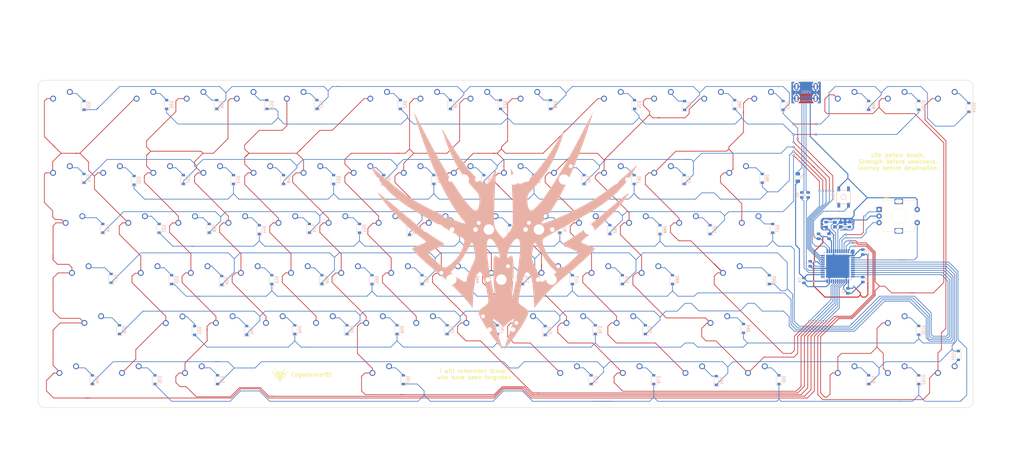
<source format=kicad_pcb>
(kicad_pcb (version 20171130) (host pcbnew "(5.1.6)-1")
  (layers (0 F.Cu signal) (31 B.Cu signal) (34 B.Paste user) (35 F.Paste user) (36 B.SilkS user hide) (37 F.SilkS user) (38 B.Mask user) (39 F.Mask user) (44 Edge.Cuts user))
  (net 0 "")
  (net 1 GND)
  (net 2 +5V)
  (net 3 "Net-(C4-Pad1)")
  (net 4 "Net-(C5-Pad1)")
  (net 5 "Net-(C7-Pad1)")
  (net 6 ENC_A)
  (net 7 ENC_B)
  (net 8 "Net-(D24-Pad2)")
  (net 9 ROW_0)
  (net 10 "Net-(D25-Pad2)")
  (net 11 ROW_2)
  (net 12 "Net-(D26-Pad2)")
  (net 13 ROW_4)
  (net 14 "Net-(D27-Pad2)")
  (net 15 ROW_6)
  (net 16 "Net-(D28-Pad2)")
  (net 17 ROW_8)
  (net 18 "Net-(D29-Pad2)")
  (net 19 ROW_10)
  (net 20 "Net-(D30-Pad2)")
  (net 21 ROW_1)
  (net 22 "Net-(D31-Pad2)")
  (net 23 ROW_3)
  (net 24 "Net-(D32-Pad2)")
  (net 25 ROW_5)
  (net 26 "Net-(D33-Pad2)")
  (net 27 ROW_7)
  (net 28 "Net-(D34-Pad2)")
  (net 29 ROW_9)
  (net 30 "Net-(D35-Pad2)")
  (net 31 ROW_11)
  (net 32 "Net-(D36-Pad2)")
  (net 33 "Net-(D37-Pad2)")
  (net 34 "Net-(D38-Pad2)")
  (net 35 "Net-(D39-Pad2)")
  (net 36 "Net-(D40-Pad2)")
  (net 37 "Net-(D41-Pad2)")
  (net 38 "Net-(D42-Pad2)")
  (net 39 "Net-(D43-Pad2)")
  (net 40 "Net-(D44-Pad2)")
  (net 41 "Net-(D45-Pad2)")
  (net 42 "Net-(D46-Pad2)")
  (net 43 "Net-(D47-Pad2)")
  (net 44 "Net-(D48-Pad2)")
  (net 45 "Net-(D49-Pad2)")
  (net 46 "Net-(D50-Pad2)")
  (net 47 "Net-(D51-Pad2)")
  (net 48 "Net-(D52-Pad2)")
  (net 49 "Net-(D53-Pad2)")
  (net 50 "Net-(D54-Pad2)")
  (net 51 "Net-(D55-Pad2)")
  (net 52 "Net-(D56-Pad2)")
  (net 53 "Net-(D57-Pad2)")
  (net 54 "Net-(D58-Pad2)")
  (net 55 "Net-(D59-Pad2)")
  (net 56 "Net-(D60-Pad2)")
  (net 57 "Net-(D61-Pad2)")
  (net 58 "Net-(D62-Pad2)")
  (net 59 "Net-(D63-Pad2)")
  (net 60 "Net-(D64-Pad2)")
  (net 61 "Net-(D65-Pad2)")
  (net 62 "Net-(D66-Pad2)")
  (net 63 "Net-(D67-Pad2)")
  (net 64 "Net-(D68-Pad2)")
  (net 65 "Net-(D69-Pad2)")
  (net 66 "Net-(D70-Pad2)")
  (net 67 "Net-(D71-Pad2)")
  (net 68 "Net-(D72-Pad2)")
  (net 69 "Net-(D73-Pad2)")
  (net 70 "Net-(D74-Pad2)")
  (net 71 "Net-(D75-Pad2)")
  (net 72 "Net-(D76-Pad2)")
  (net 73 "Net-(D77-Pad2)")
  (net 74 "Net-(D78-Pad2)")
  (net 75 "Net-(D79-Pad2)")
  (net 76 "Net-(D80-Pad2)")
  (net 77 "Net-(D81-Pad2)")
  (net 78 "Net-(D82-Pad2)")
  (net 79 "Net-(D83-Pad2)")
  (net 80 "Net-(D84-Pad2)")
  (net 81 "Net-(D85-Pad2)")
  (net 82 "Net-(D86-Pad2)")
  (net 83 "Net-(D87-Pad2)")
  (net 84 "Net-(D88-Pad2)")
  (net 85 "Net-(D89-Pad2)")
  (net 86 "Net-(D90-Pad2)")
  (net 87 "Net-(D91-Pad2)")
  (net 88 "Net-(D92-Pad2)")
  (net 89 "Net-(D93-Pad2)")
  (net 90 "Net-(D94-Pad2)")
  (net 91 "Net-(D95-Pad2)")
  (net 92 "Net-(D96-Pad2)")
  (net 93 "Net-(D97-Pad2)")
  (net 94 "Net-(D98-Pad2)")
  (net 95 "Net-(D99-Pad2)")
  (net 96 "Net-(D100-Pad2)")
  (net 97 "Net-(D101-Pad2)")
  (net 98 "Net-(D102-Pad2)")
  (net 99 "Net-(D103-Pad2)")
  (net 100 "Net-(D104-Pad2)")
  (net 101 VCC)
  (net 102 COL_5)
  (net 103 COL_0)
  (net 104 COL_1)
  (net 105 COL_2)
  (net 106 COL_3)
  (net 107 COL_4)
  (net 108 COL_6)
  (net 109 COL_7)
  (net 110 COL_8)
  (net 111 "Net-(R1-Pad2)")
  (net 112 D-)
  (net 113 "Net-(R2-Pad2)")
  (net 114 D+)
  (net 115 "Net-(R3-Pad2)")
  (net 116 "Net-(R4-Pad2)")
  (net 117 ENC_SW)
  (net 118 "Net-(U1-Pad42)")
  (net 119 "Net-(U1-Pad1)")
  (net 120 "Net-(USB1-Pad2)")
  (module MX_Only:MXOnly-1U-NoLED (layer F.Cu) (at 95.2627 112.38865)
    (fp_text reference MX3)
    (fp_text value MX-NoLED)
    (pad 2 thru_hole circle (at 2.54 -5.08) (size 2.25 2.25) (drill 1.47) (layers *.Cu B.Mask) (net 39 "Net-(D43-Pad2)"))
    (pad "" np_thru_hole circle (at 0 0) (size 3.9878 3.9878) (drill 3.9878) (layers *.Cu *.Mask))
    (pad 1 thru_hole circle (at -3.81 -2.54) (size 2.25 2.25) (drill 1.47) (layers *.Cu B.Mask) (net 104 COL_1))
    (pad "" np_thru_hole circle (at -5.08 0 48.0996) (size 1.75 1.75) (drill 1.75) (layers *.Cu *.Mask))
    (pad "" np_thru_hole circle (at 5.08 0 48.0996) (size 1.75 1.75) (drill 1.75) (layers *.Cu *.Mask))
  )
  (module MX_Only:MXOnly-2U-NoLED (layer F.Cu) (at 295.275 112.395)
    (fp_text reference MXBKSP1)
    (fp_text value MX-NoLED)
    (pad 2 thru_hole circle (at 2.54 -5.08) (size 2.25 2.25) (drill 1.47) (layers *.Cu B.Mask) (net 92 "Net-(D96-Pad2)"))
    (pad "" np_thru_hole circle (at 0 0) (size 3.9878 3.9878) (drill 3.9878) (layers *.Cu *.Mask))
    (pad 1 thru_hole circle (at -3.81 -2.54) (size 2.25 2.25) (drill 1.47) (layers *.Cu B.Mask) (net 108 COL_6))
    (pad "" np_thru_hole circle (at -5.08 0 48.0996) (size 1.75 1.75) (drill 1.75) (layers *.Cu *.Mask))
    (pad "" np_thru_hole circle (at 5.08 0 48.0996) (size 1.75 1.75) (drill 1.75) (layers *.Cu *.Mask))
    (pad "" np_thru_hole circle (at -11.90625 -6.985) (size 3.048 3.048) (drill 3.048) (layers *.Cu *.Mask))
    (pad "" np_thru_hole circle (at 11.90625 -6.985) (size 3.048 3.048) (drill 3.048) (layers *.Cu *.Mask))
    (pad "" np_thru_hole circle (at -11.90625 8.255) (size 3.9878 3.9878) (drill 3.9878) (layers *.Cu *.Mask))
    (pad "" np_thru_hole circle (at 11.90625 8.255) (size 3.9878 3.9878) (drill 3.9878) (layers *.Cu *.Mask))
  )
  (module MX_Only:MXOnly-1U-NoLED (layer F.Cu) (at 90.4875 150.495)
    (fp_text reference MX_S1)
    (fp_text value MX-NoLED)
    (pad 2 thru_hole circle (at 2.54 -5.08) (size 2.25 2.25) (drill 1.47) (layers *.Cu B.Mask) (net 35 "Net-(D39-Pad2)"))
    (pad "" np_thru_hole circle (at 0 0) (size 3.9878 3.9878) (drill 3.9878) (layers *.Cu *.Mask))
    (pad 1 thru_hole circle (at -3.81 -2.54) (size 2.25 2.25) (drill 1.47) (layers *.Cu B.Mask) (net 104 COL_1))
    (pad "" np_thru_hole circle (at -5.08 0 48.0996) (size 1.75 1.75) (drill 1.75) (layers *.Cu *.Mask))
    (pad "" np_thru_hole circle (at 5.08 0 48.0996) (size 1.75 1.75) (drill 1.75) (layers *.Cu *.Mask))
  )
  (module MX_Only:MXOnly-1U-NoLED (layer F.Cu) (at 209.5627 112.38865)
    (fp_text reference MX9)
    (fp_text value MX-NoLED)
    (pad 2 thru_hole circle (at 2.54 -5.08) (size 2.25 2.25) (drill 1.47) (layers *.Cu B.Mask) (net 71 "Net-(D75-Pad2)"))
    (pad "" np_thru_hole circle (at 0 0) (size 3.9878 3.9878) (drill 3.9878) (layers *.Cu *.Mask))
    (pad 1 thru_hole circle (at -3.81 -2.54) (size 2.25 2.25) (drill 1.47) (layers *.Cu B.Mask) (net 107 COL_4))
    (pad "" np_thru_hole circle (at -5.08 0 48.0996) (size 1.75 1.75) (drill 1.75) (layers *.Cu *.Mask))
    (pad "" np_thru_hole circle (at 5.08 0 48.0996) (size 1.75 1.75) (drill 1.75) (layers *.Cu *.Mask))
  )
  (module MX_Only:MXOnly-2.75U-NoLED (layer F.Cu) (at 288.13125 169.545)
    (fp_text reference MX_RSHFT1)
    (fp_text value MX-NoLED)
    (pad 2 thru_hole circle (at 2.54 -5.08) (size 2.25 2.25) (drill 1.47) (layers *.Cu B.Mask) (net 86 "Net-(D90-Pad2)"))
    (pad "" np_thru_hole circle (at 0 0) (size 3.9878 3.9878) (drill 3.9878) (layers *.Cu *.Mask))
    (pad 1 thru_hole circle (at -3.81 -2.54) (size 2.25 2.25) (drill 1.47) (layers *.Cu B.Mask) (net 102 COL_5))
    (pad "" np_thru_hole circle (at -5.08 0 48.0996) (size 1.75 1.75) (drill 1.75) (layers *.Cu *.Mask))
    (pad "" np_thru_hole circle (at 5.08 0 48.0996) (size 1.75 1.75) (drill 1.75) (layers *.Cu *.Mask))
    (pad "" np_thru_hole circle (at -11.90625 -6.985) (size 3.048 3.048) (drill 3.048) (layers *.Cu *.Mask))
    (pad "" np_thru_hole circle (at 11.90625 -6.985) (size 3.048 3.048) (drill 3.048) (layers *.Cu *.Mask))
    (pad "" np_thru_hole circle (at -11.90625 8.255) (size 3.9878 3.9878) (drill 3.9878) (layers *.Cu *.Mask))
    (pad "" np_thru_hole circle (at 11.90625 8.255) (size 3.9878 3.9878) (drill 3.9878) (layers *.Cu *.Mask))
  )
  (module MX_Only:MXOnly-6.25U-ReversedStabilizers-NoLED (layer F.Cu) (at 159.54375 188.595)
    (fp_text reference MX_SPACE1)
    (fp_text value MX-NoLED)
    (pad 2 thru_hole circle (at 2.54 -5.08) (size 2.25 2.25) (drill 1.47) (layers *.Cu B.Mask) (net 53 "Net-(D57-Pad2)"))
    (pad "" np_thru_hole circle (at 0 0) (size 3.9878 3.9878) (drill 3.9878) (layers *.Cu *.Mask))
    (pad 1 thru_hole circle (at -3.81 -2.54) (size 2.25 2.25) (drill 1.47) (layers *.Cu B.Mask) (net 105 COL_2))
    (pad "" np_thru_hole circle (at -5.08 0 48.0996) (size 1.75 1.75) (drill 1.75) (layers *.Cu *.Mask))
    (pad "" np_thru_hole circle (at 5.08 0 48.0996) (size 1.75 1.75) (drill 1.75) (layers *.Cu *.Mask))
    (pad "" np_thru_hole circle (at -49.9999 6.985) (size 3.048 3.048) (drill 3.048) (layers *.Cu *.Mask))
    (pad "" np_thru_hole circle (at 49.9999 6.985) (size 3.048 3.048) (drill 3.048) (layers *.Cu *.Mask))
    (pad "" np_thru_hole circle (at -49.9999 -8.255) (size 3.9878 3.9878) (drill 3.9878) (layers *.Cu *.Mask))
    (pad "" np_thru_hole circle (at 49.9999 -8.255) (size 3.9878 3.9878) (drill 3.9878) (layers *.Cu *.Mask))
  )
  (module MX_Only:MXOnly-1.25U-NoLED (layer F.Cu) (at 302.41875 188.595)
    (fp_text reference MX_RCTRL1)
    (fp_text value MX-NoLED)
    (pad 2 thru_hole circle (at 2.54 -5.08) (size 2.25 2.25) (drill 1.47) (layers *.Cu B.Mask) (net 87 "Net-(D91-Pad2)"))
    (pad "" np_thru_hole circle (at 0 0) (size 3.9878 3.9878) (drill 3.9878) (layers *.Cu *.Mask))
    (pad 1 thru_hole circle (at -3.81 -2.54) (size 2.25 2.25) (drill 1.47) (layers *.Cu B.Mask) (net 102 COL_5))
    (pad "" np_thru_hole circle (at -5.08 0 48.0996) (size 1.75 1.75) (drill 1.75) (layers *.Cu *.Mask))
    (pad "" np_thru_hole circle (at 5.08 0 48.0996) (size 1.75 1.75) (drill 1.75) (layers *.Cu *.Mask))
  )
  (module MX_Only:MXOnly-1.25U-NoLED (layer F.Cu) (at 40.48125 188.595)
    (fp_text reference MX_LCTRL1)
    (fp_text value MX-NoLED)
    (pad 2 thru_hole circle (at 2.54 -5.08) (size 2.25 2.25) (drill 1.47) (layers *.Cu B.Mask) (net 18 "Net-(D29-Pad2)"))
    (pad "" np_thru_hole circle (at 0 0) (size 3.9878 3.9878) (drill 3.9878) (layers *.Cu *.Mask))
    (pad 1 thru_hole circle (at -3.81 -2.54) (size 2.25 2.25) (drill 1.47) (layers *.Cu B.Mask) (net 103 COL_0))
    (pad "" np_thru_hole circle (at -5.08 0 48.0996) (size 1.75 1.75) (drill 1.75) (layers *.Cu *.Mask))
    (pad "" np_thru_hole circle (at 5.08 0 48.0996) (size 1.75 1.75) (drill 1.75) (layers *.Cu *.Mask))
  )
  (module MX_Only:MXOnly-1.25U-NoLED (layer F.Cu) (at 64.29375 188.595)
    (fp_text reference MX_GUI1)
    (fp_text value MX-NoLED)
    (pad 2 thru_hole circle (at 2.54 -5.08) (size 2.25 2.25) (drill 1.47) (layers *.Cu B.Mask) (net 30 "Net-(D35-Pad2)"))
    (pad "" np_thru_hole circle (at 0 0) (size 3.9878 3.9878) (drill 3.9878) (layers *.Cu *.Mask))
    (pad 1 thru_hole circle (at -3.81 -2.54) (size 2.25 2.25) (drill 1.47) (layers *.Cu B.Mask) (net 103 COL_0))
    (pad "" np_thru_hole circle (at -5.08 0 48.0996) (size 1.75 1.75) (drill 1.75) (layers *.Cu *.Mask))
    (pad "" np_thru_hole circle (at 5.08 0 48.0996) (size 1.75 1.75) (drill 1.75) (layers *.Cu *.Mask))
  )
  (module MX_Only:MXOnly-1.25U-NoLED (layer F.Cu) (at 88.265 188.595)
    (fp_text reference MX_LALT1)
    (fp_text value MX-NoLED)
    (pad 2 thru_hole circle (at 2.54 -5.08) (size 2.25 2.25) (drill 1.47) (layers *.Cu B.Mask) (net 37 "Net-(D41-Pad2)"))
    (pad "" np_thru_hole circle (at 0 0) (size 3.9878 3.9878) (drill 3.9878) (layers *.Cu *.Mask))
    (pad 1 thru_hole circle (at -3.81 -2.54) (size 2.25 2.25) (drill 1.47) (layers *.Cu B.Mask) (net 104 COL_1))
    (pad "" np_thru_hole circle (at -5.08 0 48.0996) (size 1.75 1.75) (drill 1.75) (layers *.Cu *.Mask))
    (pad "" np_thru_hole circle (at 5.08 0 48.0996) (size 1.75 1.75) (drill 1.75) (layers *.Cu *.Mask))
  )
  (module MX_Only:MXOnly-1.25U-NoLED (layer F.Cu) (at 230.98125 188.595)
    (fp_text reference MX_RALT1)
    (fp_text value MX-NoLED)
    (pad 2 thru_hole circle (at 2.54 -5.08) (size 2.25 2.25) (drill 1.47) (layers *.Cu B.Mask) (net 69 "Net-(D73-Pad2)"))
    (pad "" np_thru_hole circle (at 0 0) (size 3.9878 3.9878) (drill 3.9878) (layers *.Cu *.Mask))
    (pad 1 thru_hole circle (at -3.81 -2.54) (size 2.25 2.25) (drill 1.47) (layers *.Cu B.Mask) (net 107 COL_4))
    (pad "" np_thru_hole circle (at -5.08 0 48.0996) (size 1.75 1.75) (drill 1.75) (layers *.Cu *.Mask))
    (pad "" np_thru_hole circle (at 5.08 0 48.0996) (size 1.75 1.75) (drill 1.75) (layers *.Cu *.Mask))
  )
  (module MX_Only:MXOnly-1.25U-NoLED (layer F.Cu) (at 254.79375 188.595)
    (fp_text reference MX_RGUI1)
    (fp_text value MX-NoLED)
    (pad 2 thru_hole circle (at 2.54 -5.08) (size 2.25 2.25) (drill 1.47) (layers *.Cu B.Mask) (net 75 "Net-(D79-Pad2)"))
    (pad "" np_thru_hole circle (at 0 0) (size 3.9878 3.9878) (drill 3.9878) (layers *.Cu *.Mask))
    (pad 1 thru_hole circle (at -3.81 -2.54) (size 2.25 2.25) (drill 1.47) (layers *.Cu B.Mask) (net 107 COL_4))
    (pad "" np_thru_hole circle (at -5.08 0 48.0996) (size 1.75 1.75) (drill 1.75) (layers *.Cu *.Mask))
    (pad "" np_thru_hole circle (at 5.08 0 48.0996) (size 1.75 1.75) (drill 1.75) (layers *.Cu *.Mask))
  )
  (module MX_Only:MXOnly-1.25U-NoLED (layer F.Cu) (at 278.60625 188.595)
    (fp_text reference MX_RMENU1)
    (fp_text value MX-NoLED)
    (pad 2 thru_hole circle (at 2.54 -5.08) (size 2.25 2.25) (drill 1.47) (layers *.Cu B.Mask) (net 81 "Net-(D85-Pad2)"))
    (pad "" np_thru_hole circle (at 0 0) (size 3.9878 3.9878) (drill 3.9878) (layers *.Cu *.Mask))
    (pad 1 thru_hole circle (at -3.81 -2.54) (size 2.25 2.25) (drill 1.47) (layers *.Cu B.Mask) (net 102 COL_5))
    (pad "" np_thru_hole circle (at -5.08 0 48.0996) (size 1.75 1.75) (drill 1.75) (layers *.Cu *.Mask))
    (pad "" np_thru_hole circle (at 5.08 0 48.0996) (size 1.75 1.75) (drill 1.75) (layers *.Cu *.Mask))
  )
  (module MX_Only:MXOnly-2.25U-NoLED (layer F.Cu) (at 292.89375 150.495)
    (fp_text reference MX_ENTR1)
    (fp_text value MX-NoLED)
    (pad 2 thru_hole circle (at 2.54 -5.08) (size 2.25 2.25) (drill 1.47) (layers *.Cu B.Mask) (net 91 "Net-(D95-Pad2)"))
    (pad "" np_thru_hole circle (at 0 0) (size 3.9878 3.9878) (drill 3.9878) (layers *.Cu *.Mask))
    (pad 1 thru_hole circle (at -3.81 -2.54) (size 2.25 2.25) (drill 1.47) (layers *.Cu B.Mask) (net 108 COL_6))
    (pad "" np_thru_hole circle (at -5.08 0 48.0996) (size 1.75 1.75) (drill 1.75) (layers *.Cu *.Mask))
    (pad "" np_thru_hole circle (at 5.08 0 48.0996) (size 1.75 1.75) (drill 1.75) (layers *.Cu *.Mask))
    (pad "" np_thru_hole circle (at -11.90625 -6.985) (size 3.048 3.048) (drill 3.048) (layers *.Cu *.Mask))
    (pad "" np_thru_hole circle (at 11.90625 -6.985) (size 3.048 3.048) (drill 3.048) (layers *.Cu *.Mask))
    (pad "" np_thru_hole circle (at -11.90625 8.255) (size 3.9878 3.9878) (drill 3.9878) (layers *.Cu *.Mask))
    (pad "" np_thru_hole circle (at 11.90625 8.255) (size 3.9878 3.9878) (drill 3.9878) (layers *.Cu *.Mask))
  )
  (module MX_Only:MXOnly-2.25U-NoLED (layer F.Cu) (at 50.00625 169.545)
    (fp_text reference MX_LSHFT1)
    (fp_text value MX-NoLED)
    (pad 2 thru_hole circle (at 2.54 -5.08) (size 2.25 2.25) (drill 1.47) (layers *.Cu B.Mask) (net 16 "Net-(D28-Pad2)"))
    (pad "" np_thru_hole circle (at 0 0) (size 3.9878 3.9878) (drill 3.9878) (layers *.Cu *.Mask))
    (pad 1 thru_hole circle (at -3.81 -2.54) (size 2.25 2.25) (drill 1.47) (layers *.Cu B.Mask) (net 103 COL_0))
    (pad "" np_thru_hole circle (at -5.08 0 48.0996) (size 1.75 1.75) (drill 1.75) (layers *.Cu *.Mask))
    (pad "" np_thru_hole circle (at 5.08 0 48.0996) (size 1.75 1.75) (drill 1.75) (layers *.Cu *.Mask))
    (pad "" np_thru_hole circle (at -11.90625 -6.985) (size 3.048 3.048) (drill 3.048) (layers *.Cu *.Mask))
    (pad "" np_thru_hole circle (at 11.90625 -6.985) (size 3.048 3.048) (drill 3.048) (layers *.Cu *.Mask))
    (pad "" np_thru_hole circle (at -11.90625 8.255) (size 3.9878 3.9878) (drill 3.9878) (layers *.Cu *.Mask))
    (pad "" np_thru_hole circle (at 11.90625 8.255) (size 3.9878 3.9878) (drill 3.9878) (layers *.Cu *.Mask))
  )
  (module MX_Only:MXOnly-1.75U-NoLED (layer F.Cu) (at 45.24375 150.495)
    (fp_text reference MX_SUPR1)
    (fp_text value MX-NoLED)
    (pad 2 thru_hole circle (at 2.54 -5.08) (size 2.25 2.25) (drill 1.47) (layers *.Cu B.Mask) (net 14 "Net-(D27-Pad2)"))
    (pad "" np_thru_hole circle (at 0 0) (size 3.9878 3.9878) (drill 3.9878) (layers *.Cu *.Mask))
    (pad 1 thru_hole circle (at -3.81 -2.54) (size 2.25 2.25) (drill 1.47) (layers *.Cu B.Mask) (net 103 COL_0))
    (pad "" np_thru_hole circle (at -5.08 0 48.0996) (size 1.75 1.75) (drill 1.75) (layers *.Cu *.Mask))
    (pad "" np_thru_hole circle (at 5.08 0 48.0996) (size 1.75 1.75) (drill 1.75) (layers *.Cu *.Mask))
  )
  (module MX_Only:MXOnly-1.5U-NoLED (layer F.Cu) (at 42.8625 131.445)
    (fp_text reference MX_TAB1)
    (fp_text value MX-NoLED)
    (pad 2 thru_hole circle (at 2.54 -5.08) (size 2.25 2.25) (drill 1.47) (layers *.Cu B.Mask) (net 12 "Net-(D26-Pad2)"))
    (pad "" np_thru_hole circle (at 0 0) (size 3.9878 3.9878) (drill 3.9878) (layers *.Cu *.Mask))
    (pad 1 thru_hole circle (at -3.81 -2.54) (size 2.25 2.25) (drill 1.47) (layers *.Cu B.Mask) (net 103 COL_0))
    (pad "" np_thru_hole circle (at -5.08 0 48.0996) (size 1.75 1.75) (drill 1.75) (layers *.Cu *.Mask))
    (pad "" np_thru_hole circle (at 5.08 0 48.0996) (size 1.75 1.75) (drill 1.75) (layers *.Cu *.Mask))
  )
  (module MX_Only:MXOnly-1.5U-NoLED (layer F.Cu) (at 300.0375 131.445)
    (fp_text reference MX_\1)
    (fp_text value MX-NoLED)
    (pad 2 thru_hole circle (at 2.54 -5.08) (size 2.25 2.25) (drill 1.47) (layers *.Cu B.Mask) (net 93 "Net-(D97-Pad2)"))
    (pad "" np_thru_hole circle (at 0 0) (size 3.9878 3.9878) (drill 3.9878) (layers *.Cu *.Mask))
    (pad 1 thru_hole circle (at -3.81 -2.54) (size 2.25 2.25) (drill 1.47) (layers *.Cu B.Mask) (net 108 COL_6))
    (pad "" np_thru_hole circle (at -5.08 0 48.0996) (size 1.75 1.75) (drill 1.75) (layers *.Cu *.Mask))
    (pad "" np_thru_hole circle (at 5.08 0 48.0996) (size 1.75 1.75) (drill 1.75) (layers *.Cu *.Mask))
  )
  (module MX_Only:MXOnly-1U-NoLED (layer F.Cu) (at 257.175 131.445)
    (fp_text reference MX_[1)
    (fp_text value MX-NoLED)
    (pad 2 thru_hole circle (at 2.54 -5.08) (size 2.25 2.25) (drill 1.47) (layers *.Cu B.Mask) (net 84 "Net-(D88-Pad2)"))
    (pad "" np_thru_hole circle (at 0 0) (size 3.9878 3.9878) (drill 3.9878) (layers *.Cu *.Mask))
    (pad 1 thru_hole circle (at -3.81 -2.54) (size 2.25 2.25) (drill 1.47) (layers *.Cu B.Mask) (net 102 COL_5))
    (pad "" np_thru_hole circle (at -5.08 0 48.0996) (size 1.75 1.75) (drill 1.75) (layers *.Cu *.Mask))
    (pad "" np_thru_hole circle (at 5.08 0 48.0996) (size 1.75 1.75) (drill 1.75) (layers *.Cu *.Mask))
  )
  (module MX_Only:MXOnly-1U-NoLED (layer F.Cu) (at 176.2125 169.545)
    (fp_text reference MX_N1)
    (fp_text value MX-NoLED)
    (pad 2 thru_hole circle (at 2.54 -5.08) (size 2.25 2.25) (drill 1.47) (layers *.Cu B.Mask) (net 58 "Net-(D62-Pad2)"))
    (pad "" np_thru_hole circle (at 0 0) (size 3.9878 3.9878) (drill 3.9878) (layers *.Cu *.Mask))
    (pad 1 thru_hole circle (at -3.81 -2.54) (size 2.25 2.25) (drill 1.47) (layers *.Cu B.Mask) (net 106 COL_3))
    (pad "" np_thru_hole circle (at -5.08 0 48.0996) (size 1.75 1.75) (drill 1.75) (layers *.Cu *.Mask))
    (pad "" np_thru_hole circle (at 5.08 0 48.0996) (size 1.75 1.75) (drill 1.75) (layers *.Cu *.Mask))
  )
  (module MX_Only:MXOnly-1U-NoLED (layer F.Cu) (at 128.5875 150.495)
    (fp_text reference MX_F13)
    (fp_text value MX-NoLED)
    (pad 2 thru_hole circle (at 2.54 -5.08) (size 2.25 2.25) (drill 1.47) (layers *.Cu B.Mask) (net 46 "Net-(D50-Pad2)"))
    (pad "" np_thru_hole circle (at 0 0) (size 3.9878 3.9878) (drill 3.9878) (layers *.Cu *.Mask))
    (pad 1 thru_hole circle (at -3.81 -2.54) (size 2.25 2.25) (drill 1.47) (layers *.Cu B.Mask) (net 105 COL_2))
    (pad "" np_thru_hole circle (at -5.08 0 48.0996) (size 1.75 1.75) (drill 1.75) (layers *.Cu *.Mask))
    (pad "" np_thru_hole circle (at 5.08 0 48.0996) (size 1.75 1.75) (drill 1.75) (layers *.Cu *.Mask))
  )
  (module MX_Only:MXOnly-1U-NoLED (layer F.Cu) (at 266.7 84.1375)
    (fp_text reference MX_F10)
    (fp_text value MX-NoLED)
    (pad 2 thru_hole circle (at 2.54 -5.08) (size 2.25 2.25) (drill 1.47) (layers *.Cu B.Mask) (net 76 "Net-(D80-Pad2)"))
    (pad "" np_thru_hole circle (at 0 0) (size 3.9878 3.9878) (drill 3.9878) (layers *.Cu *.Mask))
    (pad 1 thru_hole circle (at -3.81 -2.54) (size 2.25 2.25) (drill 1.47) (layers *.Cu B.Mask) (net 102 COL_5))
    (pad "" np_thru_hole circle (at -5.08 0 48.0996) (size 1.75 1.75) (drill 1.75) (layers *.Cu *.Mask))
    (pad "" np_thru_hole circle (at 5.08 0 48.0996) (size 1.75 1.75) (drill 1.75) (layers *.Cu *.Mask))
  )
  (module MX_Only:MXOnly-1U-NoLED (layer F.Cu) (at 158.75 84.1375)
    (fp_text reference MX_F5)
    (fp_text value MX-NoLED)
    (pad 2 thru_hole circle (at 2.54 -5.08) (size 2.25 2.25) (drill 1.47) (layers *.Cu B.Mask) (net 48 "Net-(D52-Pad2)"))
    (pad "" np_thru_hole circle (at 0 0) (size 3.9878 3.9878) (drill 3.9878) (layers *.Cu *.Mask))
    (pad 1 thru_hole circle (at -3.81 -2.54) (size 2.25 2.25) (drill 1.47) (layers *.Cu B.Mask) (net 105 COL_2))
    (pad "" np_thru_hole circle (at -5.08 0 48.0996) (size 1.75 1.75) (drill 1.75) (layers *.Cu *.Mask))
    (pad "" np_thru_hole circle (at 5.08 0 48.0996) (size 1.75 1.75) (drill 1.75) (layers *.Cu *.Mask))
  )
  (module MX_Only:MXOnly-1U-NoLED (layer F.Cu) (at 119.0625 169.545)
    (fp_text reference MX_C1)
    (fp_text value MX-NoLED)
    (pad 2 thru_hole circle (at 2.54 -5.08) (size 2.25 2.25) (drill 1.47) (layers *.Cu B.Mask) (net 42 "Net-(D46-Pad2)"))
    (pad "" np_thru_hole circle (at 0 0) (size 3.9878 3.9878) (drill 3.9878) (layers *.Cu *.Mask))
    (pad 1 thru_hole circle (at -3.81 -2.54) (size 2.25 2.25) (drill 1.47) (layers *.Cu B.Mask) (net 104 COL_1))
    (pad "" np_thru_hole circle (at -5.08 0 48.0996) (size 1.75 1.75) (drill 1.75) (layers *.Cu *.Mask))
    (pad "" np_thru_hole circle (at 5.08 0 48.0996) (size 1.75 1.75) (drill 1.75) (layers *.Cu *.Mask))
  )
  (module MX_Only:MXOnly-1U-NoLED (layer F.Cu) (at 196.85 84.1375)
    (fp_text reference MX_F7)
    (fp_text value MX-NoLED)
    (pad 2 thru_hole circle (at 2.54 -5.08) (size 2.25 2.25) (drill 1.47) (layers *.Cu B.Mask) (net 59 "Net-(D63-Pad2)"))
    (pad "" np_thru_hole circle (at 0 0) (size 3.9878 3.9878) (drill 3.9878) (layers *.Cu *.Mask))
    (pad 1 thru_hole circle (at -3.81 -2.54) (size 2.25 2.25) (drill 1.47) (layers *.Cu B.Mask) (net 106 COL_3))
    (pad "" np_thru_hole circle (at -5.08 0 48.0996) (size 1.75 1.75) (drill 1.75) (layers *.Cu *.Mask))
    (pad "" np_thru_hole circle (at 5.08 0 48.0996) (size 1.75 1.75) (drill 1.75) (layers *.Cu *.Mask))
  )
  (module MX_Only:MXOnly-1U-NoLED (layer F.Cu) (at 38.1 112.395)
    (fp_text reference MX`1)
    (fp_text value MX-NoLED)
    (pad 2 thru_hole circle (at 2.54 -5.08) (size 2.25 2.25) (drill 1.47) (layers *.Cu B.Mask) (net 10 "Net-(D25-Pad2)"))
    (pad "" np_thru_hole circle (at 0 0) (size 3.9878 3.9878) (drill 3.9878) (layers *.Cu *.Mask))
    (pad 1 thru_hole circle (at -3.81 -2.54) (size 2.25 2.25) (drill 1.47) (layers *.Cu B.Mask) (net 103 COL_0))
    (pad "" np_thru_hole circle (at -5.08 0 48.0996) (size 1.75 1.75) (drill 1.75) (layers *.Cu *.Mask))
    (pad "" np_thru_hole circle (at 5.08 0 48.0996) (size 1.75 1.75) (drill 1.75) (layers *.Cu *.Mask))
  )
  (module MX_Only:MXOnly-1U-NoLED (layer F.Cu) (at 80.9625 169.6085)
    (fp_text reference MX_Z1)
    (fp_text value MX-NoLED)
    (pad 2 thru_hole circle (at 2.54 -5.08) (size 2.25 2.25) (drill 1.47) (layers *.Cu B.Mask) (net 28 "Net-(D34-Pad2)"))
    (pad "" np_thru_hole circle (at 0 0) (size 3.9878 3.9878) (drill 3.9878) (layers *.Cu *.Mask))
    (pad 1 thru_hole circle (at -3.81 -2.54) (size 2.25 2.25) (drill 1.47) (layers *.Cu B.Mask) (net 103 COL_0))
    (pad "" np_thru_hole circle (at -5.08 0 48.0996) (size 1.75 1.75) (drill 1.75) (layers *.Cu *.Mask))
    (pad "" np_thru_hole circle (at 5.08 0 48.0996) (size 1.75 1.75) (drill 1.75) (layers *.Cu *.Mask))
  )
  (module MX_Only:MXOnly-1U-NoLED (layer F.Cu) (at 161.925 131.445)
    (fp_text reference MX_Y1)
    (fp_text value MX-NoLED)
    (pad 2 thru_hole circle (at 2.54 -5.08) (size 2.25 2.25) (drill 1.47) (layers *.Cu B.Mask) (net 56 "Net-(D60-Pad2)"))
    (pad "" np_thru_hole circle (at 0 0) (size 3.9878 3.9878) (drill 3.9878) (layers *.Cu *.Mask))
    (pad 1 thru_hole circle (at -3.81 -2.54) (size 2.25 2.25) (drill 1.47) (layers *.Cu B.Mask) (net 106 COL_3))
    (pad "" np_thru_hole circle (at -5.08 0 48.0996) (size 1.75 1.75) (drill 1.75) (layers *.Cu *.Mask))
    (pad "" np_thru_hole circle (at 5.08 0 48.0996) (size 1.75 1.75) (drill 1.75) (layers *.Cu *.Mask))
  )
  (module MX_Only:MXOnly-1U-NoLED (layer F.Cu) (at 100.0125 169.545)
    (fp_text reference MX_X1)
    (fp_text value MX-NoLED)
    (pad 2 thru_hole circle (at 2.54 -5.08) (size 2.25 2.25) (drill 1.47) (layers *.Cu B.Mask) (net 36 "Net-(D40-Pad2)"))
    (pad "" np_thru_hole circle (at 0 0) (size 3.9878 3.9878) (drill 3.9878) (layers *.Cu *.Mask))
    (pad 1 thru_hole circle (at -3.81 -2.54) (size 2.25 2.25) (drill 1.47) (layers *.Cu B.Mask) (net 104 COL_1))
    (pad "" np_thru_hole circle (at -5.08 0 48.0996) (size 1.75 1.75) (drill 1.75) (layers *.Cu *.Mask))
    (pad "" np_thru_hole circle (at 5.08 0 48.0996) (size 1.75 1.75) (drill 1.75) (layers *.Cu *.Mask))
  )
  (module MX_Only:MXOnly-1U-NoLED (layer F.Cu) (at 85.725 131.445)
    (fp_text reference MX_W1)
    (fp_text value MX-NoLED)
    (pad 2 thru_hole circle (at 2.54 -5.08) (size 2.25 2.25) (drill 1.47) (layers *.Cu B.Mask) (net 34 "Net-(D38-Pad2)"))
    (pad "" np_thru_hole circle (at 0 0) (size 3.9878 3.9878) (drill 3.9878) (layers *.Cu *.Mask))
    (pad 1 thru_hole circle (at -3.81 -2.54) (size 2.25 2.25) (drill 1.47) (layers *.Cu B.Mask) (net 104 COL_1))
    (pad "" np_thru_hole circle (at -5.08 0 48.0996) (size 1.75 1.75) (drill 1.75) (layers *.Cu *.Mask))
    (pad "" np_thru_hole circle (at 5.08 0 48.0996) (size 1.75 1.75) (drill 1.75) (layers *.Cu *.Mask))
  )
  (module MX_Only:MXOnly-1U-NoLED (layer F.Cu) (at 138.1125 169.545)
    (fp_text reference MX_V1)
    (fp_text value MX-NoLED)
    (pad 2 thru_hole circle (at 2.54 -5.08) (size 2.25 2.25) (drill 1.47) (layers *.Cu B.Mask) (net 47 "Net-(D51-Pad2)"))
    (pad "" np_thru_hole circle (at 0 0) (size 3.9878 3.9878) (drill 3.9878) (layers *.Cu *.Mask))
    (pad 1 thru_hole circle (at -3.81 -2.54) (size 2.25 2.25) (drill 1.47) (layers *.Cu B.Mask) (net 105 COL_2))
    (pad "" np_thru_hole circle (at -5.08 0 48.0996) (size 1.75 1.75) (drill 1.75) (layers *.Cu *.Mask))
    (pad "" np_thru_hole circle (at 5.08 0 48.0996) (size 1.75 1.75) (drill 1.75) (layers *.Cu *.Mask))
  )
  (module MX_Only:MXOnly-1U-NoLED (layer F.Cu) (at 355.6 169.545)
    (fp_text reference MX_UP1)
    (fp_text value MX-NoLED)
    (pad 2 thru_hole circle (at 2.54 -5.08) (size 2.25 2.25) (drill 1.47) (layers *.Cu B.Mask) (net 97 "Net-(D101-Pad2)"))
    (pad "" np_thru_hole circle (at 0 0) (size 3.9878 3.9878) (drill 3.9878) (layers *.Cu *.Mask))
    (pad 1 thru_hole circle (at -3.81 -2.54) (size 2.25 2.25) (drill 1.47) (layers *.Cu B.Mask) (net 109 COL_7))
    (pad "" np_thru_hole circle (at -5.08 0 48.0996) (size 1.75 1.75) (drill 1.75) (layers *.Cu *.Mask))
    (pad "" np_thru_hole circle (at 5.08 0 48.0996) (size 1.75 1.75) (drill 1.75) (layers *.Cu *.Mask))
  )
  (module MX_Only:MXOnly-1U-NoLED (layer F.Cu) (at 180.975 131.445)
    (fp_text reference MX_U1)
    (fp_text value MX-NoLED)
    (pad 2 thru_hole circle (at 2.54 -5.08) (size 2.25 2.25) (drill 1.47) (layers *.Cu B.Mask) (net 61 "Net-(D65-Pad2)"))
    (pad "" np_thru_hole circle (at 0 0) (size 3.9878 3.9878) (drill 3.9878) (layers *.Cu *.Mask))
    (pad 1 thru_hole circle (at -3.81 -2.54) (size 2.25 2.25) (drill 1.47) (layers *.Cu B.Mask) (net 106 COL_3))
    (pad "" np_thru_hole circle (at -5.08 0 48.0996) (size 1.75 1.75) (drill 1.75) (layers *.Cu *.Mask))
    (pad "" np_thru_hole circle (at 5.08 0 48.0996) (size 1.75 1.75) (drill 1.75) (layers *.Cu *.Mask))
  )
  (module MX_Only:MXOnly-1U-NoLED (layer F.Cu) (at 142.875 131.445)
    (fp_text reference MX_T1)
    (fp_text value MX-NoLED)
    (pad 2 thru_hole circle (at 2.54 -5.08) (size 2.25 2.25) (drill 1.47) (layers *.Cu B.Mask) (net 50 "Net-(D54-Pad2)"))
    (pad "" np_thru_hole circle (at 0 0) (size 3.9878 3.9878) (drill 3.9878) (layers *.Cu *.Mask))
    (pad 1 thru_hole circle (at -3.81 -2.54) (size 2.25 2.25) (drill 1.47) (layers *.Cu B.Mask) (net 105 COL_2))
    (pad "" np_thru_hole circle (at -5.08 0 48.0996) (size 1.75 1.75) (drill 1.75) (layers *.Cu *.Mask))
    (pad "" np_thru_hole circle (at 5.08 0 48.0996) (size 1.75 1.75) (drill 1.75) (layers *.Cu *.Mask))
  )
  (module MX_Only:MXOnly-1U-NoLED (layer F.Cu) (at 374.65 188.595)
    (fp_text reference MX_RIGHT1)
    (fp_text value MX-NoLED)
    (pad 2 thru_hole circle (at 2.54 -5.08) (size 2.25 2.25) (drill 1.47) (layers *.Cu B.Mask) (net 100 "Net-(D104-Pad2)"))
    (pad "" np_thru_hole circle (at 0 0) (size 3.9878 3.9878) (drill 3.9878) (layers *.Cu *.Mask))
    (pad 1 thru_hole circle (at -3.81 -2.54) (size 2.25 2.25) (drill 1.47) (layers *.Cu B.Mask) (net 110 COL_8))
    (pad "" np_thru_hole circle (at -5.08 0 48.0996) (size 1.75 1.75) (drill 1.75) (layers *.Cu *.Mask))
    (pad "" np_thru_hole circle (at 5.08 0 48.0996) (size 1.75 1.75) (drill 1.75) (layers *.Cu *.Mask))
  )
  (module MX_Only:MXOnly-1U-NoLED (layer F.Cu) (at 123.825 131.445)
    (fp_text reference MX_R1)
    (fp_text value MX-NoLED)
    (pad 2 thru_hole circle (at 2.54 -5.08) (size 2.25 2.25) (drill 1.47) (layers *.Cu B.Mask) (net 45 "Net-(D49-Pad2)"))
    (pad "" np_thru_hole circle (at 0 0) (size 3.9878 3.9878) (drill 3.9878) (layers *.Cu *.Mask))
    (pad 1 thru_hole circle (at -3.81 -2.54) (size 2.25 2.25) (drill 1.47) (layers *.Cu B.Mask) (net 105 COL_2))
    (pad "" np_thru_hole circle (at -5.08 0 48.0996) (size 1.75 1.75) (drill 1.75) (layers *.Cu *.Mask))
    (pad "" np_thru_hole circle (at 5.08 0 48.0996) (size 1.75 1.75) (drill 1.75) (layers *.Cu *.Mask))
  )
  (module MX_Only:MXOnly-1U-NoLED (layer F.Cu) (at 66.675 131.445)
    (fp_text reference MX_Q1)
    (fp_text value MX-NoLED)
    (pad 2 thru_hole circle (at 2.54 -5.08) (size 2.25 2.25) (drill 1.47) (layers *.Cu B.Mask) (net 24 "Net-(D32-Pad2)"))
    (pad "" np_thru_hole circle (at 0 0) (size 3.9878 3.9878) (drill 3.9878) (layers *.Cu *.Mask))
    (pad 1 thru_hole circle (at -3.81 -2.54) (size 2.25 2.25) (drill 1.47) (layers *.Cu B.Mask) (net 103 COL_0))
    (pad "" np_thru_hole circle (at -5.08 0 48.0996) (size 1.75 1.75) (drill 1.75) (layers *.Cu *.Mask))
    (pad "" np_thru_hole circle (at 5.08 0 48.0996) (size 1.75 1.75) (drill 1.75) (layers *.Cu *.Mask))
  )
  (module MX_Only:MXOnly-1U-NoLED (layer F.Cu) (at 336.55 84.1375)
    (fp_text reference MX_PREV1)
    (fp_text value MX-NoLED)
    (pad 2 thru_hole circle (at 2.54 -5.08) (size 2.25 2.25) (drill 1.47) (layers *.Cu B.Mask) (net 94 "Net-(D98-Pad2)"))
    (pad "" np_thru_hole circle (at 0 0) (size 3.9878 3.9878) (drill 3.9878) (layers *.Cu *.Mask))
    (pad 1 thru_hole circle (at -3.81 -2.54) (size 2.25 2.25) (drill 1.47) (layers *.Cu B.Mask) (net 109 COL_7))
    (pad "" np_thru_hole circle (at -5.08 0 48.0996) (size 1.75 1.75) (drill 1.75) (layers *.Cu *.Mask))
    (pad "" np_thru_hole circle (at 5.08 0 48.0996) (size 1.75 1.75) (drill 1.75) (layers *.Cu *.Mask))
  )
  (module MX_Only:MXOnly-1U-NoLED (layer F.Cu) (at 355.6 84.1375)
    (fp_text reference MX_PLAY1)
    (fp_text value MX-NoLED)
    (pad 2 thru_hole circle (at 2.54 -5.08) (size 2.25 2.25) (drill 1.47) (layers *.Cu B.Mask) (net 96 "Net-(D100-Pad2)"))
    (pad "" np_thru_hole circle (at 0 0) (size 3.9878 3.9878) (drill 3.9878) (layers *.Cu *.Mask))
    (pad 1 thru_hole circle (at -3.81 -2.54) (size 2.25 2.25) (drill 1.47) (layers *.Cu B.Mask) (net 109 COL_7))
    (pad "" np_thru_hole circle (at -5.08 0 48.0996) (size 1.75 1.75) (drill 1.75) (layers *.Cu *.Mask))
    (pad "" np_thru_hole circle (at 5.08 0 48.0996) (size 1.75 1.75) (drill 1.75) (layers *.Cu *.Mask))
  )
  (module MX_Only:MXOnly-1U-NoLED (layer F.Cu) (at 238.125 131.445)
    (fp_text reference MX_P1)
    (fp_text value MX-NoLED)
    (pad 2 thru_hole circle (at 2.54 -5.08) (size 2.25 2.25) (drill 1.47) (layers *.Cu B.Mask) (net 78 "Net-(D82-Pad2)"))
    (pad "" np_thru_hole circle (at 0 0) (size 3.9878 3.9878) (drill 3.9878) (layers *.Cu *.Mask))
    (pad 1 thru_hole circle (at -3.81 -2.54) (size 2.25 2.25) (drill 1.47) (layers *.Cu B.Mask) (net 102 COL_5))
    (pad "" np_thru_hole circle (at -5.08 0 48.0996) (size 1.75 1.75) (drill 1.75) (layers *.Cu *.Mask))
    (pad "" np_thru_hole circle (at 5.08 0 48.0996) (size 1.75 1.75) (drill 1.75) (layers *.Cu *.Mask))
  )
  (module MX_Only:MXOnly-1U-NoLED (layer F.Cu) (at 219.075 131.445)
    (fp_text reference MX_O1)
    (fp_text value MX-NoLED)
    (pad 2 thru_hole circle (at 2.54 -5.08) (size 2.25 2.25) (drill 1.47) (layers *.Cu B.Mask) (net 72 "Net-(D76-Pad2)"))
    (pad "" np_thru_hole circle (at 0 0) (size 3.9878 3.9878) (drill 3.9878) (layers *.Cu *.Mask))
    (pad 1 thru_hole circle (at -3.81 -2.54) (size 2.25 2.25) (drill 1.47) (layers *.Cu B.Mask) (net 107 COL_4))
    (pad "" np_thru_hole circle (at -5.08 0 48.0996) (size 1.75 1.75) (drill 1.75) (layers *.Cu *.Mask))
    (pad "" np_thru_hole circle (at 5.08 0 48.0996) (size 1.75 1.75) (drill 1.75) (layers *.Cu *.Mask))
  )
  (module MX_Only:MXOnly-1U-NoLED (layer F.Cu) (at 374.65 84.1375)
    (fp_text reference MX_NEXT1)
    (fp_text value MX-NoLED)
    (pad 2 thru_hole circle (at 2.54 -5.08) (size 2.25 2.25) (drill 1.47) (layers *.Cu B.Mask) (net 99 "Net-(D103-Pad2)"))
    (pad "" np_thru_hole circle (at 0 0) (size 3.9878 3.9878) (drill 3.9878) (layers *.Cu *.Mask))
    (pad 1 thru_hole circle (at -3.81 -2.54) (size 2.25 2.25) (drill 1.47) (layers *.Cu B.Mask) (net 110 COL_8))
    (pad "" np_thru_hole circle (at -5.08 0 48.0996) (size 1.75 1.75) (drill 1.75) (layers *.Cu *.Mask))
    (pad "" np_thru_hole circle (at 5.08 0 48.0996) (size 1.75 1.75) (drill 1.75) (layers *.Cu *.Mask))
  )
  (module MX_Only:MXOnly-1U-NoLED (layer F.Cu) (at 195.2625 169.545)
    (fp_text reference MX_M1)
    (fp_text value MX-NoLED)
    (pad 2 thru_hole circle (at 2.54 -5.08) (size 2.25 2.25) (drill 1.47) (layers *.Cu B.Mask) (net 63 "Net-(D67-Pad2)"))
    (pad "" np_thru_hole circle (at 0 0) (size 3.9878 3.9878) (drill 3.9878) (layers *.Cu *.Mask))
    (pad 1 thru_hole circle (at -3.81 -2.54) (size 2.25 2.25) (drill 1.47) (layers *.Cu B.Mask) (net 106 COL_3))
    (pad "" np_thru_hole circle (at -5.08 0 48.0996) (size 1.75 1.75) (drill 1.75) (layers *.Cu *.Mask))
    (pad "" np_thru_hole circle (at 5.08 0 48.0996) (size 1.75 1.75) (drill 1.75) (layers *.Cu *.Mask))
  )
  (module MX_Only:MXOnly-1U-NoLED (layer F.Cu) (at 336.55 188.595)
    (fp_text reference MX_LEFT1)
    (fp_text value MX-NoLED)
    (pad 2 thru_hole circle (at 2.54 -5.08) (size 2.25 2.25) (drill 1.47) (layers *.Cu B.Mask) (net 95 "Net-(D99-Pad2)"))
    (pad "" np_thru_hole circle (at 0 0) (size 3.9878 3.9878) (drill 3.9878) (layers *.Cu *.Mask))
    (pad 1 thru_hole circle (at -3.81 -2.54) (size 2.25 2.25) (drill 1.47) (layers *.Cu B.Mask) (net 109 COL_7))
    (pad "" np_thru_hole circle (at -5.08 0 48.0996) (size 1.75 1.75) (drill 1.75) (layers *.Cu *.Mask))
    (pad "" np_thru_hole circle (at 5.08 0 48.0996) (size 1.75 1.75) (drill 1.75) (layers *.Cu *.Mask))
  )
  (module MX_Only:MXOnly-1U-NoLED (layer F.Cu) (at 223.8375 150.495)
    (fp_text reference MX_L1)
    (fp_text value MX-NoLED)
    (pad 2 thru_hole circle (at 2.54 -5.08) (size 2.25 2.25) (drill 1.47) (layers *.Cu B.Mask) (net 73 "Net-(D77-Pad2)"))
    (pad "" np_thru_hole circle (at 0 0) (size 3.9878 3.9878) (drill 3.9878) (layers *.Cu *.Mask))
    (pad 1 thru_hole circle (at -3.81 -2.54) (size 2.25 2.25) (drill 1.47) (layers *.Cu B.Mask) (net 107 COL_4))
    (pad "" np_thru_hole circle (at -5.08 0 48.0996) (size 1.75 1.75) (drill 1.75) (layers *.Cu *.Mask))
    (pad "" np_thru_hole circle (at 5.08 0 48.0996) (size 1.75 1.75) (drill 1.75) (layers *.Cu *.Mask))
  )
  (module MX_Only:MXOnly-1U-NoLED (layer F.Cu) (at 204.7875 150.495)
    (fp_text reference MX_K1)
    (fp_text value MX-NoLED)
    (pad 2 thru_hole circle (at 2.54 -5.08) (size 2.25 2.25) (drill 1.47) (layers *.Cu B.Mask) (net 67 "Net-(D71-Pad2)"))
    (pad "" np_thru_hole circle (at 0 0) (size 3.9878 3.9878) (drill 3.9878) (layers *.Cu *.Mask))
    (pad 1 thru_hole circle (at -3.81 -2.54) (size 2.25 2.25) (drill 1.47) (layers *.Cu B.Mask) (net 107 COL_4))
    (pad "" np_thru_hole circle (at -5.08 0 48.0996) (size 1.75 1.75) (drill 1.75) (layers *.Cu *.Mask))
    (pad "" np_thru_hole circle (at 5.08 0 48.0996) (size 1.75 1.75) (drill 1.75) (layers *.Cu *.Mask))
  )
  (module MX_Only:MXOnly-1U-NoLED (layer F.Cu) (at 185.7375 150.495)
    (fp_text reference MX_J1)
    (fp_text value MX-NoLED)
    (pad 2 thru_hole circle (at 2.54 -5.08) (size 2.25 2.25) (drill 1.47) (layers *.Cu B.Mask) (net 62 "Net-(D66-Pad2)"))
    (pad "" np_thru_hole circle (at 0 0) (size 3.9878 3.9878) (drill 3.9878) (layers *.Cu *.Mask))
    (pad 1 thru_hole circle (at -3.81 -2.54) (size 2.25 2.25) (drill 1.47) (layers *.Cu B.Mask) (net 106 COL_3))
    (pad "" np_thru_hole circle (at -5.08 0 48.0996) (size 1.75 1.75) (drill 1.75) (layers *.Cu *.Mask))
    (pad "" np_thru_hole circle (at 5.08 0 48.0996) (size 1.75 1.75) (drill 1.75) (layers *.Cu *.Mask))
  )
  (module MX_Only:MXOnly-1U-NoLED (layer F.Cu) (at 200.025 131.445)
    (fp_text reference MX_I1)
    (fp_text value MX-NoLED)
    (pad 2 thru_hole circle (at 2.54 -5.08) (size 2.25 2.25) (drill 1.47) (layers *.Cu B.Mask) (net 66 "Net-(D70-Pad2)"))
    (pad "" np_thru_hole circle (at 0 0) (size 3.9878 3.9878) (drill 3.9878) (layers *.Cu *.Mask))
    (pad 1 thru_hole circle (at -3.81 -2.54) (size 2.25 2.25) (drill 1.47) (layers *.Cu B.Mask) (net 107 COL_4))
    (pad "" np_thru_hole circle (at -5.08 0 48.0996) (size 1.75 1.75) (drill 1.75) (layers *.Cu *.Mask))
    (pad "" np_thru_hole circle (at 5.08 0 48.0996) (size 1.75 1.75) (drill 1.75) (layers *.Cu *.Mask))
  )
  (module MX_Only:MXOnly-1U-NoLED (layer F.Cu) (at 166.6875 150.495)
    (fp_text reference MX_H1)
    (fp_text value MX-NoLED)
    (pad 2 thru_hole circle (at 2.54 -5.08) (size 2.25 2.25) (drill 1.47) (layers *.Cu B.Mask) (net 57 "Net-(D61-Pad2)"))
    (pad "" np_thru_hole circle (at 0 0) (size 3.9878 3.9878) (drill 3.9878) (layers *.Cu *.Mask))
    (pad 1 thru_hole circle (at -3.81 -2.54) (size 2.25 2.25) (drill 1.47) (layers *.Cu B.Mask) (net 106 COL_3))
    (pad "" np_thru_hole circle (at -5.08 0 48.0996) (size 1.75 1.75) (drill 1.75) (layers *.Cu *.Mask))
    (pad "" np_thru_hole circle (at 5.08 0 48.0996) (size 1.75 1.75) (drill 1.75) (layers *.Cu *.Mask))
  )
  (module MX_Only:MXOnly-1U-NoLED (layer F.Cu) (at 147.6756 150.5204)
    (fp_text reference MX_G1)
    (fp_text value MX-NoLED)
    (pad 2 thru_hole circle (at 2.54 -5.08) (size 2.25 2.25) (drill 1.47) (layers *.Cu B.Mask) (net 51 "Net-(D55-Pad2)"))
    (pad "" np_thru_hole circle (at 0 0) (size 3.9878 3.9878) (drill 3.9878) (layers *.Cu *.Mask))
    (pad 1 thru_hole circle (at -3.81 -2.54) (size 2.25 2.25) (drill 1.47) (layers *.Cu B.Mask) (net 105 COL_2))
    (pad "" np_thru_hole circle (at -5.08 0 48.0996) (size 1.75 1.75) (drill 1.75) (layers *.Cu *.Mask))
    (pad "" np_thru_hole circle (at 5.08 0 48.0996) (size 1.75 1.75) (drill 1.75) (layers *.Cu *.Mask))
  )
  (module MX_Only:MXOnly-1U-NoLED (layer F.Cu) (at 304.8 84.1375)
    (fp_text reference MX_F12)
    (fp_text value MX-NoLED)
    (pad 2 thru_hole circle (at 2.54 -5.08) (size 2.25 2.25) (drill 1.47) (layers *.Cu B.Mask) (net 88 "Net-(D92-Pad2)"))
    (pad "" np_thru_hole circle (at 0 0) (size 3.9878 3.9878) (drill 3.9878) (layers *.Cu *.Mask))
    (pad 1 thru_hole circle (at -3.81 -2.54) (size 2.25 2.25) (drill 1.47) (layers *.Cu B.Mask) (net 108 COL_6))
    (pad "" np_thru_hole circle (at -5.08 0 48.0996) (size 1.75 1.75) (drill 1.75) (layers *.Cu *.Mask))
    (pad "" np_thru_hole circle (at 5.08 0 48.0996) (size 1.75 1.75) (drill 1.75) (layers *.Cu *.Mask))
  )
  (module MX_Only:MXOnly-1U-NoLED (layer F.Cu) (at 285.75 84.1375)
    (fp_text reference MX_F11)
    (fp_text value MX-NoLED)
    (pad 2 thru_hole circle (at 2.54 -5.08) (size 2.25 2.25) (drill 1.47) (layers *.Cu B.Mask) (net 82 "Net-(D86-Pad2)"))
    (pad "" np_thru_hole circle (at 0 0) (size 3.9878 3.9878) (drill 3.9878) (layers *.Cu *.Mask))
    (pad 1 thru_hole circle (at -3.81 -2.54) (size 2.25 2.25) (drill 1.47) (layers *.Cu B.Mask) (net 102 COL_5))
    (pad "" np_thru_hole circle (at -5.08 0 48.0996) (size 1.75 1.75) (drill 1.75) (layers *.Cu *.Mask))
    (pad "" np_thru_hole circle (at 5.08 0 48.0996) (size 1.75 1.75) (drill 1.75) (layers *.Cu *.Mask))
  )
  (module MX_Only:MXOnly-1U-NoLED (layer F.Cu) (at 247.65 84.1375)
    (fp_text reference MX_F9)
    (fp_text value MX-NoLED)
    (pad 2 thru_hole circle (at 2.54 -5.08) (size 2.25 2.25) (drill 1.47) (layers *.Cu B.Mask) (net 70 "Net-(D74-Pad2)"))
    (pad "" np_thru_hole circle (at 0 0) (size 3.9878 3.9878) (drill 3.9878) (layers *.Cu *.Mask))
    (pad 1 thru_hole circle (at -3.81 -2.54) (size 2.25 2.25) (drill 1.47) (layers *.Cu B.Mask) (net 107 COL_4))
    (pad "" np_thru_hole circle (at -5.08 0 48.0996) (size 1.75 1.75) (drill 1.75) (layers *.Cu *.Mask))
    (pad "" np_thru_hole circle (at 5.08 0 48.0996) (size 1.75 1.75) (drill 1.75) (layers *.Cu *.Mask))
  )
  (module MX_Only:MXOnly-1U-NoLED (layer F.Cu) (at 215.9 84.1375)
    (fp_text reference MX_F8)
    (fp_text value MX-NoLED)
    (pad 2 thru_hole circle (at 2.54 -5.08) (size 2.25 2.25) (drill 1.47) (layers *.Cu B.Mask) (net 64 "Net-(D68-Pad2)"))
    (pad "" np_thru_hole circle (at 0 0) (size 3.9878 3.9878) (drill 3.9878) (layers *.Cu *.Mask))
    (pad 1 thru_hole circle (at -3.81 -2.54) (size 2.25 2.25) (drill 1.47) (layers *.Cu B.Mask) (net 107 COL_4))
    (pad "" np_thru_hole circle (at -5.08 0 48.0996) (size 1.75 1.75) (drill 1.75) (layers *.Cu *.Mask))
    (pad "" np_thru_hole circle (at 5.08 0 48.0996) (size 1.75 1.75) (drill 1.75) (layers *.Cu *.Mask))
  )
  (module MX_Only:MXOnly-1U-NoLED (layer F.Cu) (at 177.8 84.1375)
    (fp_text reference MX_F6)
    (fp_text value MX-NoLED)
    (pad 2 thru_hole circle (at 2.54 -5.08) (size 2.25 2.25) (drill 1.47) (layers *.Cu B.Mask) (net 54 "Net-(D58-Pad2)"))
    (pad "" np_thru_hole circle (at 0 0) (size 3.9878 3.9878) (drill 3.9878) (layers *.Cu *.Mask))
    (pad 1 thru_hole circle (at -3.81 -2.54) (size 2.25 2.25) (drill 1.47) (layers *.Cu B.Mask) (net 106 COL_3))
    (pad "" np_thru_hole circle (at -5.08 0 48.0996) (size 1.75 1.75) (drill 1.75) (layers *.Cu *.Mask))
    (pad "" np_thru_hole circle (at 5.08 0 48.0996) (size 1.75 1.75) (drill 1.75) (layers *.Cu *.Mask))
  )
  (module MX_Only:MXOnly-1U-NoLED (layer F.Cu) (at 127 84.1375)
    (fp_text reference MX_F4)
    (fp_text value MX-NoLED)
    (pad 2 thru_hole circle (at 2.54 -5.08) (size 2.25 2.25) (drill 1.47) (layers *.Cu B.Mask) (net 43 "Net-(D47-Pad2)"))
    (pad "" np_thru_hole circle (at 0 0) (size 3.9878 3.9878) (drill 3.9878) (layers *.Cu *.Mask))
    (pad 1 thru_hole circle (at -3.81 -2.54) (size 2.25 2.25) (drill 1.47) (layers *.Cu B.Mask) (net 105 COL_2))
    (pad "" np_thru_hole circle (at -5.08 0 48.0996) (size 1.75 1.75) (drill 1.75) (layers *.Cu *.Mask))
    (pad "" np_thru_hole circle (at 5.08 0 48.0996) (size 1.75 1.75) (drill 1.75) (layers *.Cu *.Mask))
  )
  (module MX_Only:MXOnly-1U-NoLED (layer F.Cu) (at 107.95 84.1375)
    (fp_text reference MX_F3)
    (fp_text value MX-NoLED)
    (pad 2 thru_hole circle (at 2.54 -5.08) (size 2.25 2.25) (drill 1.47) (layers *.Cu B.Mask) (net 38 "Net-(D42-Pad2)"))
    (pad "" np_thru_hole circle (at 0 0) (size 3.9878 3.9878) (drill 3.9878) (layers *.Cu *.Mask))
    (pad 1 thru_hole circle (at -3.81 -2.54) (size 2.25 2.25) (drill 1.47) (layers *.Cu B.Mask) (net 104 COL_1))
    (pad "" np_thru_hole circle (at -5.08 0 48.0996) (size 1.75 1.75) (drill 1.75) (layers *.Cu *.Mask))
    (pad "" np_thru_hole circle (at 5.08 0 48.0996) (size 1.75 1.75) (drill 1.75) (layers *.Cu *.Mask))
  )
  (module MX_Only:MXOnly-1U-NoLED (layer F.Cu) (at 88.9 84.1375)
    (fp_text reference MX_F2)
    (fp_text value MX-NoLED)
    (pad 2 thru_hole circle (at 2.54 -5.08) (size 2.25 2.25) (drill 1.47) (layers *.Cu B.Mask) (net 32 "Net-(D36-Pad2)"))
    (pad "" np_thru_hole circle (at 0 0) (size 3.9878 3.9878) (drill 3.9878) (layers *.Cu *.Mask))
    (pad 1 thru_hole circle (at -3.81 -2.54) (size 2.25 2.25) (drill 1.47) (layers *.Cu B.Mask) (net 104 COL_1))
    (pad "" np_thru_hole circle (at -5.08 0 48.0996) (size 1.75 1.75) (drill 1.75) (layers *.Cu *.Mask))
    (pad "" np_thru_hole circle (at 5.08 0 48.0996) (size 1.75 1.75) (drill 1.75) (layers *.Cu *.Mask))
  )
  (module MX_Only:MXOnly-1U-NoLED (layer F.Cu) (at 69.85 84.1375)
    (fp_text reference MX_F1)
    (fp_text value MX-NoLED)
    (pad 2 thru_hole circle (at 2.54 -5.08) (size 2.25 2.25) (drill 1.47) (layers *.Cu B.Mask) (net 20 "Net-(D30-Pad2)"))
    (pad "" np_thru_hole circle (at 0 0) (size 3.9878 3.9878) (drill 3.9878) (layers *.Cu *.Mask))
    (pad 1 thru_hole circle (at -3.81 -2.54) (size 2.25 2.25) (drill 1.47) (layers *.Cu B.Mask) (net 103 COL_0))
    (pad "" np_thru_hole circle (at -5.08 0 48.0996) (size 1.75 1.75) (drill 1.75) (layers *.Cu *.Mask))
    (pad "" np_thru_hole circle (at 5.08 0 48.0996) (size 1.75 1.75) (drill 1.75) (layers *.Cu *.Mask))
  )
  (module MX_Only:MXOnly-1U-NoLED (layer F.Cu) (at 38.1 84.1375)
    (fp_text reference MX_ESC1)
    (fp_text value MX-NoLED)
    (pad 2 thru_hole circle (at 2.54 -5.08) (size 2.25 2.25) (drill 1.47) (layers *.Cu B.Mask) (net 8 "Net-(D24-Pad2)"))
    (pad "" np_thru_hole circle (at 0 0) (size 3.9878 3.9878) (drill 3.9878) (layers *.Cu *.Mask))
    (pad 1 thru_hole circle (at -3.81 -2.54) (size 2.25 2.25) (drill 1.47) (layers *.Cu B.Mask) (net 103 COL_0))
    (pad "" np_thru_hole circle (at -5.08 0 48.0996) (size 1.75 1.75) (drill 1.75) (layers *.Cu *.Mask))
    (pad "" np_thru_hole circle (at 5.08 0 48.0996) (size 1.75 1.75) (drill 1.75) (layers *.Cu *.Mask))
  )
  (module MX_Only:MXOnly-1U-NoLED (layer F.Cu) (at 104.775 131.445)
    (fp_text reference MX_E1)
    (fp_text value MX-NoLED)
    (pad 2 thru_hole circle (at 2.54 -5.08) (size 2.25 2.25) (drill 1.47) (layers *.Cu B.Mask) (net 40 "Net-(D44-Pad2)"))
    (pad "" np_thru_hole circle (at 0 0) (size 3.9878 3.9878) (drill 3.9878) (layers *.Cu *.Mask))
    (pad 1 thru_hole circle (at -3.81 -2.54) (size 2.25 2.25) (drill 1.47) (layers *.Cu B.Mask) (net 104 COL_1))
    (pad "" np_thru_hole circle (at -5.08 0 48.0996) (size 1.75 1.75) (drill 1.75) (layers *.Cu *.Mask))
    (pad "" np_thru_hole circle (at 5.08 0 48.0996) (size 1.75 1.75) (drill 1.75) (layers *.Cu *.Mask))
  )
  (module MX_Only:MXOnly-1U-NoLED (layer F.Cu) (at 355.6 188.595)
    (fp_text reference MX_DOWN1)
    (fp_text value MX-NoLED)
    (pad 2 thru_hole circle (at 2.54 -5.08) (size 2.25 2.25) (drill 1.47) (layers *.Cu B.Mask) (net 98 "Net-(D102-Pad2)"))
    (pad "" np_thru_hole circle (at 0 0) (size 3.9878 3.9878) (drill 3.9878) (layers *.Cu *.Mask))
    (pad 1 thru_hole circle (at -3.81 -2.54) (size 2.25 2.25) (drill 1.47) (layers *.Cu B.Mask) (net 109 COL_7))
    (pad "" np_thru_hole circle (at -5.08 0 48.0996) (size 1.75 1.75) (drill 1.75) (layers *.Cu *.Mask))
    (pad "" np_thru_hole circle (at 5.08 0 48.0996) (size 1.75 1.75) (drill 1.75) (layers *.Cu *.Mask))
  )
  (module MX_Only:MXOnly-1U-NoLED (layer F.Cu) (at 109.5375 150.495)
    (fp_text reference MX_D1)
    (fp_text value MX-NoLED)
    (pad 2 thru_hole circle (at 2.54 -5.08) (size 2.25 2.25) (drill 1.47) (layers *.Cu B.Mask) (net 41 "Net-(D45-Pad2)"))
    (pad "" np_thru_hole circle (at 0 0) (size 3.9878 3.9878) (drill 3.9878) (layers *.Cu *.Mask))
    (pad 1 thru_hole circle (at -3.81 -2.54) (size 2.25 2.25) (drill 1.47) (layers *.Cu B.Mask) (net 104 COL_1))
    (pad "" np_thru_hole circle (at -5.08 0 48.0996) (size 1.75 1.75) (drill 1.75) (layers *.Cu *.Mask))
    (pad "" np_thru_hole circle (at 5.08 0 48.0996) (size 1.75 1.75) (drill 1.75) (layers *.Cu *.Mask))
  )
  (module MX_Only:MXOnly-1U-NoLED (layer F.Cu) (at 157.1625 169.545)
    (fp_text reference MX_B1)
    (fp_text value MX-NoLED)
    (pad 2 thru_hole circle (at 2.54 -5.08) (size 2.25 2.25) (drill 1.47) (layers *.Cu B.Mask) (net 52 "Net-(D56-Pad2)"))
    (pad "" np_thru_hole circle (at 0 0) (size 3.9878 3.9878) (drill 3.9878) (layers *.Cu *.Mask))
    (pad 1 thru_hole circle (at -3.81 -2.54) (size 2.25 2.25) (drill 1.47) (layers *.Cu B.Mask) (net 105 COL_2))
    (pad "" np_thru_hole circle (at -5.08 0 48.0996) (size 1.75 1.75) (drill 1.75) (layers *.Cu *.Mask))
    (pad "" np_thru_hole circle (at 5.08 0 48.0996) (size 1.75 1.75) (drill 1.75) (layers *.Cu *.Mask))
  )
  (module MX_Only:MXOnly-1U-NoLED (layer F.Cu) (at 71.4375 150.495)
    (fp_text reference MX_A1)
    (fp_text value MX-NoLED)
    (pad 2 thru_hole circle (at 2.54 -5.08) (size 2.25 2.25) (drill 1.47) (layers *.Cu B.Mask) (net 26 "Net-(D33-Pad2)"))
    (pad "" np_thru_hole circle (at 0 0) (size 3.9878 3.9878) (drill 3.9878) (layers *.Cu *.Mask))
    (pad 1 thru_hole circle (at -3.81 -2.54) (size 2.25 2.25) (drill 1.47) (layers *.Cu B.Mask) (net 103 COL_0))
    (pad "" np_thru_hole circle (at -5.08 0 48.0996) (size 1.75 1.75) (drill 1.75) (layers *.Cu *.Mask))
    (pad "" np_thru_hole circle (at 5.08 0 48.0996) (size 1.75 1.75) (drill 1.75) (layers *.Cu *.Mask))
  )
  (module MX_Only:MXOnly-1U-NoLED (layer F.Cu) (at 276.225 131.445)
    (fp_text reference MX_]1)
    (fp_text value MX-NoLED)
    (pad 2 thru_hole circle (at 2.54 -5.08) (size 2.25 2.25) (drill 1.47) (layers *.Cu B.Mask) (net 90 "Net-(D94-Pad2)"))
    (pad "" np_thru_hole circle (at 0 0) (size 3.9878 3.9878) (drill 3.9878) (layers *.Cu *.Mask))
    (pad 1 thru_hole circle (at -3.81 -2.54) (size 2.25 2.25) (drill 1.47) (layers *.Cu B.Mask) (net 108 COL_6))
    (pad "" np_thru_hole circle (at -5.08 0 48.0996) (size 1.75 1.75) (drill 1.75) (layers *.Cu *.Mask))
    (pad "" np_thru_hole circle (at 5.08 0 48.0996) (size 1.75 1.75) (drill 1.75) (layers *.Cu *.Mask))
  )
  (module MX_Only:MXOnly-1U-NoLED (layer F.Cu) (at 242.8875 150.495)
    (fp_text reference MX_;1)
    (fp_text value MX-NoLED)
    (pad 2 thru_hole circle (at 2.54 -5.08) (size 2.25 2.25) (drill 1.47) (layers *.Cu B.Mask) (net 79 "Net-(D83-Pad2)"))
    (pad "" np_thru_hole circle (at 0 0) (size 3.9878 3.9878) (drill 3.9878) (layers *.Cu *.Mask))
    (pad 1 thru_hole circle (at -3.81 -2.54) (size 2.25 2.25) (drill 1.47) (layers *.Cu B.Mask) (net 102 COL_5))
    (pad "" np_thru_hole circle (at -5.08 0 48.0996) (size 1.75 1.75) (drill 1.75) (layers *.Cu *.Mask))
    (pad "" np_thru_hole circle (at 5.08 0 48.0996) (size 1.75 1.75) (drill 1.75) (layers *.Cu *.Mask))
  )
  (module MX_Only:MXOnly-1U-NoLED (layer F.Cu) (at 252.4125 169.545)
    (fp_text reference MX_/1)
    (fp_text value MX-NoLED)
    (pad 2 thru_hole circle (at 2.54 -5.08) (size 2.25 2.25) (drill 1.47) (layers *.Cu B.Mask) (net 80 "Net-(D84-Pad2)"))
    (pad "" np_thru_hole circle (at 0 0) (size 3.9878 3.9878) (drill 3.9878) (layers *.Cu *.Mask))
    (pad 1 thru_hole circle (at -3.81 -2.54) (size 2.25 2.25) (drill 1.47) (layers *.Cu B.Mask) (net 102 COL_5))
    (pad "" np_thru_hole circle (at -5.08 0 48.0996) (size 1.75 1.75) (drill 1.75) (layers *.Cu *.Mask))
    (pad "" np_thru_hole circle (at 5.08 0 48.0996) (size 1.75 1.75) (drill 1.75) (layers *.Cu *.Mask))
  )
  (module MX_Only:MXOnly-1U-NoLED (layer F.Cu) (at 261.9375 150.495)
    (fp_text reference MX_'1)
    (fp_text value MX-NoLED)
    (pad 2 thru_hole circle (at 2.54 -5.08) (size 2.25 2.25) (drill 1.47) (layers *.Cu B.Mask) (net 85 "Net-(D89-Pad2)"))
    (pad "" np_thru_hole circle (at 0 0) (size 3.9878 3.9878) (drill 3.9878) (layers *.Cu *.Mask))
    (pad 1 thru_hole circle (at -3.81 -2.54) (size 2.25 2.25) (drill 1.47) (layers *.Cu B.Mask) (net 102 COL_5))
    (pad "" np_thru_hole circle (at -5.08 0 48.0996) (size 1.75 1.75) (drill 1.75) (layers *.Cu *.Mask))
    (pad "" np_thru_hole circle (at 5.08 0 48.0996) (size 1.75 1.75) (drill 1.75) (layers *.Cu *.Mask))
  )
  (module MX_Only:MXOnly-1U-NoLED (layer F.Cu) (at 233.3625 169.545)
    (fp_text reference MX_.1)
    (fp_text value MX-NoLED)
    (pad 2 thru_hole circle (at 2.54 -5.08) (size 2.25 2.25) (drill 1.47) (layers *.Cu B.Mask) (net 74 "Net-(D78-Pad2)"))
    (pad "" np_thru_hole circle (at 0 0) (size 3.9878 3.9878) (drill 3.9878) (layers *.Cu *.Mask))
    (pad 1 thru_hole circle (at -3.81 -2.54) (size 2.25 2.25) (drill 1.47) (layers *.Cu B.Mask) (net 107 COL_4))
    (pad "" np_thru_hole circle (at -5.08 0 48.0996) (size 1.75 1.75) (drill 1.75) (layers *.Cu *.Mask))
    (pad "" np_thru_hole circle (at 5.08 0 48.0996) (size 1.75 1.75) (drill 1.75) (layers *.Cu *.Mask))
  )
  (module MX_Only:MXOnly-1U-NoLED (layer F.Cu) (at 214.3125 169.545)
    (fp_text reference MX_,1)
    (fp_text value MX-NoLED)
    (pad 2 thru_hole circle (at 2.54 -5.08) (size 2.25 2.25) (drill 1.47) (layers *.Cu B.Mask) (net 68 "Net-(D72-Pad2)"))
    (pad "" np_thru_hole circle (at 0 0) (size 3.9878 3.9878) (drill 3.9878) (layers *.Cu *.Mask))
    (pad 1 thru_hole circle (at -3.81 -2.54) (size 2.25 2.25) (drill 1.47) (layers *.Cu B.Mask) (net 107 COL_4))
    (pad "" np_thru_hole circle (at -5.08 0 48.0996) (size 1.75 1.75) (drill 1.75) (layers *.Cu *.Mask))
    (pad "" np_thru_hole circle (at 5.08 0 48.0996) (size 1.75 1.75) (drill 1.75) (layers *.Cu *.Mask))
  )
  (module MX_Only:MXOnly-1U-NoLED (layer F.Cu) (at 266.7127 112.38865)
    (fp_text reference MX=1)
    (fp_text value MX-NoLED)
    (pad 2 thru_hole circle (at 2.54 -5.08) (size 2.25 2.25) (drill 1.47) (layers *.Cu B.Mask) (net 89 "Net-(D93-Pad2)"))
    (pad "" np_thru_hole circle (at 0 0) (size 3.9878 3.9878) (drill 3.9878) (layers *.Cu *.Mask))
    (pad 1 thru_hole circle (at -3.81 -2.54) (size 2.25 2.25) (drill 1.47) (layers *.Cu B.Mask) (net 108 COL_6))
    (pad "" np_thru_hole circle (at -5.08 0 48.0996) (size 1.75 1.75) (drill 1.75) (layers *.Cu *.Mask))
    (pad "" np_thru_hole circle (at 5.08 0 48.0996) (size 1.75 1.75) (drill 1.75) (layers *.Cu *.Mask))
  )
  (module MX_Only:MXOnly-1U-NoLED (layer F.Cu) (at 247.6627 112.38865)
    (fp_text reference MX-1)
    (fp_text value MX-NoLED)
    (pad 2 thru_hole circle (at 2.54 -5.08) (size 2.25 2.25) (drill 1.47) (layers *.Cu B.Mask) (net 83 "Net-(D87-Pad2)"))
    (pad "" np_thru_hole circle (at 0 0) (size 3.9878 3.9878) (drill 3.9878) (layers *.Cu *.Mask))
    (pad 1 thru_hole circle (at -3.81 -2.54) (size 2.25 2.25) (drill 1.47) (layers *.Cu B.Mask) (net 102 COL_5))
    (pad "" np_thru_hole circle (at -5.08 0 48.0996) (size 1.75 1.75) (drill 1.75) (layers *.Cu *.Mask))
    (pad "" np_thru_hole circle (at 5.08 0 48.0996) (size 1.75 1.75) (drill 1.75) (layers *.Cu *.Mask))
  )
  (module MX_Only:MXOnly-1U-NoLED (layer F.Cu) (at 190.5127 112.38865)
    (fp_text reference MX8)
    (fp_text value MX-NoLED)
    (pad 2 thru_hole circle (at 2.54 -5.08) (size 2.25 2.25) (drill 1.47) (layers *.Cu B.Mask) (net 65 "Net-(D69-Pad2)"))
    (pad "" np_thru_hole circle (at 0 0) (size 3.9878 3.9878) (drill 3.9878) (layers *.Cu *.Mask))
    (pad 1 thru_hole circle (at -3.81 -2.54) (size 2.25 2.25) (drill 1.47) (layers *.Cu B.Mask) (net 107 COL_4))
    (pad "" np_thru_hole circle (at -5.08 0 48.0996) (size 1.75 1.75) (drill 1.75) (layers *.Cu *.Mask))
    (pad "" np_thru_hole circle (at 5.08 0 48.0996) (size 1.75 1.75) (drill 1.75) (layers *.Cu *.Mask))
  )
  (module MX_Only:MXOnly-1U-NoLED (layer F.Cu) (at 171.4627 112.38865)
    (fp_text reference MX7)
    (fp_text value MX-NoLED)
    (pad 2 thru_hole circle (at 2.54 -5.08) (size 2.25 2.25) (drill 1.47) (layers *.Cu B.Mask) (net 60 "Net-(D64-Pad2)"))
    (pad "" np_thru_hole circle (at 0 0) (size 3.9878 3.9878) (drill 3.9878) (layers *.Cu *.Mask))
    (pad 1 thru_hole circle (at -3.81 -2.54) (size 2.25 2.25) (drill 1.47) (layers *.Cu B.Mask) (net 106 COL_3))
    (pad "" np_thru_hole circle (at -5.08 0 48.0996) (size 1.75 1.75) (drill 1.75) (layers *.Cu *.Mask))
    (pad "" np_thru_hole circle (at 5.08 0 48.0996) (size 1.75 1.75) (drill 1.75) (layers *.Cu *.Mask))
  )
  (module MX_Only:MXOnly-1U-NoLED (layer F.Cu) (at 152.4127 112.38865)
    (fp_text reference MX6)
    (fp_text value MX-NoLED)
    (pad 2 thru_hole circle (at 2.54 -5.08) (size 2.25 2.25) (drill 1.47) (layers *.Cu B.Mask) (net 55 "Net-(D59-Pad2)"))
    (pad "" np_thru_hole circle (at 0 0) (size 3.9878 3.9878) (drill 3.9878) (layers *.Cu *.Mask))
    (pad 1 thru_hole circle (at -3.81 -2.54) (size 2.25 2.25) (drill 1.47) (layers *.Cu B.Mask) (net 106 COL_3))
    (pad "" np_thru_hole circle (at -5.08 0 48.0996) (size 1.75 1.75) (drill 1.75) (layers *.Cu *.Mask))
    (pad "" np_thru_hole circle (at 5.08 0 48.0996) (size 1.75 1.75) (drill 1.75) (layers *.Cu *.Mask))
  )
  (module MX_Only:MXOnly-1U-NoLED (layer F.Cu) (at 133.3627 112.38865)
    (fp_text reference MX5)
    (fp_text value MX-NoLED)
    (pad 2 thru_hole circle (at 2.54 -5.08) (size 2.25 2.25) (drill 1.47) (layers *.Cu B.Mask) (net 49 "Net-(D53-Pad2)"))
    (pad "" np_thru_hole circle (at 0 0) (size 3.9878 3.9878) (drill 3.9878) (layers *.Cu *.Mask))
    (pad 1 thru_hole circle (at -3.81 -2.54) (size 2.25 2.25) (drill 1.47) (layers *.Cu B.Mask) (net 105 COL_2))
    (pad "" np_thru_hole circle (at -5.08 0 48.0996) (size 1.75 1.75) (drill 1.75) (layers *.Cu *.Mask))
    (pad "" np_thru_hole circle (at 5.08 0 48.0996) (size 1.75 1.75) (drill 1.75) (layers *.Cu *.Mask))
  )
  (module MX_Only:MXOnly-1U-NoLED (layer F.Cu) (at 114.3127 112.38865)
    (fp_text reference MX4)
    (fp_text value MX-NoLED)
    (pad 2 thru_hole circle (at 2.54 -5.08) (size 2.25 2.25) (drill 1.47) (layers *.Cu B.Mask) (net 44 "Net-(D48-Pad2)"))
    (pad "" np_thru_hole circle (at 0 0) (size 3.9878 3.9878) (drill 3.9878) (layers *.Cu *.Mask))
    (pad 1 thru_hole circle (at -3.81 -2.54) (size 2.25 2.25) (drill 1.47) (layers *.Cu B.Mask) (net 105 COL_2))
    (pad "" np_thru_hole circle (at -5.08 0 48.0996) (size 1.75 1.75) (drill 1.75) (layers *.Cu *.Mask))
    (pad "" np_thru_hole circle (at 5.08 0 48.0996) (size 1.75 1.75) (drill 1.75) (layers *.Cu *.Mask))
  )
  (module MX_Only:MXOnly-1U-NoLED (layer F.Cu) (at 76.2127 112.38865)
    (fp_text reference MX2)
    (fp_text value MX-NoLED)
    (pad 2 thru_hole circle (at 2.54 -5.08) (size 2.25 2.25) (drill 1.47) (layers *.Cu B.Mask) (net 33 "Net-(D37-Pad2)"))
    (pad "" np_thru_hole circle (at 0 0) (size 3.9878 3.9878) (drill 3.9878) (layers *.Cu *.Mask))
    (pad 1 thru_hole circle (at -3.81 -2.54) (size 2.25 2.25) (drill 1.47) (layers *.Cu B.Mask) (net 104 COL_1))
    (pad "" np_thru_hole circle (at -5.08 0 48.0996) (size 1.75 1.75) (drill 1.75) (layers *.Cu *.Mask))
    (pad "" np_thru_hole circle (at 5.08 0 48.0996) (size 1.75 1.75) (drill 1.75) (layers *.Cu *.Mask))
  )
  (module MX_Only:MXOnly-1U-NoLED (layer F.Cu) (at 57.15 112.395)
    (fp_text reference MX1)
    (fp_text value MX-NoLED)
    (pad 2 thru_hole circle (at 2.54 -5.08) (size 2.25 2.25) (drill 1.47) (layers *.Cu B.Mask) (net 22 "Net-(D31-Pad2)"))
    (pad "" np_thru_hole circle (at 0 0) (size 3.9878 3.9878) (drill 3.9878) (layers *.Cu *.Mask))
    (pad 1 thru_hole circle (at -3.81 -2.54) (size 2.25 2.25) (drill 1.47) (layers *.Cu B.Mask) (net 103 COL_0))
    (pad "" np_thru_hole circle (at -5.08 0 48.0996) (size 1.75 1.75) (drill 1.75) (layers *.Cu *.Mask))
    (pad "" np_thru_hole circle (at 5.08 0 48.0996) (size 1.75 1.75) (drill 1.75) (layers *.Cu *.Mask))
  )
  (module MX_Only:MXOnly-1U-NoLED (layer F.Cu) (at 228.6127 112.38865)
    (fp_text reference MX0)
    (fp_text value MX-NoLED)
    (pad 2 thru_hole circle (at 2.54 -5.08) (size 2.25 2.25) (drill 1.47) (layers *.Cu B.Mask) (net 77 "Net-(D81-Pad2)"))
    (pad "" np_thru_hole circle (at 0 0) (size 3.9878 3.9878) (drill 3.9878) (layers *.Cu *.Mask))
    (pad 1 thru_hole circle (at -3.81 -2.54) (size 2.25 2.25) (drill 1.47) (layers *.Cu B.Mask) (net 102 COL_5))
    (pad "" np_thru_hole circle (at -5.08 0 48.0996) (size 1.75 1.75) (drill 1.75) (layers *.Cu *.Mask))
    (pad "" np_thru_hole circle (at 5.08 0 48.0996) (size 1.75 1.75) (drill 1.75) (layers *.Cu *.Mask))
  )
  (module random-keyboard-parts:Molex-0548190589 (layer B.Cu) (at 320.675 76.99375 270)
    (fp_text reference USB1 (at 2.032 0) (layer B.SilkS) (effects (justify mirror)))
    (fp_text value Molex-0548190589)
    (pad 6 thru_hole oval (at 0 3.65 270) (size 2.7 1.7) (drill oval 1.9 0.7) (layers *.Cu *.Mask) (net 1 GND))
    (pad 6 thru_hole oval (at 0 -3.65 270) (size 2.7 1.7) (drill oval 1.9 0.7) (layers *.Cu *.Mask) (net 1 GND))
    (pad 6 thru_hole oval (at 4.5 -3.65 270) (size 2.7 1.7) (drill oval 1.9 0.7) (layers *.Cu *.Mask) (net 1 GND))
    (pad 6 thru_hole oval (at 4.5 3.65 270) (size 2.7 1.7) (drill oval 1.9 0.7) (layers *.Cu *.Mask) (net 1 GND))
    (pad 5 smd rect (at 4.5 1.6 270) (size 2.25 0.5) (layers B.Cu B.Paste B.Mask) (net 101 VCC))
    (pad 4 smd rect (at 4.5 0.8 270) (size 2.25 0.5) (layers B.Cu B.Paste B.Mask) (net 112 D-))
    (pad 3 smd rect (at 4.5 0 270) (size 2.25 0.5) (layers B.Cu B.Paste B.Mask) (net 114 D+))
    (pad 2 smd rect (at 4.5 -0.8 270) (size 2.25 0.5) (layers B.Cu B.Paste B.Mask) (net 120 "Net-(USB1-Pad2)"))
    (pad 1 smd rect (at 4.5 -1.6 270) (size 2.25 0.5) (layers B.Cu B.Paste B.Mask) (net 1 GND))
  )
  (module random-keyboard-parts:edgedancer_102mm (layer B.Cu) (at 205.58125 131.7625 180)
    (fp_text reference G*** hide)
    (fp_text value LOGO hide)
  )
  (module random-keyboard-parts:edgedancer (layer F.Cu) (at 120.65 186.69)
    (fp_text reference G*** hide)
    (fp_text value LOGO hide)
  )
  (module random-keyboard-parts:SKQG-1155865 (layer B.Cu) (at 334.9625 119.0625 90)
    (fp_text reference SW1 (at 0 -4.064 90) (layer B.SilkS) (effects (justify mirror)))
    (fp_text value SW_Push)
    (pad 4 smd rect (at -3.1 -1.85 90) (size 1.8 1.1) (layers B.Cu B.Paste B.Mask))
    (pad 3 smd rect (at 3.1 1.85 90) (size 1.8 1.1) (layers B.Cu B.Paste B.Mask))
    (pad 2 smd rect (at -3.1 1.85 90) (size 1.8 1.1) (layers B.Cu B.Paste B.Mask) (net 115 "Net-(R3-Pad2)"))
    (pad 1 smd rect (at 3.1 -1.85 90) (size 1.8 1.1) (layers B.Cu B.Paste B.Mask) (net 1 GND))
  )
  (module Crystal:Crystal_SMD_3225-4Pin_3.2x2.5mm (layer B.Cu) (at 332.74 129.54 180)
    (fp_text reference Y1 (at 0 2.45 180) (layer B.SilkS) (effects (justify mirror)))
    (fp_text value 16MHz)
    (pad 4 smd rect (at -1.1 0.85 180) (size 1.4 1.2) (layers B.Cu B.Paste B.Mask) (net 1 GND))
    (pad 3 smd rect (at 1.1 0.85 180) (size 1.4 1.2) (layers B.Cu B.Paste B.Mask) (net 4 "Net-(C5-Pad1)"))
    (pad 2 smd rect (at 1.1 -0.85 180) (size 1.4 1.2) (layers B.Cu B.Paste B.Mask) (net 1 GND))
    (pad 1 smd rect (at -1.1 -0.85 180) (size 1.4 1.2) (layers B.Cu B.Paste B.Mask) (net 3 "Net-(C4-Pad1)"))
  )
  (module Package_QFP:TQFP-44_10x10mm_P0.8mm (layer B.Cu) (at 332.74 145.415)
    (fp_text reference U1 (at 0 7.45) (layer B.SilkS) (effects (justify mirror)))
    (fp_text value ATmega32U4-AU)
    (pad 44 smd rect (at -4 5.7 270) (size 1.5 0.55) (layers B.Cu B.Paste B.Mask) (net 2 +5V))
    (pad 43 smd rect (at -3.2 5.7 270) (size 1.5 0.55) (layers B.Cu B.Paste B.Mask) (net 1 GND))
    (pad 42 smd rect (at -2.4 5.7 270) (size 1.5 0.55) (layers B.Cu B.Paste B.Mask) (net 118 "Net-(U1-Pad42)"))
    (pad 41 smd rect (at -1.6 5.7 270) (size 1.5 0.55) (layers B.Cu B.Paste B.Mask) (net 108 COL_6))
    (pad 40 smd rect (at -0.8 5.7 270) (size 1.5 0.55) (layers B.Cu B.Paste B.Mask) (net 102 COL_5))
    (pad 39 smd rect (at 0 5.7 270) (size 1.5 0.55) (layers B.Cu B.Paste B.Mask) (net 107 COL_4))
    (pad 38 smd rect (at 0.8 5.7 270) (size 1.5 0.55) (layers B.Cu B.Paste B.Mask) (net 106 COL_3))
    (pad 37 smd rect (at 1.6 5.7 270) (size 1.5 0.55) (layers B.Cu B.Paste B.Mask) (net 105 COL_2))
    (pad 36 smd rect (at 2.4 5.7 270) (size 1.5 0.55) (layers B.Cu B.Paste B.Mask) (net 104 COL_1))
    (pad 35 smd rect (at 3.2 5.7 270) (size 1.5 0.55) (layers B.Cu B.Paste B.Mask) (net 1 GND))
    (pad 34 smd rect (at 4 5.7 270) (size 1.5 0.55) (layers B.Cu B.Paste B.Mask) (net 2 +5V))
    (pad 33 smd rect (at 5.7 4) (size 1.5 0.55) (layers B.Cu B.Paste B.Mask) (net 116 "Net-(R4-Pad2)"))
    (pad 32 smd rect (at 5.7 3.2) (size 1.5 0.55) (layers B.Cu B.Paste B.Mask) (net 25 ROW_5))
    (pad 31 smd rect (at 5.7 2.4) (size 1.5 0.55) (layers B.Cu B.Paste B.Mask) (net 15 ROW_6))
    (pad 30 smd rect (at 5.7 1.6) (size 1.5 0.55) (layers B.Cu B.Paste B.Mask) (net 27 ROW_7))
    (pad 29 smd rect (at 5.7 0.8) (size 1.5 0.55) (layers B.Cu B.Paste B.Mask) (net 17 ROW_8))
    (pad 28 smd rect (at 5.7 0) (size 1.5 0.55) (layers B.Cu B.Paste B.Mask) (net 29 ROW_9))
    (pad 27 smd rect (at 5.7 -0.8) (size 1.5 0.55) (layers B.Cu B.Paste B.Mask) (net 19 ROW_10))
    (pad 26 smd rect (at 5.7 -1.6) (size 1.5 0.55) (layers B.Cu B.Paste B.Mask) (net 31 ROW_11))
    (pad 25 smd rect (at 5.7 -2.4) (size 1.5 0.55) (layers B.Cu B.Paste B.Mask) (net 117 ENC_SW))
    (pad 24 smd rect (at 5.7 -3.2) (size 1.5 0.55) (layers B.Cu B.Paste B.Mask) (net 2 +5V))
    (pad 23 smd rect (at 5.7 -4) (size 1.5 0.55) (layers B.Cu B.Paste B.Mask) (net 1 GND))
    (pad 22 smd rect (at 4 -5.7 270) (size 1.5 0.55) (layers B.Cu B.Paste B.Mask) (net 103 COL_0))
    (pad 21 smd rect (at 3.2 -5.7 270) (size 1.5 0.55) (layers B.Cu B.Paste B.Mask) (net 110 COL_8))
    (pad 20 smd rect (at 2.4 -5.7 270) (size 1.5 0.55) (layers B.Cu B.Paste B.Mask) (net 109 COL_7))
    (pad 19 smd rect (at 1.6 -5.7 270) (size 1.5 0.55) (layers B.Cu B.Paste B.Mask) (net 7 ENC_B))
    (pad 18 smd rect (at 0.8 -5.7 270) (size 1.5 0.55) (layers B.Cu B.Paste B.Mask) (net 6 ENC_A))
    (pad 17 smd rect (at 0 -5.7 270) (size 1.5 0.55) (layers B.Cu B.Paste B.Mask) (net 3 "Net-(C4-Pad1)"))
    (pad 16 smd rect (at -0.8 -5.7 270) (size 1.5 0.55) (layers B.Cu B.Paste B.Mask) (net 4 "Net-(C5-Pad1)"))
    (pad 15 smd rect (at -1.6 -5.7 270) (size 1.5 0.55) (layers B.Cu B.Paste B.Mask) (net 1 GND))
    (pad 14 smd rect (at -2.4 -5.7 270) (size 1.5 0.55) (layers B.Cu B.Paste B.Mask) (net 2 +5V))
    (pad 13 smd rect (at -3.2 -5.7 270) (size 1.5 0.55) (layers B.Cu B.Paste B.Mask) (net 115 "Net-(R3-Pad2)"))
    (pad 12 smd rect (at -4 -5.7 270) (size 1.5 0.55) (layers B.Cu B.Paste B.Mask) (net 9 ROW_0))
    (pad 11 smd rect (at -5.7 -4) (size 1.5 0.55) (layers B.Cu B.Paste B.Mask) (net 21 ROW_1))
    (pad 10 smd rect (at -5.7 -3.2) (size 1.5 0.55) (layers B.Cu B.Paste B.Mask) (net 11 ROW_2))
    (pad 9 smd rect (at -5.7 -2.4) (size 1.5 0.55) (layers B.Cu B.Paste B.Mask) (net 23 ROW_3))
    (pad 8 smd rect (at -5.7 -1.6) (size 1.5 0.55) (layers B.Cu B.Paste B.Mask) (net 13 ROW_4))
    (pad 7 smd rect (at -5.7 -0.8) (size 1.5 0.55) (layers B.Cu B.Paste B.Mask) (net 2 +5V))
    (pad 6 smd rect (at -5.7 0) (size 1.5 0.55) (layers B.Cu B.Paste B.Mask) (net 5 "Net-(C7-Pad1)"))
    (pad 5 smd rect (at -5.7 0.8) (size 1.5 0.55) (layers B.Cu B.Paste B.Mask) (net 1 GND))
    (pad 4 smd rect (at -5.7 1.6) (size 1.5 0.55) (layers B.Cu B.Paste B.Mask) (net 113 "Net-(R2-Pad2)"))
    (pad 3 smd rect (at -5.7 2.4) (size 1.5 0.55) (layers B.Cu B.Paste B.Mask) (net 111 "Net-(R1-Pad2)"))
    (pad 2 smd rect (at -5.7 3.2) (size 1.5 0.55) (layers B.Cu B.Paste B.Mask) (net 2 +5V))
    (pad 1 smd rect (at -5.7 4) (size 1.5 0.55) (layers B.Cu B.Paste B.Mask) (net 119 "Net-(U1-Pad1)"))
  )
  (module Rotary_Encoder:RotaryEncoder_Alps_EC11E-Switch_Vertical_H20mm (layer F.Cu) (at 348.45625 123.825)
    (fp_text reference SW2 (at 2.8 -4.7) (layer F.SilkS))
    (fp_text value Rotary_Encoder_Switch)
    (pad A thru_hole rect (at 0 0) (size 2 2) (drill 1) (layers *.Cu *.Mask) (net 6 ENC_A))
    (pad C thru_hole circle (at 0 2.5) (size 2 2) (drill 1) (layers *.Cu *.Mask) (net 1 GND))
    (pad B thru_hole circle (at 0 5) (size 2 2) (drill 1) (layers *.Cu *.Mask) (net 7 ENC_B))
    (pad MP thru_hole rect (at 7.5 -3.1) (size 3.2 2) (drill oval 2.8 1.5) (layers *.Cu *.Mask))
    (pad MP thru_hole rect (at 7.5 8.1) (size 3.2 2) (drill oval 2.8 1.5) (layers *.Cu *.Mask))
    (pad S2 thru_hole circle (at 14.5 0) (size 2 2) (drill 1) (layers *.Cu *.Mask) (net 1 GND))
    (pad S1 thru_hole circle (at 14.5 5) (size 2 2) (drill 1) (layers *.Cu *.Mask) (net 117 ENC_SW))
  )
  (module Resistor_SMD:R_0805_2012Metric (layer B.Cu) (at 342.265 150.495 90)
    (fp_text reference R4 (at 0 1.65 90) (layer B.SilkS) (effects (justify mirror)))
    (fp_text value 10k)
    (pad 2 smd roundrect (at 0.9375 0 90) (size 0.975 1.4) (layers B.Cu B.Paste B.Mask) (net 116 "Net-(R4-Pad2)"))
    (pad 1 smd roundrect (at -0.9375 0 90) (size 0.975 1.4) (layers B.Cu B.Paste B.Mask) (net 1 GND))
  )
  (module Resistor_SMD:R_0805_2012Metric (layer B.Cu) (at 325.4375 134 270)
    (fp_text reference R3 (at 0 1.65 270) (layer B.SilkS) (effects (justify mirror)))
    (fp_text value 10k)
    (pad 2 smd roundrect (at 0.9375 0 270) (size 0.975 1.4) (layers B.Cu B.Paste B.Mask) (net 115 "Net-(R3-Pad2)"))
    (pad 1 smd roundrect (at -0.9375 0 270) (size 0.975 1.4) (layers B.Cu B.Paste B.Mask) (net 2 +5V))
  )
  (module Resistor_SMD:R_0805_2012Metric (layer B.Cu) (at 321.46875 118.26875 270)
    (fp_text reference R2 (at 0 1.65 270) (layer B.SilkS) (effects (justify mirror)))
    (fp_text value 22)
    (pad 2 smd roundrect (at 0.9375 0 270) (size 0.975 1.4) (layers B.Cu B.Paste B.Mask) (net 113 "Net-(R2-Pad2)"))
    (pad 1 smd roundrect (at -0.9375 0 270) (size 0.975 1.4) (layers B.Cu B.Paste B.Mask) (net 114 D+))
  )
  (module Resistor_SMD:R_0805_2012Metric (layer B.Cu) (at 319.0875 118.26875 270)
    (fp_text reference R1 (at 0 1.65 270) (layer B.SilkS) (effects (justify mirror)))
    (fp_text value 22)
    (pad 2 smd roundrect (at 0.9375 0 270) (size 0.975 1.4) (layers B.Cu B.Paste B.Mask) (net 111 "Net-(R1-Pad2)"))
    (pad 1 smd roundrect (at -0.9375 0 270) (size 0.975 1.4) (layers B.Cu B.Paste B.Mask) (net 112 D-))
  )
  (module Fuse:Fuse_1206_3216Metric (layer B.Cu) (at 317.5 111.63 90)
    (fp_text reference F1 (at 0 1.82 270) (layer B.SilkS) (effects (justify mirror)))
    (fp_text value 500mA)
    (pad 2 smd roundrect (at 1.4 0 90) (size 1.25 1.75) (layers B.Cu B.Paste B.Mask) (roundrect_rratio 0.2) (net 101 VCC))
    (pad 1 smd roundrect (at -1.4 0 90) (size 1.25 1.75) (layers B.Cu B.Paste B.Mask) (roundrect_rratio 0.2) (net 2 +5V))
  )
  (module Diode_SMD:D_SOD-123 (layer B.Cu) (at 378.61875 179.3875 270)
    (fp_text reference D104 (at 0 2 270) (layer B.SilkS) (effects (justify mirror)))
    (fp_text value D_Small)
    (pad 2 smd rect (at 1.65 0 270) (size 0.9 1.2) (layers B.Cu B.Paste B.Mask) (net 100 "Net-(D104-Pad2)"))
    (pad 1 smd rect (at -1.65 0 270) (size 0.9 1.2) (layers B.Cu B.Paste B.Mask) (net 19 ROW_10))
  )
  (module Diode_SMD:D_SOD-123 (layer B.Cu) (at 382.5875 84.93125 90)
    (fp_text reference D103 (at 0 2 -90) (layer B.SilkS) (effects (justify mirror)))
    (fp_text value D_Small)
    (pad 2 smd rect (at 1.65 0 90) (size 0.9 1.2) (layers B.Cu B.Paste B.Mask) (net 99 "Net-(D103-Pad2)"))
    (pad 1 smd rect (at -1.65 0 90) (size 0.9 1.2) (layers B.Cu B.Paste B.Mask) (net 9 ROW_0))
  )
  (module Diode_SMD:D_SOD-123 (layer B.Cu) (at 363.5375 188.595 90)
    (fp_text reference D102 (at 0 2 -90) (layer B.SilkS) (effects (justify mirror)))
    (fp_text value D_Small)
    (pad 2 smd rect (at 1.65 0 90) (size 0.9 1.2) (layers B.Cu B.Paste B.Mask) (net 98 "Net-(D102-Pad2)"))
    (pad 1 smd rect (at -1.65 0 90) (size 0.9 1.2) (layers B.Cu B.Paste B.Mask) (net 31 ROW_11))
  )
  (module Diode_SMD:D_SOD-123 (layer B.Cu) (at 363.5375 169.8 90)
    (fp_text reference D101 (at 0 2 -90) (layer B.SilkS) (effects (justify mirror)))
    (fp_text value D_Small)
    (pad 2 smd rect (at 1.65 0 90) (size 0.9 1.2) (layers B.Cu B.Paste B.Mask) (net 97 "Net-(D101-Pad2)"))
    (pad 1 smd rect (at -1.65 0 90) (size 0.9 1.2) (layers B.Cu B.Paste B.Mask) (net 29 ROW_9))
  )
  (module Diode_SMD:D_SOD-123 (layer B.Cu) (at 363.5375 84.1375 90)
    (fp_text reference D100 (at 0 2 -90) (layer B.SilkS) (effects (justify mirror)))
    (fp_text value D_Small)
    (pad 2 smd rect (at 1.65 0 90) (size 0.9 1.2) (layers B.Cu B.Paste B.Mask) (net 96 "Net-(D100-Pad2)"))
    (pad 1 smd rect (at -1.65 0 90) (size 0.9 1.2) (layers B.Cu B.Paste B.Mask) (net 21 ROW_1))
  )
  (module Diode_SMD:D_SOD-123 (layer B.Cu) (at 344.4875 188.595 90)
    (fp_text reference D99 (at 0 2 -90) (layer B.SilkS) (effects (justify mirror)))
    (fp_text value D_Small)
    (pad 2 smd rect (at 1.65 0 90) (size 0.9 1.2) (layers B.Cu B.Paste B.Mask) (net 95 "Net-(D99-Pad2)"))
    (pad 1 smd rect (at -1.65 0 90) (size 0.9 1.2) (layers B.Cu B.Paste B.Mask) (net 19 ROW_10))
  )
  (module Diode_SMD:D_SOD-123 (layer B.Cu) (at 344.4875 84.1375 90)
    (fp_text reference D98 (at 0 2 -90) (layer B.SilkS) (effects (justify mirror)))
    (fp_text value D_Small)
    (pad 2 smd rect (at 1.65 0 90) (size 0.9 1.2) (layers B.Cu B.Paste B.Mask) (net 94 "Net-(D98-Pad2)"))
    (pad 1 smd rect (at -1.65 0 90) (size 0.9 1.2) (layers B.Cu B.Paste B.Mask) (net 9 ROW_0))
  )
  (module Diode_SMD:D_SOD-123 (layer B.Cu) (at 307.975 130.96875 90)
    (fp_text reference D97 (at 0 2 -90) (layer B.SilkS) (effects (justify mirror)))
    (fp_text value D_Small)
    (pad 2 smd rect (at 1.65 0 90) (size 0.9 1.2) (layers B.Cu B.Paste B.Mask) (net 93 "Net-(D97-Pad2)"))
    (pad 1 smd rect (at -1.65 0 90) (size 0.9 1.2) (layers B.Cu B.Paste B.Mask) (net 25 ROW_5))
  )
  (module Diode_SMD:D_SOD-123 (layer B.Cu) (at 304.00625 111.91875 90)
    (fp_text reference D96 (at 0 2 -90) (layer B.SilkS) (effects (justify mirror)))
    (fp_text value D_Small)
    (pad 2 smd rect (at 1.65 0 90) (size 0.9 1.2) (layers B.Cu B.Paste B.Mask) (net 92 "Net-(D96-Pad2)"))
    (pad 1 smd rect (at -1.65 0 90) (size 0.9 1.2) (layers B.Cu B.Paste B.Mask) (net 23 ROW_3))
  )
  (module Diode_SMD:D_SOD-123 (layer B.Cu) (at 306.705 150.495 90)
    (fp_text reference D95 (at 0 2 -90) (layer B.SilkS) (effects (justify mirror)))
    (fp_text value D_Small)
    (pad 2 smd rect (at 1.65 0 90) (size 0.9 1.2) (layers B.Cu B.Paste B.Mask) (net 91 "Net-(D95-Pad2)"))
    (pad 1 smd rect (at -1.65 0 90) (size 0.9 1.2) (layers B.Cu B.Paste B.Mask) (net 15 ROW_6))
  )
  (module Diode_SMD:D_SOD-123 (layer B.Cu) (at 284.1625 131.445 90)
    (fp_text reference D94 (at 0 2 -90) (layer B.SilkS) (effects (justify mirror)))
    (fp_text value D_Small)
    (pad 2 smd rect (at 1.65 0 90) (size 0.9 1.2) (layers B.Cu B.Paste B.Mask) (net 90 "Net-(D94-Pad2)"))
    (pad 1 smd rect (at -1.65 0 90) (size 0.9 1.2) (layers B.Cu B.Paste B.Mask) (net 13 ROW_4))
  )
  (module Diode_SMD:D_SOD-123 (layer B.Cu) (at 274.3327 112.38865 90)
    (fp_text reference D93 (at 0 2 -90) (layer B.SilkS) (effects (justify mirror)))
    (fp_text value D_Small)
    (pad 2 smd rect (at 1.65 0 90) (size 0.9 1.2) (layers B.Cu B.Paste B.Mask) (net 89 "Net-(D93-Pad2)"))
    (pad 1 smd rect (at -1.65 0 90) (size 0.9 1.2) (layers B.Cu B.Paste B.Mask) (net 11 ROW_2))
  )
  (module Diode_SMD:D_SOD-123 (layer B.Cu) (at 311.94375 84.1375 90)
    (fp_text reference D92 (at 0 2 -90) (layer B.SilkS) (effects (justify mirror)))
    (fp_text value D_Small)
    (pad 2 smd rect (at 1.65 0 90) (size 0.9 1.2) (layers B.Cu B.Paste B.Mask) (net 88 "Net-(D92-Pad2)"))
    (pad 1 smd rect (at -1.65 0 90) (size 0.9 1.2) (layers B.Cu B.Paste B.Mask) (net 9 ROW_0))
  )
  (module Diode_SMD:D_SOD-123 (layer B.Cu) (at 310.35625 188.595 90)
    (fp_text reference D91 (at 0 2 -90) (layer B.SilkS) (effects (justify mirror)))
    (fp_text value D_Small)
    (pad 2 smd rect (at 1.65 0 90) (size 0.9 1.2) (layers B.Cu B.Paste B.Mask) (net 87 "Net-(D91-Pad2)"))
    (pad 1 smd rect (at -1.65 0 90) (size 0.9 1.2) (layers B.Cu B.Paste B.Mask) (net 31 ROW_11))
  )
  (module Diode_SMD:D_SOD-123 (layer B.Cu) (at 296.8625 169.06875 90)
    (fp_text reference D90 (at 0 2 -90) (layer B.SilkS) (effects (justify mirror)))
    (fp_text value D_Small)
    (pad 2 smd rect (at 1.65 0 90) (size 0.9 1.2) (layers B.Cu B.Paste B.Mask) (net 86 "Net-(D90-Pad2)"))
    (pad 1 smd rect (at -1.65 0 90) (size 0.9 1.2) (layers B.Cu B.Paste B.Mask) (net 29 ROW_9))
  )
  (module Diode_SMD:D_SOD-123 (layer B.Cu) (at 269.875 150.495 90)
    (fp_text reference D89 (at 0 2 -90) (layer B.SilkS) (effects (justify mirror)))
    (fp_text value D_Small)
    (pad 2 smd rect (at 1.65 0 90) (size 0.9 1.2) (layers B.Cu B.Paste B.Mask) (net 85 "Net-(D89-Pad2)"))
    (pad 1 smd rect (at -1.65 0 90) (size 0.9 1.2) (layers B.Cu B.Paste B.Mask) (net 27 ROW_7))
  )
  (module Diode_SMD:D_SOD-123 (layer B.Cu) (at 265.1125 131.445 90)
    (fp_text reference D88 (at 0 2 -90) (layer B.SilkS) (effects (justify mirror)))
    (fp_text value D_Small)
    (pad 2 smd rect (at 1.65 0 90) (size 0.9 1.2) (layers B.Cu B.Paste B.Mask) (net 84 "Net-(D88-Pad2)"))
    (pad 1 smd rect (at -1.65 0 90) (size 0.9 1.2) (layers B.Cu B.Paste B.Mask) (net 25 ROW_5))
  )
  (module Diode_SMD:D_SOD-123 (layer B.Cu) (at 255.2827 112.38865 90)
    (fp_text reference D87 (at 0 2 -90) (layer B.SilkS) (effects (justify mirror)))
    (fp_text value D_Small)
    (pad 2 smd rect (at 1.65 0 90) (size 0.9 1.2) (layers B.Cu B.Paste B.Mask) (net 83 "Net-(D87-Pad2)"))
    (pad 1 smd rect (at -1.65 0 90) (size 0.9 1.2) (layers B.Cu B.Paste B.Mask) (net 23 ROW_3))
  )
  (module Diode_SMD:D_SOD-123 (layer B.Cu) (at 293.52875 83.82 90)
    (fp_text reference D86 (at 0 2 -90) (layer B.SilkS) (effects (justify mirror)))
    (fp_text value D_Small)
    (pad 2 smd rect (at 1.65 0 90) (size 0.9 1.2) (layers B.Cu B.Paste B.Mask) (net 82 "Net-(D86-Pad2)"))
    (pad 1 smd rect (at -1.65 0 90) (size 0.9 1.2) (layers B.Cu B.Paste B.Mask) (net 21 ROW_1))
  )
  (module Diode_SMD:D_SOD-123 (layer B.Cu) (at 286.54375 188.9125 90)
    (fp_text reference D85 (at 0 2 -90) (layer B.SilkS) (effects (justify mirror)))
    (fp_text value D_Small)
    (pad 2 smd rect (at 1.65 0 90) (size 0.9 1.2) (layers B.Cu B.Paste B.Mask) (net 81 "Net-(D85-Pad2)"))
    (pad 1 smd rect (at -1.65 0 90) (size 0.9 1.2) (layers B.Cu B.Paste B.Mask) (net 19 ROW_10))
  )
  (module Diode_SMD:D_SOD-123 (layer B.Cu) (at 259.55625 169.545 90)
    (fp_text reference D84 (at 0 2 -90) (layer B.SilkS) (effects (justify mirror)))
    (fp_text value D_Small)
    (pad 2 smd rect (at 1.65 0 90) (size 0.9 1.2) (layers B.Cu B.Paste B.Mask) (net 80 "Net-(D84-Pad2)"))
    (pad 1 smd rect (at -1.65 0 90) (size 0.9 1.2) (layers B.Cu B.Paste B.Mask) (net 17 ROW_8))
  )
  (module Diode_SMD:D_SOD-123 (layer B.Cu) (at 250.825 150.495 90)
    (fp_text reference D83 (at 0 2 -90) (layer B.SilkS) (effects (justify mirror)))
    (fp_text value D_Small)
    (pad 2 smd rect (at 1.65 0 90) (size 0.9 1.2) (layers B.Cu B.Paste B.Mask) (net 79 "Net-(D83-Pad2)"))
    (pad 1 smd rect (at -1.65 0 90) (size 0.9 1.2) (layers B.Cu B.Paste B.Mask) (net 15 ROW_6))
  )
  (module Diode_SMD:D_SOD-123 (layer B.Cu) (at 246.0625 131.445 90)
    (fp_text reference D82 (at 0 2 -90) (layer B.SilkS) (effects (justify mirror)))
    (fp_text value D_Small)
    (pad 2 smd rect (at 1.65 0 90) (size 0.9 1.2) (layers B.Cu B.Paste B.Mask) (net 78 "Net-(D82-Pad2)"))
    (pad 1 smd rect (at -1.65 0 90) (size 0.9 1.2) (layers B.Cu B.Paste B.Mask) (net 13 ROW_4))
  )
  (module Diode_SMD:D_SOD-123 (layer B.Cu) (at 236.2327 112.38865 90)
    (fp_text reference D81 (at 0 2 -90) (layer B.SilkS) (effects (justify mirror)))
    (fp_text value D_Small)
    (pad 2 smd rect (at 1.65 0 90) (size 0.9 1.2) (layers B.Cu B.Paste B.Mask) (net 77 "Net-(D81-Pad2)"))
    (pad 1 smd rect (at -1.65 0 90) (size 0.9 1.2) (layers B.Cu B.Paste B.Mask) (net 11 ROW_2))
  )
  (module Diode_SMD:D_SOD-123 (layer B.Cu) (at 274.47875 84.2 90)
    (fp_text reference D80 (at 0 2 270) (layer B.SilkS) (effects (justify mirror)))
    (fp_text value D_Small)
    (pad 2 smd rect (at 1.65 0 90) (size 0.9 1.2) (layers B.Cu B.Paste B.Mask) (net 76 "Net-(D80-Pad2)"))
    (pad 1 smd rect (at -1.65 0 90) (size 0.9 1.2) (layers B.Cu B.Paste B.Mask) (net 9 ROW_0))
  )
  (module Diode_SMD:D_SOD-123 (layer B.Cu) (at 262.73125 188.595 90)
    (fp_text reference D79 (at 0 2 -90) (layer B.SilkS) (effects (justify mirror)))
    (fp_text value D_Small)
    (pad 2 smd rect (at 1.65 0 90) (size 0.9 1.2) (layers B.Cu B.Paste B.Mask) (net 75 "Net-(D79-Pad2)"))
    (pad 1 smd rect (at -1.65 0 90) (size 0.9 1.2) (layers B.Cu B.Paste B.Mask) (net 31 ROW_11))
  )
  (module Diode_SMD:D_SOD-123 (layer B.Cu) (at 240.50625 169.545 90)
    (fp_text reference D78 (at 0 2 -90) (layer B.SilkS) (effects (justify mirror)))
    (fp_text value D_Small)
    (pad 2 smd rect (at 1.65 0 90) (size 0.9 1.2) (layers B.Cu B.Paste B.Mask) (net 74 "Net-(D78-Pad2)"))
    (pad 1 smd rect (at -1.65 0 90) (size 0.9 1.2) (layers B.Cu B.Paste B.Mask) (net 29 ROW_9))
  )
  (module Diode_SMD:D_SOD-123 (layer B.Cu) (at 231.775 150.495 90)
    (fp_text reference D77 (at 0 2 -90) (layer B.SilkS) (effects (justify mirror)))
    (fp_text value D_Small)
    (pad 2 smd rect (at 1.65 0 90) (size 0.9 1.2) (layers B.Cu B.Paste B.Mask) (net 73 "Net-(D77-Pad2)"))
    (pad 1 smd rect (at -1.65 0 90) (size 0.9 1.2) (layers B.Cu B.Paste B.Mask) (net 27 ROW_7))
  )
  (module Diode_SMD:D_SOD-123 (layer B.Cu) (at 227.0125 130.96875 90)
    (fp_text reference D76 (at 0 2 -90) (layer B.SilkS) (effects (justify mirror)))
    (fp_text value D_Small)
    (pad 2 smd rect (at 1.65 0 90) (size 0.9 1.2) (layers B.Cu B.Paste B.Mask) (net 72 "Net-(D76-Pad2)"))
    (pad 1 smd rect (at -1.65 0 90) (size 0.9 1.2) (layers B.Cu B.Paste B.Mask) (net 25 ROW_5))
  )
  (module Diode_SMD:D_SOD-123 (layer B.Cu) (at 217.1827 112.38865 90)
    (fp_text reference D75 (at 0 2 -90) (layer B.SilkS) (effects (justify mirror)))
    (fp_text value D_Small)
    (pad 2 smd rect (at 1.65 0 90) (size 0.9 1.2) (layers B.Cu B.Paste B.Mask) (net 71 "Net-(D75-Pad2)"))
    (pad 1 smd rect (at -1.65 0 90) (size 0.9 1.2) (layers B.Cu B.Paste B.Mask) (net 23 ROW_3))
  )
  (module Diode_SMD:D_SOD-123 (layer B.Cu) (at 255.42875 83.82 90)
    (fp_text reference D74 (at 0 2 270) (layer B.SilkS) (effects (justify mirror)))
    (fp_text value D_Small)
    (pad 2 smd rect (at 1.65 0 90) (size 0.9 1.2) (layers B.Cu B.Paste B.Mask) (net 70 "Net-(D74-Pad2)"))
    (pad 1 smd rect (at -1.65 0 90) (size 0.9 1.2) (layers B.Cu B.Paste B.Mask) (net 21 ROW_1))
  )
  (module Diode_SMD:D_SOD-123 (layer B.Cu) (at 238.91875 188.595 90)
    (fp_text reference D73 (at 0 2 -90) (layer B.SilkS) (effects (justify mirror)))
    (fp_text value D_Small)
    (pad 2 smd rect (at 1.65 0 90) (size 0.9 1.2) (layers B.Cu B.Paste B.Mask) (net 69 "Net-(D73-Pad2)"))
    (pad 1 smd rect (at -1.65 0 90) (size 0.9 1.2) (layers B.Cu B.Paste B.Mask) (net 19 ROW_10))
  )
  (module Diode_SMD:D_SOD-123 (layer B.Cu) (at 221.45625 169.8625 90)
    (fp_text reference D72 (at 0 2 -90) (layer B.SilkS) (effects (justify mirror)))
    (fp_text value D_Small)
    (pad 2 smd rect (at 1.65 0 90) (size 0.9 1.2) (layers B.Cu B.Paste B.Mask) (net 68 "Net-(D72-Pad2)"))
    (pad 1 smd rect (at -1.65 0 90) (size 0.9 1.2) (layers B.Cu B.Paste B.Mask) (net 17 ROW_8))
  )
  (module Diode_SMD:D_SOD-123 (layer B.Cu) (at 212.725 150.495 90)
    (fp_text reference D71 (at 0 2 -90) (layer B.SilkS) (effects (justify mirror)))
    (fp_text value D_Small)
    (pad 2 smd rect (at 1.65 0 90) (size 0.9 1.2) (layers B.Cu B.Paste B.Mask) (net 67 "Net-(D71-Pad2)"))
    (pad 1 smd rect (at -1.65 0 90) (size 0.9 1.2) (layers B.Cu B.Paste B.Mask) (net 15 ROW_6))
  )
  (module Diode_SMD:D_SOD-123 (layer B.Cu) (at 207.9625 131.445 90)
    (fp_text reference D70 (at 0 2 -90) (layer B.SilkS) (effects (justify mirror)))
    (fp_text value D_Small)
    (pad 2 smd rect (at 1.65 0 90) (size 0.9 1.2) (layers B.Cu B.Paste B.Mask) (net 66 "Net-(D70-Pad2)"))
    (pad 1 smd rect (at -1.65 0 90) (size 0.9 1.2) (layers B.Cu B.Paste B.Mask) (net 13 ROW_4))
  )
  (module Diode_SMD:D_SOD-123 (layer B.Cu) (at 198.1327 112.38865 90)
    (fp_text reference D69 (at 0 2 -90) (layer B.SilkS) (effects (justify mirror)))
    (fp_text value D_Small)
    (pad 2 smd rect (at 1.65 0 90) (size 0.9 1.2) (layers B.Cu B.Paste B.Mask) (net 65 "Net-(D69-Pad2)"))
    (pad 1 smd rect (at -1.65 0 90) (size 0.9 1.2) (layers B.Cu B.Paste B.Mask) (net 11 ROW_2))
  )
  (module Diode_SMD:D_SOD-123 (layer B.Cu) (at 223.52 83.82 90)
    (fp_text reference D68 (at 0 2 270) (layer B.SilkS) (effects (justify mirror)))
    (fp_text value D_Small)
    (pad 2 smd rect (at 1.65 0 90) (size 0.9 1.2) (layers B.Cu B.Paste B.Mask) (net 64 "Net-(D68-Pad2)"))
    (pad 1 smd rect (at -1.65 0 90) (size 0.9 1.2) (layers B.Cu B.Paste B.Mask) (net 9 ROW_0))
  )
  (module Diode_SMD:D_SOD-123 (layer B.Cu) (at 203.2 169.545 90)
    (fp_text reference D67 (at 0 2 -90) (layer B.SilkS) (effects (justify mirror)))
    (fp_text value D_Small)
    (pad 2 smd rect (at 1.65 0 90) (size 0.9 1.2) (layers B.Cu B.Paste B.Mask) (net 63 "Net-(D67-Pad2)"))
    (pad 1 smd rect (at -1.65 0 90) (size 0.9 1.2) (layers B.Cu B.Paste B.Mask) (net 29 ROW_9))
  )
  (module Diode_SMD:D_SOD-123 (layer B.Cu) (at 193.675 150.495 90)
    (fp_text reference D66 (at 0 2 -90) (layer B.SilkS) (effects (justify mirror)))
    (fp_text value D_Small)
    (pad 2 smd rect (at 1.65 0 90) (size 0.9 1.2) (layers B.Cu B.Paste B.Mask) (net 62 "Net-(D66-Pad2)"))
    (pad 1 smd rect (at -1.65 0 90) (size 0.9 1.2) (layers B.Cu B.Paste B.Mask) (net 27 ROW_7))
  )
  (module Diode_SMD:D_SOD-123 (layer B.Cu) (at 188.9125 131.7625 90)
    (fp_text reference D65 (at 0 2 -90) (layer B.SilkS) (effects (justify mirror)))
    (fp_text value D_Small)
    (pad 2 smd rect (at 1.65 0 90) (size 0.9 1.2) (layers B.Cu B.Paste B.Mask) (net 61 "Net-(D65-Pad2)"))
    (pad 1 smd rect (at -1.65 0 90) (size 0.9 1.2) (layers B.Cu B.Paste B.Mask) (net 25 ROW_5))
  )
  (module Diode_SMD:D_SOD-123 (layer B.Cu) (at 179.0827 112.38865 90)
    (fp_text reference D64 (at 0 2 -90) (layer B.SilkS) (effects (justify mirror)))
    (fp_text value D_Small)
    (pad 2 smd rect (at 1.65 0 90) (size 0.9 1.2) (layers B.Cu B.Paste B.Mask) (net 60 "Net-(D64-Pad2)"))
    (pad 1 smd rect (at -1.65 0 90) (size 0.9 1.2) (layers B.Cu B.Paste B.Mask) (net 23 ROW_3))
  )
  (module Diode_SMD:D_SOD-123 (layer B.Cu) (at 204.47 83.82 90)
    (fp_text reference D63 (at 0 2 270) (layer B.SilkS) (effects (justify mirror)))
    (fp_text value D_Small)
    (pad 2 smd rect (at 1.65 0 90) (size 0.9 1.2) (layers B.Cu B.Paste B.Mask) (net 59 "Net-(D63-Pad2)"))
    (pad 1 smd rect (at -1.65 0 90) (size 0.9 1.2) (layers B.Cu B.Paste B.Mask) (net 21 ROW_1))
  )
  (module Diode_SMD:D_SOD-123 (layer B.Cu) (at 184.15 169.545 90)
    (fp_text reference D62 (at 0 2 -90) (layer B.SilkS) (effects (justify mirror)))
    (fp_text value D_Small)
    (pad 2 smd rect (at 1.65 0 90) (size 0.9 1.2) (layers B.Cu B.Paste B.Mask) (net 58 "Net-(D62-Pad2)"))
    (pad 1 smd rect (at -1.65 0 90) (size 0.9 1.2) (layers B.Cu B.Paste B.Mask) (net 17 ROW_8))
  )
  (module Diode_SMD:D_SOD-123 (layer B.Cu) (at 174.625 150.495 90)
    (fp_text reference D61 (at 0 2 -90) (layer B.SilkS) (effects (justify mirror)))
    (fp_text value D_Small)
    (pad 2 smd rect (at 1.65 0 90) (size 0.9 1.2) (layers B.Cu B.Paste B.Mask) (net 57 "Net-(D61-Pad2)"))
    (pad 1 smd rect (at -1.65 0 90) (size 0.9 1.2) (layers B.Cu B.Paste B.Mask) (net 15 ROW_6))
  )
  (module Diode_SMD:D_SOD-123 (layer B.Cu) (at 169.8625 131.7625 90)
    (fp_text reference D60 (at 0 2 -90) (layer B.SilkS) (effects (justify mirror)))
    (fp_text value D_Small)
    (pad 2 smd rect (at 1.65 0 90) (size 0.9 1.2) (layers B.Cu B.Paste B.Mask) (net 56 "Net-(D60-Pad2)"))
    (pad 1 smd rect (at -1.65 0 90) (size 0.9 1.2) (layers B.Cu B.Paste B.Mask) (net 13 ROW_4))
  )
  (module Diode_SMD:D_SOD-123 (layer B.Cu) (at 160.0327 112.38865 90)
    (fp_text reference D59 (at 0 2 -90) (layer B.SilkS) (effects (justify mirror)))
    (fp_text value D_Small)
    (pad 2 smd rect (at 1.65 0 90) (size 0.9 1.2) (layers B.Cu B.Paste B.Mask) (net 55 "Net-(D59-Pad2)"))
    (pad 1 smd rect (at -1.65 0 90) (size 0.9 1.2) (layers B.Cu B.Paste B.Mask) (net 11 ROW_2))
  )
  (module Diode_SMD:D_SOD-123 (layer B.Cu) (at 185.42 83.82 90)
    (fp_text reference D58 (at 0 2 270) (layer B.SilkS) (effects (justify mirror)))
    (fp_text value D_Small)
    (pad 2 smd rect (at 1.65 0 90) (size 0.9 1.2) (layers B.Cu B.Paste B.Mask) (net 54 "Net-(D58-Pad2)"))
    (pad 1 smd rect (at -1.65 0 90) (size 0.9 1.2) (layers B.Cu B.Paste B.Mask) (net 9 ROW_0))
  )
  (module Diode_SMD:D_SOD-123 (layer B.Cu) (at 167.48125 188.595 90)
    (fp_text reference D57 (at 0 2 -90) (layer B.SilkS) (effects (justify mirror)))
    (fp_text value D_Small)
    (pad 2 smd rect (at 1.65 0 90) (size 0.9 1.2) (layers B.Cu B.Paste B.Mask) (net 53 "Net-(D57-Pad2)"))
    (pad 1 smd rect (at -1.65 0 90) (size 0.9 1.2) (layers B.Cu B.Paste B.Mask) (net 31 ROW_11))
  )
  (module Diode_SMD:D_SOD-123 (layer B.Cu) (at 165.1 169.545 90)
    (fp_text reference D56 (at 0 2 -90) (layer B.SilkS) (effects (justify mirror)))
    (fp_text value D_Small)
    (pad 2 smd rect (at 1.65 0 90) (size 0.9 1.2) (layers B.Cu B.Paste B.Mask) (net 52 "Net-(D56-Pad2)"))
    (pad 1 smd rect (at -1.65 0 90) (size 0.9 1.2) (layers B.Cu B.Paste B.Mask) (net 29 ROW_9))
  )
  (module Diode_SMD:D_SOD-123 (layer B.Cu) (at 155.575 150.495 90)
    (fp_text reference D55 (at 0 2 -90) (layer B.SilkS) (effects (justify mirror)))
    (fp_text value D_Small)
    (pad 2 smd rect (at 1.65 0 90) (size 0.9 1.2) (layers B.Cu B.Paste B.Mask) (net 51 "Net-(D55-Pad2)"))
    (pad 1 smd rect (at -1.65 0 90) (size 0.9 1.2) (layers B.Cu B.Paste B.Mask) (net 27 ROW_7))
  )
  (module Diode_SMD:D_SOD-123 (layer B.Cu) (at 150.8125 130.96875 90)
    (fp_text reference D54 (at 0 2 -90) (layer B.SilkS) (effects (justify mirror)))
    (fp_text value D_Small)
    (pad 2 smd rect (at 1.65 0 90) (size 0.9 1.2) (layers B.Cu B.Paste B.Mask) (net 50 "Net-(D54-Pad2)"))
    (pad 1 smd rect (at -1.65 0 90) (size 0.9 1.2) (layers B.Cu B.Paste B.Mask) (net 25 ROW_5))
  )
  (module Diode_SMD:D_SOD-123 (layer B.Cu) (at 140.9827 112.38865 90)
    (fp_text reference D53 (at 0 2 -90) (layer B.SilkS) (effects (justify mirror)))
    (fp_text value D_Small)
    (pad 2 smd rect (at 1.65 0 90) (size 0.9 1.2) (layers B.Cu B.Paste B.Mask) (net 49 "Net-(D53-Pad2)"))
    (pad 1 smd rect (at -1.65 0 90) (size 0.9 1.2) (layers B.Cu B.Paste B.Mask) (net 23 ROW_3))
  )
  (module Diode_SMD:D_SOD-123 (layer B.Cu) (at 166.37 83.82 90)
    (fp_text reference D52 (at 0 2 270) (layer B.SilkS) (effects (justify mirror)))
    (fp_text value D_Small)
    (pad 2 smd rect (at 1.65 0 90) (size 0.9 1.2) (layers B.Cu B.Paste B.Mask) (net 48 "Net-(D52-Pad2)"))
    (pad 1 smd rect (at -1.65 0 90) (size 0.9 1.2) (layers B.Cu B.Paste B.Mask) (net 21 ROW_1))
  )
  (module Diode_SMD:D_SOD-123 (layer B.Cu) (at 146.05 169.545 90)
    (fp_text reference D51 (at 0 2 -90) (layer B.SilkS) (effects (justify mirror)))
    (fp_text value D_Small)
    (pad 2 smd rect (at 1.65 0 90) (size 0.9 1.2) (layers B.Cu B.Paste B.Mask) (net 47 "Net-(D51-Pad2)"))
    (pad 1 smd rect (at -1.65 0 90) (size 0.9 1.2) (layers B.Cu B.Paste B.Mask) (net 17 ROW_8))
  )
  (module Diode_SMD:D_SOD-123 (layer B.Cu) (at 136.525 150.495 90)
    (fp_text reference D50 (at 0 2 -90) (layer B.SilkS) (effects (justify mirror)))
    (fp_text value D_Small)
    (pad 2 smd rect (at 1.65 0 90) (size 0.9 1.2) (layers B.Cu B.Paste B.Mask) (net 46 "Net-(D50-Pad2)"))
    (pad 1 smd rect (at -1.65 0 90) (size 0.9 1.2) (layers B.Cu B.Paste B.Mask) (net 15 ROW_6))
  )
  (module Diode_SMD:D_SOD-123 (layer B.Cu) (at 131.7625 130.96875 90)
    (fp_text reference D49 (at 0 2 -90) (layer B.SilkS) (effects (justify mirror)))
    (fp_text value D_Small)
    (pad 2 smd rect (at 1.65 0 90) (size 0.9 1.2) (layers B.Cu B.Paste B.Mask) (net 45 "Net-(D49-Pad2)"))
    (pad 1 smd rect (at -1.65 0 90) (size 0.9 1.2) (layers B.Cu B.Paste B.Mask) (net 13 ROW_4))
  )
  (module Diode_SMD:D_SOD-123 (layer B.Cu) (at 121.9327 112.38865 90)
    (fp_text reference D48 (at 0 2 -90) (layer B.SilkS) (effects (justify mirror)))
    (fp_text value D_Small)
    (pad 2 smd rect (at 1.65 0 90) (size 0.9 1.2) (layers B.Cu B.Paste B.Mask) (net 44 "Net-(D48-Pad2)"))
    (pad 1 smd rect (at -1.65 0 90) (size 0.9 1.2) (layers B.Cu B.Paste B.Mask) (net 11 ROW_2))
  )
  (module Diode_SMD:D_SOD-123 (layer B.Cu) (at 134.62 83.82 90)
    (fp_text reference D47 (at 0 2 270) (layer B.SilkS) (effects (justify mirror)))
    (fp_text value D_Small)
    (pad 2 smd rect (at 1.65 0 90) (size 0.9 1.2) (layers B.Cu B.Paste B.Mask) (net 43 "Net-(D47-Pad2)"))
    (pad 1 smd rect (at -1.65 0 90) (size 0.9 1.2) (layers B.Cu B.Paste B.Mask) (net 9 ROW_0))
  )
  (module Diode_SMD:D_SOD-123 (layer B.Cu) (at 126.20625 169.545 90)
    (fp_text reference D46 (at 0 2 -90) (layer B.SilkS) (effects (justify mirror)))
    (fp_text value D_Small)
    (pad 2 smd rect (at 1.65 0 90) (size 0.9 1.2) (layers B.Cu B.Paste B.Mask) (net 42 "Net-(D46-Pad2)"))
    (pad 1 smd rect (at -1.65 0 90) (size 0.9 1.2) (layers B.Cu B.Paste B.Mask) (net 29 ROW_9))
  )
  (module Diode_SMD:D_SOD-123 (layer B.Cu) (at 117.475 150.495 90)
    (fp_text reference D45 (at 0 2 -90) (layer B.SilkS) (effects (justify mirror)))
    (fp_text value D_Small)
    (pad 2 smd rect (at 1.65 0 90) (size 0.9 1.2) (layers B.Cu B.Paste B.Mask) (net 41 "Net-(D45-Pad2)"))
    (pad 1 smd rect (at -1.65 0 90) (size 0.9 1.2) (layers B.Cu B.Paste B.Mask) (net 27 ROW_7))
  )
  (module Diode_SMD:D_SOD-123 (layer B.Cu) (at 112.7125 131.445 90)
    (fp_text reference D44 (at 0 2 -90) (layer B.SilkS) (effects (justify mirror)))
    (fp_text value D_Small)
    (pad 2 smd rect (at 1.65 0 90) (size 0.9 1.2) (layers B.Cu B.Paste B.Mask) (net 40 "Net-(D44-Pad2)"))
    (pad 1 smd rect (at -1.65 0 90) (size 0.9 1.2) (layers B.Cu B.Paste B.Mask) (net 25 ROW_5))
  )
  (module Diode_SMD:D_SOD-123 (layer B.Cu) (at 102.8827 112.38865 90)
    (fp_text reference D43 (at 0 2 -90) (layer B.SilkS) (effects (justify mirror)))
    (fp_text value D_Small)
    (pad 2 smd rect (at 1.65 0 90) (size 0.9 1.2) (layers B.Cu B.Paste B.Mask) (net 39 "Net-(D43-Pad2)"))
    (pad 1 smd rect (at -1.65 0 90) (size 0.9 1.2) (layers B.Cu B.Paste B.Mask) (net 23 ROW_3))
  )
  (module Diode_SMD:D_SOD-123 (layer B.Cu) (at 115.57 83.82 90)
    (fp_text reference D42 (at 0 2 270) (layer B.SilkS) (effects (justify mirror)))
    (fp_text value D_Small)
    (pad 2 smd rect (at 1.65 0 90) (size 0.9 1.2) (layers B.Cu B.Paste B.Mask) (net 38 "Net-(D42-Pad2)"))
    (pad 1 smd rect (at -1.65 0 90) (size 0.9 1.2) (layers B.Cu B.Paste B.Mask) (net 21 ROW_1))
  )
  (module Diode_SMD:D_SOD-123 (layer B.Cu) (at 96.8375 188.595 90)
    (fp_text reference D41 (at 0 2 -90) (layer B.SilkS) (effects (justify mirror)))
    (fp_text value D_Small)
    (pad 2 smd rect (at 1.65 0 90) (size 0.9 1.2) (layers B.Cu B.Paste B.Mask) (net 37 "Net-(D41-Pad2)"))
    (pad 1 smd rect (at -1.65 0 90) (size 0.9 1.2) (layers B.Cu B.Paste B.Mask) (net 19 ROW_10))
  )
  (module Diode_SMD:D_SOD-123 (layer B.Cu) (at 107.95 169.8625 90)
    (fp_text reference D40 (at 0 2 -90) (layer B.SilkS) (effects (justify mirror)))
    (fp_text value D_Small)
    (pad 2 smd rect (at 1.65 0 90) (size 0.9 1.2) (layers B.Cu B.Paste B.Mask) (net 36 "Net-(D40-Pad2)"))
    (pad 1 smd rect (at -1.65 0 90) (size 0.9 1.2) (layers B.Cu B.Paste B.Mask) (net 17 ROW_8))
  )
  (module Diode_SMD:D_SOD-123 (layer B.Cu) (at 98.425 150.8125 90)
    (fp_text reference D39 (at 0 2 -90) (layer B.SilkS) (effects (justify mirror)))
    (fp_text value D_Small)
    (pad 2 smd rect (at 1.65 0 90) (size 0.9 1.2) (layers B.Cu B.Paste B.Mask) (net 35 "Net-(D39-Pad2)"))
    (pad 1 smd rect (at -1.65 0 90) (size 0.9 1.2) (layers B.Cu B.Paste B.Mask) (net 15 ROW_6))
  )
  (module Diode_SMD:D_SOD-123 (layer B.Cu) (at 93.6625 130.96875 90)
    (fp_text reference D38 (at 0 2 -90) (layer B.SilkS) (effects (justify mirror)))
    (fp_text value D_Small)
    (pad 2 smd rect (at 1.65 0 90) (size 0.9 1.2) (layers B.Cu B.Paste B.Mask) (net 34 "Net-(D38-Pad2)"))
    (pad 1 smd rect (at -1.65 0 90) (size 0.9 1.2) (layers B.Cu B.Paste B.Mask) (net 13 ROW_4))
  )
  (module Diode_SMD:D_SOD-123 (layer B.Cu) (at 83.8327 112.38865 90)
    (fp_text reference D37 (at 0 2 -90) (layer B.SilkS) (effects (justify mirror)))
    (fp_text value D_Small)
    (pad 2 smd rect (at 1.65 0 90) (size 0.9 1.2) (layers B.Cu B.Paste B.Mask) (net 33 "Net-(D37-Pad2)"))
    (pad 1 smd rect (at -1.65 0 90) (size 0.9 1.2) (layers B.Cu B.Paste B.Mask) (net 11 ROW_2))
  )
  (module Diode_SMD:D_SOD-123 (layer B.Cu) (at 96.52 83.82 90)
    (fp_text reference D36 (at 0 2 270) (layer B.SilkS) (effects (justify mirror)))
    (fp_text value D_Small)
    (pad 2 smd rect (at 1.65 0 90) (size 0.9 1.2) (layers B.Cu B.Paste B.Mask) (net 32 "Net-(D36-Pad2)"))
    (pad 1 smd rect (at -1.65 0 90) (size 0.9 1.2) (layers B.Cu B.Paste B.Mask) (net 9 ROW_0))
  )
  (module Diode_SMD:D_SOD-123 (layer B.Cu) (at 73.025 188.595 90)
    (fp_text reference D35 (at 0 2 -90) (layer B.SilkS) (effects (justify mirror)))
    (fp_text value D_Small)
    (pad 2 smd rect (at 1.65 0 90) (size 0.9 1.2) (layers B.Cu B.Paste B.Mask) (net 30 "Net-(D35-Pad2)"))
    (pad 1 smd rect (at -1.65 0 90) (size 0.9 1.2) (layers B.Cu B.Paste B.Mask) (net 31 ROW_11))
  )
  (module Diode_SMD:D_SOD-123 (layer B.Cu) (at 88.10625 169.8625 90)
    (fp_text reference D34 (at 0 2 -90) (layer B.SilkS) (effects (justify mirror)))
    (fp_text value D_Small)
    (pad 2 smd rect (at 1.65 0 90) (size 0.9 1.2) (layers B.Cu B.Paste B.Mask) (net 28 "Net-(D34-Pad2)"))
    (pad 1 smd rect (at -1.65 0 90) (size 0.9 1.2) (layers B.Cu B.Paste B.Mask) (net 29 ROW_9))
  )
  (module Diode_SMD:D_SOD-123 (layer B.Cu) (at 79.375 150.495 90)
    (fp_text reference D33 (at 0 2 -90) (layer B.SilkS) (effects (justify mirror)))
    (fp_text value D_Small)
    (pad 2 smd rect (at 1.65 0 90) (size 0.9 1.2) (layers B.Cu B.Paste B.Mask) (net 26 "Net-(D33-Pad2)"))
    (pad 1 smd rect (at -1.65 0 90) (size 0.9 1.2) (layers B.Cu B.Paste B.Mask) (net 27 ROW_7))
  )
  (module Diode_SMD:D_SOD-123 (layer B.Cu) (at 74.6125 130.96875 90)
    (fp_text reference D32 (at 0 2 -90) (layer B.SilkS) (effects (justify mirror)))
    (fp_text value D_Small)
    (pad 2 smd rect (at 1.65 0 90) (size 0.9 1.2) (layers B.Cu B.Paste B.Mask) (net 24 "Net-(D32-Pad2)"))
    (pad 1 smd rect (at -1.65 0 90) (size 0.9 1.2) (layers B.Cu B.Paste B.Mask) (net 25 ROW_5))
  )
  (module Diode_SMD:D_SOD-123 (layer B.Cu) (at 65.0875 112.7125 90)
    (fp_text reference D31 (at 0 2 -90) (layer B.SilkS) (effects (justify mirror)))
    (fp_text value D_Small)
    (pad 2 smd rect (at 1.65 0 90) (size 0.9 1.2) (layers B.Cu B.Paste B.Mask) (net 22 "Net-(D31-Pad2)"))
    (pad 1 smd rect (at -1.65 0 90) (size 0.9 1.2) (layers B.Cu B.Paste B.Mask) (net 23 ROW_3))
  )
  (module Diode_SMD:D_SOD-123 (layer B.Cu) (at 77.47 83.82 90)
    (fp_text reference D30 (at 0 2 270) (layer B.SilkS) (effects (justify mirror)))
    (fp_text value D_Small)
    (pad 2 smd rect (at 1.65 0 90) (size 0.9 1.2) (layers B.Cu B.Paste B.Mask) (net 20 "Net-(D30-Pad2)"))
    (pad 1 smd rect (at -1.65 0 90) (size 0.9 1.2) (layers B.Cu B.Paste B.Mask) (net 21 ROW_1))
  )
  (module Diode_SMD:D_SOD-123 (layer B.Cu) (at 49.2125 188.595 90)
    (fp_text reference D29 (at 0 2 -90) (layer B.SilkS) (effects (justify mirror)))
    (fp_text value D_Small)
    (pad 2 smd rect (at 1.65 0 90) (size 0.9 1.2) (layers B.Cu B.Paste B.Mask) (net 18 "Net-(D29-Pad2)"))
    (pad 1 smd rect (at -1.65 0 90) (size 0.9 1.2) (layers B.Cu B.Paste B.Mask) (net 19 ROW_10))
  )
  (module Diode_SMD:D_SOD-123 (layer B.Cu) (at 59.53125 169.545 90)
    (fp_text reference D28 (at 0 2 -90) (layer B.SilkS) (effects (justify mirror)))
    (fp_text value D_Small)
    (pad 2 smd rect (at 1.65 0 90) (size 0.9 1.2) (layers B.Cu B.Paste B.Mask) (net 16 "Net-(D28-Pad2)"))
    (pad 1 smd rect (at -1.65 0 90) (size 0.9 1.2) (layers B.Cu B.Paste B.Mask) (net 17 ROW_8))
  )
  (module Diode_SMD:D_SOD-123 (layer B.Cu) (at 56.35625 150.01875 90)
    (fp_text reference D27 (at 0 2 -90) (layer B.SilkS) (effects (justify mirror)))
    (fp_text value D_Small)
    (pad 2 smd rect (at 1.65 0 90) (size 0.9 1.2) (layers B.Cu B.Paste B.Mask) (net 14 "Net-(D27-Pad2)"))
    (pad 1 smd rect (at -1.65 0 90) (size 0.9 1.2) (layers B.Cu B.Paste B.Mask) (net 15 ROW_6))
  )
  (module Diode_SMD:D_SOD-123 (layer B.Cu) (at 53.18125 130.96875 90)
    (fp_text reference D26 (at 0 2 -90) (layer B.SilkS) (effects (justify mirror)))
    (fp_text value D_Small)
    (pad 2 smd rect (at 1.65 0 90) (size 0.9 1.2) (layers B.Cu B.Paste B.Mask) (net 12 "Net-(D26-Pad2)"))
    (pad 1 smd rect (at -1.65 0 90) (size 0.9 1.2) (layers B.Cu B.Paste B.Mask) (net 13 ROW_4))
  )
  (module Diode_SMD:D_SOD-123 (layer B.Cu) (at 46.0375 111.91875 90)
    (fp_text reference D25 (at 0 2 -90) (layer B.SilkS) (effects (justify mirror)))
    (fp_text value D_Small)
    (pad 2 smd rect (at 1.65 0 90) (size 0.9 1.2) (layers B.Cu B.Paste B.Mask) (net 10 "Net-(D25-Pad2)"))
    (pad 1 smd rect (at -1.65 0 90) (size 0.9 1.2) (layers B.Cu B.Paste B.Mask) (net 11 ROW_2))
  )
  (module Diode_SMD:D_SOD-123 (layer B.Cu) (at 46.0375 84.1375 90)
    (fp_text reference D24 (at 0 2 270) (layer B.SilkS) (effects (justify mirror)))
    (fp_text value D_Small)
    (pad 2 smd rect (at 1.65 0 90) (size 0.9 1.2) (layers B.Cu B.Paste B.Mask) (net 8 "Net-(D24-Pad2)"))
    (pad 1 smd rect (at -1.65 0 90) (size 0.9 1.2) (layers B.Cu B.Paste B.Mask) (net 9 ROW_0))
  )
  (module Capacitor_SMD:C_0805_2012Metric (layer B.Cu) (at 322.2625 144.4625 270)
    (fp_text reference C7 (at 0 1.65 90) (layer B.SilkS) (effects (justify mirror)))
    (fp_text value 1uF)
    (pad 2 smd roundrect (at 0.9375 0 270) (size 0.975 1.4) (layers B.Cu B.Paste B.Mask) (net 1 GND))
    (pad 1 smd roundrect (at -0.9375 0 270) (size 0.975 1.4) (layers B.Cu B.Paste B.Mask) (net 5 "Net-(C7-Pad1)"))
  )
  (module Capacitor_SMD:C_0805_2012Metric (layer B.Cu) (at 319.88125 150.8125 270)
    (fp_text reference C6 (at 0 1.65 90) (layer B.SilkS) (effects (justify mirror)))
    (fp_text value 10uF)
    (pad 2 smd roundrect (at 0.9375 0 270) (size 0.975 1.4) (layers B.Cu B.Paste B.Mask) (net 1 GND))
    (pad 1 smd roundrect (at -0.9375 0 270) (size 0.975 1.4) (layers B.Cu B.Paste B.Mask) (net 2 +5V))
  )
  (module Capacitor_SMD:C_0805_2012Metric (layer B.Cu) (at 328.295 129.54 270)
    (fp_text reference C5 (at 0 1.65 270) (layer B.SilkS) (effects (justify mirror)))
    (fp_text value 22pF)
    (pad 2 smd roundrect (at 0.9375 0 270) (size 0.975 1.4) (layers B.Cu B.Paste B.Mask) (net 1 GND))
    (pad 1 smd roundrect (at -0.9375 0 270) (size 0.975 1.4) (layers B.Cu B.Paste B.Mask) (net 4 "Net-(C5-Pad1)"))
  )
  (module Capacitor_SMD:C_0805_2012Metric (layer B.Cu) (at 337.185 129.54 90)
    (fp_text reference C4 (at 0 1.65 270) (layer B.SilkS) (effects (justify mirror)))
    (fp_text value 22pF)
    (pad 2 smd roundrect (at 0.9375 0 90) (size 0.975 1.4) (layers B.Cu B.Paste B.Mask) (net 1 GND))
    (pad 1 smd roundrect (at -0.9375 0 90) (size 0.975 1.4) (layers B.Cu B.Paste B.Mask) (net 3 "Net-(C4-Pad1)"))
  )
  (module Capacitor_SMD:C_0805_2012Metric (layer B.Cu) (at 342.265 140.0325 90)
    (fp_text reference C3 (at 0 1.65 270) (layer B.SilkS) (effects (justify mirror)))
    (fp_text value 0.1uF)
    (pad 2 smd roundrect (at 0.9375 0 90) (size 0.975 1.4) (layers B.Cu B.Paste B.Mask) (net 1 GND))
    (pad 1 smd roundrect (at -0.9375 0 90) (size 0.975 1.4) (layers B.Cu B.Paste B.Mask) (net 2 +5V))
  )
  (module Capacitor_SMD:C_0805_2012Metric (layer B.Cu) (at 336.55 154.78125 270)
    (fp_text reference C2 (at 0 1.65 90) (layer B.SilkS) (effects (justify mirror)))
    (fp_text value 0.1uF)
    (pad 2 smd roundrect (at 0.9375 0 270) (size 0.975 1.4) (layers B.Cu B.Paste B.Mask) (net 1 GND))
    (pad 1 smd roundrect (at -0.9375 0 270) (size 0.975 1.4) (layers B.Cu B.Paste B.Mask) (net 2 +5V))
  )
  (module Capacitor_SMD:C_0805_2012Metric (layer B.Cu) (at 329.40625 134 90)
    (fp_text reference C1 (at 0 1.65 270) (layer B.SilkS) (effects (justify mirror)))
    (fp_text value 0.1uF)
    (pad 2 smd roundrect (at 0.9375 0 90) (size 0.975 1.4) (layers B.Cu B.Paste B.Mask) (net 1 GND))
    (pad 1 smd roundrect (at -0.9375 0 90) (size 0.975 1.4) (layers B.Cu B.Paste B.Mask) (net 2 +5V))
  )
  (gr_arc (start 381.79375 196.85) (end 381.79375 199.23125) (angle -90) (layer Edge.Cuts) (width 0.15))
  (gr_line (start 384.175 76.99375) (end 384.175 196.85) (layer Edge.Cuts) (width 0.15))
  (gr_arc (start 381.79375 76.99375) (end 384.175 76.99375) (angle -90) (layer Edge.Cuts) (width 0.15))
  (gr_line (start 28.575 76.99375) (end 28.575 196.85) (layer Edge.Cuts) (width 0.15))
  (gr_arc (start 30.95625 196.85) (end 28.575 196.85) (angle -90) (layer Edge.Cuts) (width 0.15))
  (gr_arc (start 30.95625 76.99375) (end 30.95625 74.6125) (angle -90) (layer Edge.Cuts) (width 0.15))
  (gr_text "I will remember those \nwho have been forgotten" (at 194.46875 186.53125) (layer F.SilkS) (effects (font (size 1.5 1.5) (thickness 0.3))))
  (gr_text Edgedancer81 (at 132.715 186.69) (layer F.SilkS) (effects (font (size 1.5 1.5) (thickness 0.3))))
  (gr_text "Life before death.\nStrength before weakness.\nJourney before destination." (at 355.6 105.56875) (layer F.SilkS) (effects (font (size 1.5 1.5) (thickness 0.3))))
  (gr_line (start 30.95625 74.6125) (end 381.79375 74.6125) (layer Edge.Cuts) (width 0.15))
  (gr_line (start 381.79375 199.23125) (end 30.95625 199.23125) (layer Edge.Cuts) (width 0.15))
  (segment (start 333.9275 128.6025) (end 333.84 128.69) (width 0.381) (layer B.Cu) (net 1))
  (segment (start 337.185 128.6025) (end 333.9275 128.6025) (width 0.381) (layer B.Cu) (net 1))
  (segment (start 333.537098 128.69) (end 333.84 128.69) (width 0.381) (layer B.Cu) (net 1))
  (segment (start 331.837098 130.39) (end 333.537098 128.69) (width 0.381) (layer B.Cu) (net 1))
  (segment (start 331.64 130.39) (end 331.837098 130.39) (width 0.381) (layer B.Cu) (net 1))
  (segment (start 328.3825 130.39) (end 328.295 130.4775) (width 0.381) (layer B.Cu) (net 1))
  (segment (start 341.22 139.095) (end 342.265 139.095) (width 0.381) (layer B.Cu) (net 1))
  (segment (start 338.9 141.415) (end 341.22 139.095) (width 0.381) (layer B.Cu) (net 1))
  (segment (start 338.44 141.415) (end 338.9 141.415) (width 0.381) (layer B.Cu) (net 1))
  (segment (start 331.14 136.855) (end 331.14 139.715) (width 0.381) (layer B.Cu) (net 1))
  (segment (start 331.14 134.95) (end 331.14 136.855) (width 0.381) (layer B.Cu) (net 1))
  (segment (start 329.535 151.12) (end 329.54 151.115) (width 0.381) (layer B.Cu) (net 1))
  (segment (start 326.112098 146.215) (end 327.04 146.215) (width 0.381) (layer B.Cu) (net 1))
  (segment (start 337.4475 128.865) (end 337.185 128.6025) (width 0.381) (layer B.Cu) (net 1))
  (segment (start 338.495 128.865) (end 337.4475 128.865) (width 0.381) (layer B.Cu) (net 1))
  (segment (start 329.54 147.584) (end 329.54 151.115) (width 0.381) (layer B.Cu) (net 1))
  (segment (start 328.171 146.215) (end 329.54 147.584) (width 0.381) (layer B.Cu) (net 1))
  (segment (start 327.04 146.215) (end 328.171 146.215) (width 0.381) (layer B.Cu) (net 1))
  (segment (start 331.14 143.246) (end 331.14 139.715) (width 0.381) (layer B.Cu) (net 1))
  (segment (start 326.112098 146.215) (end 326.064588 146.16749) (width 0.381) (layer B.Cu) (net 1))
  (segment (start 330.2205 144.1655) (end 333.3955 144.1655) (width 0.381) (layer B.Cu) (net 1))
  (segment (start 330.2205 144.1655) (end 331.14 143.246) (width 0.381) (layer B.Cu) (net 1))
  (segment (start 328.171 146.215) (end 330.2205 144.1655) (width 0.381) (layer B.Cu) (net 1))
  (segment (start 335.94 146.71) (end 335.94 151.115) (width 0.381) (layer B.Cu) (net 1))
  (segment (start 333.3955 144.1655) (end 335.94 146.71) (width 0.381) (layer B.Cu) (net 1))
  (segment (start 333.3955 144.1655) (end 334.6245 144.1655) (width 0.381) (layer B.Cu) (net 1))
  (segment (start 337.375 141.415) (end 338.44 141.415) (width 0.381) (layer B.Cu) (net 1))
  (segment (start 334.6245 144.1655) (end 337.375 141.415) (width 0.381) (layer B.Cu) (net 1))
  (segment (start 333.1125 115.9625) (end 333.1125 115.35625) (width 0.381) (layer B.Cu) (net 1))
  (segment (start 333.1125 115.35625) (end 334.16875 114.3) (width 0.381) (layer B.Cu) (net 1))
  (segment (start 338.93125 126.20625) (end 338.1375 127) (width 0.381) (layer B.Cu) (net 1))
  (segment (start 322.275 81.49375) (end 322.275 96.03125) (width 0.381) (layer B.Cu) (net 1))
  (segment (start 348.45625 126.325) (end 345.1625 126.325) (width 0.381) (layer B.Cu) (net 1))
  (segment (start 345.1625 126.325) (end 343.69375 127.79375) (width 0.381) (layer B.Cu) (net 1))
  (segment (start 343.69375 127.79375) (end 338.93125 127.79375) (width 0.381) (layer B.Cu) (net 1))
  (segment (start 362.95625 123.825) (end 362.95625 120.06875) (width 0.381) (layer B.Cu) (net 1))
  (segment (start 362.95625 120.06875) (end 362.221999 119.334499) (width 0.381) (layer B.Cu) (net 1))
  (segment (start 331.5525 130.4775) (end 331.64 130.39) (width 0.381) (layer B.Cu) (net 1))
  (segment (start 331.14 134.95) (end 331.14 133.3225) (width 0.381) (layer B.Cu) (net 1))
  (segment (start 338.93125 128.42875) (end 338.495 128.865) (width 0.381) (layer B.Cu) (net 1))
  (segment (start 338.93125 127.79375) (end 338.93125 128.42875) (width 0.381) (layer B.Cu) (net 1))
  (segment (start 338.1375 127.65) (end 337.185 128.6025) (width 0.381) (layer B.Cu) (net 1))
  (segment (start 338.1375 127) (end 338.1375 127.65) (width 0.381) (layer B.Cu) (net 1))
  (segment (start 329.54 152.042902) (end 329.54 151.115) (width 0.381) (layer B.Cu) (net 1))
  (segment (start 328.389152 153.19375) (end 329.54 152.042902) (width 0.381) (layer B.Cu) (net 1))
  (segment (start 321.325 153.19375) (end 328.389152 153.19375) (width 0.381) (layer B.Cu) (net 1))
  (segment (start 323.0775 146.215) (end 327.04 146.215) (width 0.381) (layer B.Cu) (net 1))
  (segment (start 319.88125 151.75) (end 321.325 153.19375) (width 0.381) (layer B.Cu) (net 1))
  (segment (start 322.2625 145.4) (end 323.0775 146.215) (width 0.381) (layer B.Cu) (net 1))
  (segment (start 334.16875 114.3) (end 336.5625 111.90625) (width 0.381) (layer B.Cu) (net 1))
  (segment (start 336.5625 111.90625) (end 336.5625 110.31875) (width 0.381) (layer B.Cu) (net 1))
  (segment (start 322.275 96.03125) (end 336.5625 110.31875) (width 0.381) (layer B.Cu) (net 1))
  (segment (start 336.5625 111.90625) (end 336.5625 111.93125) (width 0.381) (layer B.Cu) (net 1))
  (segment (start 336.5625 111.93125) (end 338.93125 114.3) (width 0.381) (layer B.Cu) (net 1))
  (segment (start 338.93125 114.3) (end 343.965749 119.334499) (width 0.381) (layer B.Cu) (net 1))
  (segment (start 362.221999 119.334499) (end 343.965749 119.334499) (width 0.381) (layer B.Cu) (net 1))
  (segment (start 338.93125 124.368998) (end 343.965749 119.334499) (width 0.381) (layer B.Cu) (net 1))
  (segment (start 338.93125 125.4125) (end 338.93125 124.368998) (width 0.381) (layer B.Cu) (net 1))
  (segment (start 338.93125 125.4125) (end 338.93125 126.20625) (width 0.381) (layer B.Cu) (net 1))
  (segment (start 338.93125 124.61875) (end 338.93125 125.4125) (width 0.381) (layer B.Cu) (net 1))
  (segment (start 335.94 152.042902) (end 334.9625 153.020402) (width 0.381) (layer B.Cu) (net 1))
  (segment (start 335.94 151.115) (end 335.94 152.042902) (width 0.381) (layer B.Cu) (net 1))
  (segment (start 334.9625 154.13125) (end 336.55 155.71875) (width 0.381) (layer B.Cu) (net 1))
  (segment (start 334.9625 153.020402) (end 334.9625 154.13125) (width 0.381) (layer B.Cu) (net 1))
  (segment (start 337.97875 155.71875) (end 342.265 151.4325) (width 0.381) (layer B.Cu) (net 1))
  (segment (start 336.55 155.71875) (end 337.97875 155.71875) (width 0.381) (layer B.Cu) (net 1))
  (segment (start 329.40625 132.55625) (end 329.89 132.0725) (width 0.381) (layer B.Cu) (net 1))
  (segment (start 329.40625 133.0625) (end 329.40625 132.55625) (width 0.381) (layer B.Cu) (net 1))
  (segment (start 331.14 133.3225) (end 329.89 132.0725) (width 0.381) (layer B.Cu) (net 1))
  (segment (start 329.89 132.0725) (end 328.295 130.4775) (width 0.381) (layer B.Cu) (net 1))
  (segment (start 336.74 151.115) (end 336.74 151.575) (width 0.381) (layer B.Cu) (net 2))
  (segment (start 328.74 151.115) (end 328.74 151.575) (width 0.381) (layer B.Cu) (net 2))
  (segment (start 341.02 142.215) (end 338.44 142.215) (width 0.381) (layer B.Cu) (net 2))
  (segment (start 342.265 140.97) (end 341.02 142.215) (width 0.381) (layer B.Cu) (net 2))
  (via (at 344.17 140.97) (size 0.8) (drill 0.4) (layers F.Cu B.Cu) (net 2))
  (segment (start 342.265 140.97) (end 344.17 140.97) (width 0.381) (layer B.Cu) (net 2))
  (segment (start 344.17 140.97) (end 344.17 151.765) (width 0.381) (layer F.Cu) (net 2))
  (segment (start 344.17 151.765) (end 344.17 153.035) (width 0.381) (layer F.Cu) (net 2))
  (segment (start 327.04 144.615) (end 325.909 144.615) (width 0.381) (layer B.Cu) (net 2))
  (via (at 323.5475 151.115) (size 0.8) (drill 0.4) (layers F.Cu B.Cu) (net 2))
  (segment (start 321.12125 151.115) (end 323.5475 151.115) (width 0.381) (layer B.Cu) (net 2))
  (segment (start 323.5475 151.115) (end 328.74 151.115) (width 0.381) (layer B.Cu) (net 2))
  (via (at 323.85 143.66875) (size 0.8) (drill 0.4) (layers F.Cu B.Cu) (net 2))
  (segment (start 323.5475 151.115) (end 323.5475 143.97125) (width 0.381) (layer F.Cu) (net 2))
  (segment (start 323.5475 143.97125) (end 323.85 143.66875) (width 0.381) (layer F.Cu) (net 2))
  (segment (start 324.96275 143.66875) (end 325.597 144.303) (width 0.381) (layer B.Cu) (net 2))
  (segment (start 323.85 143.66875) (end 324.96275 143.66875) (width 0.381) (layer B.Cu) (net 2))
  (segment (start 325.909 144.615) (end 325.597 144.303) (width 0.381) (layer B.Cu) (net 2))
  (segment (start 317.5 113.03) (end 317.5 113.50625) (width 0.381) (layer B.Cu) (net 2))
  (segment (start 316.70625 114.3) (end 316.70625 137.31875) (width 0.381) (layer B.Cu) (net 2))
  (segment (start 318.135 138.7475) (end 318.135 148.12875) (width 0.381) (layer B.Cu) (net 2))
  (segment (start 317.5 113.50625) (end 316.70625 114.3) (width 0.381) (layer B.Cu) (net 2))
  (segment (start 316.70625 137.31875) (end 318.135 138.7475) (width 0.381) (layer B.Cu) (net 2))
  (segment (start 318.135 148.12875) (end 319.88125 149.875) (width 0.381) (layer B.Cu) (net 2))
  (segment (start 321.14125 148.615) (end 319.88125 149.875) (width 0.381) (layer B.Cu) (net 2))
  (segment (start 327.04 148.615) (end 321.14125 148.615) (width 0.381) (layer B.Cu) (net 2))
  (segment (start 321.12125 151.115) (end 319.88125 149.875) (width 0.381) (layer B.Cu) (net 2))
  (segment (start 344.17 156.21) (end 344.17 153.035) (width 0.381) (layer F.Cu) (net 2))
  (segment (start 343.2175 157.1625) (end 344.17 156.21) (width 0.381) (layer F.Cu) (net 2))
  (segment (start 323.5475 152.89125) (end 327.81875 157.1625) (width 0.381) (layer F.Cu) (net 2))
  (segment (start 323.5475 151.115) (end 323.5475 152.89125) (width 0.381) (layer F.Cu) (net 2))
  (segment (start 336.74 153.65375) (end 336.74 151.115) (width 0.381) (layer B.Cu) (net 2))
  (segment (start 336.55 153.84375) (end 336.74 153.65375) (width 0.381) (layer B.Cu) (net 2))
  (via (at 338.93125 153.19375) (size 0.8) (drill 0.4) (layers F.Cu B.Cu) (net 2))
  (segment (start 336.55 153.84375) (end 338.28125 153.84375) (width 0.381) (layer B.Cu) (net 2))
  (segment (start 338.28125 153.84375) (end 338.93125 153.19375) (width 0.381) (layer B.Cu) (net 2))
  (segment (start 338.93125 153.19375) (end 341.3125 155.575) (width 0.381) (layer F.Cu) (net 2))
  (segment (start 341.3125 155.575) (end 341.3125 156.36875) (width 0.381) (layer F.Cu) (net 2))
  (segment (start 341.3125 156.36875) (end 340.51875 157.1625) (width 0.381) (layer F.Cu) (net 2))
  (segment (start 327.81875 157.1625) (end 340.51875 157.1625) (width 0.381) (layer F.Cu) (net 2))
  (segment (start 341.3125 156.36875) (end 342.10625 157.1625) (width 0.381) (layer F.Cu) (net 2))
  (segment (start 342.10625 157.1625) (end 343.2175 157.1625) (width 0.381) (layer F.Cu) (net 2))
  (segment (start 323.85 143.66875) (end 323.85 139.7) (width 0.381) (layer F.Cu) (net 2))
  (segment (start 323.85 139.7) (end 327.025 136.525) (width 0.381) (layer F.Cu) (net 2))
  (via (at 327.025 134.14375) (size 0.8) (drill 0.4) (layers F.Cu B.Cu) (net 2))
  (segment (start 327.025 136.525) (end 327.025 134.14375) (width 0.381) (layer F.Cu) (net 2))
  (segment (start 326.51875 134.14375) (end 325.4375 133.0625) (width 0.381) (layer B.Cu) (net 2))
  (segment (start 327.025 134.14375) (end 326.51875 134.14375) (width 0.381) (layer B.Cu) (net 2))
  (segment (start 328.6125 134.14375) (end 329.40625 134.9375) (width 0.381) (layer B.Cu) (net 2))
  (segment (start 327.025 134.14375) (end 328.6125 134.14375) (width 0.381) (layer B.Cu) (net 2))
  (segment (start 330.34 135.87125) (end 330.34 139.715) (width 0.381) (layer B.Cu) (net 2))
  (segment (start 329.40625 134.9375) (end 330.34 135.87125) (width 0.381) (layer B.Cu) (net 2))
  (segment (start 337.0975 130.39) (end 337.185 130.4775) (width 0.254) (layer B.Cu) (net 3))
  (segment (start 333.84 130.39) (end 337.0975 130.39) (width 0.254) (layer B.Cu) (net 3))
  (segment (start 332.74 131.49) (end 332.74 139.715) (width 0.254) (layer B.Cu) (net 3))
  (segment (start 333.84 130.39) (end 332.74 131.49) (width 0.254) (layer B.Cu) (net 3))
  (segment (start 327.9925 128.905) (end 328.295 128.6025) (width 0.254) (layer B.Cu) (net 4))
  (segment (start 331.5525 128.6025) (end 331.64 128.69) (width 0.254) (layer B.Cu) (net 4))
  (segment (start 328.295 128.6025) (end 331.5525 128.6025) (width 0.254) (layer B.Cu) (net 4))
  (segment (start 331.451398 128.69) (end 331.64 128.69) (width 0.254) (layer B.Cu) (net 4))
  (segment (start 330.2 129.941398) (end 331.451398 128.69) (width 0.254) (layer B.Cu) (net 4))
  (segment (start 331.94 139.715) (end 331.94 133.423) (width 0.254) (layer B.Cu) (net 4))
  (segment (start 331.94 133.423) (end 331.9305 133.4135) (width 0.254) (layer B.Cu) (net 4))
  (segment (start 331.9305 133.4135) (end 331.9305 132.69925) (width 0.254) (layer B.Cu) (net 4))
  (segment (start 331.9305 132.69925) (end 330.2 130.96875) (width 0.254) (layer B.Cu) (net 4))
  (segment (start 330.2 130.96875) (end 330.2 129.941398) (width 0.254) (layer B.Cu) (net 4))
  (segment (start 326.226398 145.415) (end 327.04 145.415) (width 0.254) (layer B.Cu) (net 5))
  (segment (start 324.1525 145.415) (end 327.04 145.415) (width 0.254) (layer B.Cu) (net 5))
  (segment (start 322.2625 143.525) (end 324.1525 145.415) (width 0.254) (layer B.Cu) (net 5))
  (segment (start 333.467 139.642) (end 333.54 139.715) (width 0.254) (layer B.Cu) (net 6))
  (via (at 342.9 126.365) (size 0.8) (drill 0.4) (layers F.Cu B.Cu) (net 6))
  (segment (start 342.500001 126.764999) (end 342.500001 132.479999) (width 0.254) (layer F.Cu) (net 6))
  (segment (start 342.9 126.365) (end 342.500001 126.764999) (width 0.254) (layer F.Cu) (net 6))
  (via (at 335.915 133.35) (size 0.8) (drill 0.4) (layers F.Cu B.Cu) (net 6))
  (segment (start 342.500001 132.479999) (end 341.63 133.35) (width 0.254) (layer F.Cu) (net 6))
  (segment (start 341.63 133.35) (end 335.915 133.35) (width 0.254) (layer F.Cu) (net 6))
  (segment (start 335.349315 133.35) (end 333.467 135.232315) (width 0.254) (layer B.Cu) (net 6))
  (segment (start 333.467 135.232315) (end 333.467 135.798) (width 0.254) (layer B.Cu) (net 6))
  (segment (start 335.915 133.35) (end 335.349315 133.35) (width 0.254) (layer B.Cu) (net 6))
  (segment (start 333.467 135.798) (end 333.467 139.642) (width 0.254) (layer B.Cu) (net 6))
  (segment (start 344.566875 124.698125) (end 347.583125 124.698125) (width 0.254) (layer B.Cu) (net 6))
  (segment (start 347.583125 124.698125) (end 348.45625 123.825) (width 0.254) (layer B.Cu) (net 6))
  (segment (start 344.566875 124.698125) (end 342.9 126.365) (width 0.254) (layer B.Cu) (net 6))
  (segment (start 335.28 134.62) (end 334.34 135.56) (width 0.254) (layer B.Cu) (net 7))
  (segment (start 334.34 135.56) (end 334.34 139.715) (width 0.254) (layer B.Cu) (net 7))
  (segment (start 346.155 128.825) (end 343.535 131.445) (width 0.254) (layer B.Cu) (net 7))
  (segment (start 348.45625 128.825) (end 346.155 128.825) (width 0.254) (layer B.Cu) (net 7))
  (segment (start 343.535 131.445) (end 343.535 132.715) (width 0.254) (layer B.Cu) (net 7))
  (segment (start 343.535 132.715) (end 341.63 134.62) (width 0.254) (layer B.Cu) (net 7))
  (segment (start 341.63 134.62) (end 336.07375 134.62) (width 0.254) (layer B.Cu) (net 7))
  (segment (start 336.55 134.62) (end 336.07375 134.62) (width 0.254) (layer B.Cu) (net 7))
  (segment (start 336.07375 134.62) (end 335.28 134.62) (width 0.254) (layer B.Cu) (net 7))
  (segment (start 43.1875 79.6375) (end 46.0375 82.4875) (width 0.254) (layer B.Cu) (net 8))
  (segment (start 40.6 79.6375) (end 43.1875 79.6375) (width 0.254) (layer B.Cu) (net 8))
  (segment (start 134.62 85.47) (end 135.51 85.47) (width 0.254) (layer B.Cu) (net 9))
  (via (at 330.835 116.68125) (size 0.8) (drill 0.4) (layers F.Cu B.Cu) (net 9))
  (segment (start 327.66 137.795) (end 328.74 138.875) (width 0.254) (layer B.Cu) (net 9))
  (segment (start 324.485 137.795) (end 327.66 137.795) (width 0.254) (layer B.Cu) (net 9))
  (segment (start 328.74 138.875) (end 328.74 139.715) (width 0.254) (layer B.Cu) (net 9))
  (segment (start 59.53125 76.99375) (end 51.59375 84.93125) (width 0.254) (layer B.Cu) (net 9))
  (segment (start 51.379566 85.145434) (end 51.59375 84.93125) (width 0.254) (layer B.Cu) (net 9))
  (segment (start 50.7375 85.7875) (end 51.196875 85.328125) (width 0.254) (layer B.Cu) (net 9))
  (segment (start 51.59375 84.93125) (end 51.196875 85.328125) (width 0.254) (layer B.Cu) (net 9))
  (segment (start 51.196875 85.328125) (end 50.925557 85.599443) (width 0.254) (layer B.Cu) (net 9))
  (segment (start 96.52 85.47) (end 100.0125 81.9775) (width 0.254) (layer B.Cu) (net 9))
  (segment (start 100.0125 79.375) (end 102.39375 76.99375) (width 0.254) (layer B.Cu) (net 9))
  (segment (start 100.0125 81.9775) (end 100.0125 79.375) (width 0.254) (layer B.Cu) (net 9))
  (segment (start 134.62 85.47) (end 134.62 85.24875) (width 0.254) (layer B.Cu) (net 9))
  (segment (start 185.42 85.47) (end 185.42 85.24875) (width 0.254) (layer B.Cu) (net 9))
  (segment (start 200.025 76.99375) (end 193.675 76.99375) (width 0.254) (layer B.Cu) (net 9))
  (segment (start 223.52 85.47) (end 224.0925 85.47) (width 0.254) (layer B.Cu) (net 9))
  (segment (start 274.47875 85.85) (end 274.5125 85.85) (width 0.254) (layer B.Cu) (net 9))
  (segment (start 311.94375 76.99375) (end 283.36875 76.99375) (width 0.254) (layer B.Cu) (net 9))
  (segment (start 311.94375 85.7875) (end 312.00625 85.7875) (width 0.254) (layer B.Cu) (net 9))
  (segment (start 312.00625 85.7875) (end 314.325 83.46875) (width 0.254) (layer B.Cu) (net 9))
  (segment (start 314.325 79.375) (end 311.94375 76.99375) (width 0.254) (layer B.Cu) (net 9))
  (segment (start 314.325 83.46875) (end 314.325 79.375) (width 0.254) (layer B.Cu) (net 9))
  (via (at 315.9125 91.28125) (size 0.8) (drill 0.4) (layers F.Cu B.Cu) (net 9))
  (segment (start 311.94375 85.7875) (end 311.94375 87.3125) (width 0.254) (layer B.Cu) (net 9))
  (segment (start 311.94375 87.3125) (end 315.9125 91.28125) (width 0.254) (layer B.Cu) (net 9))
  (via (at 324.64375 91.28125) (size 0.8) (drill 0.4) (layers F.Cu B.Cu) (net 9))
  (segment (start 315.9125 91.28125) (end 324.64375 91.28125) (width 0.254) (layer F.Cu) (net 9))
  (segment (start 329.40625 79.375) (end 331.7875 76.99375) (width 0.254) (layer B.Cu) (net 9))
  (segment (start 364.33125 76.99375) (end 366.87125 79.53375) (width 0.254) (layer B.Cu) (net 9))
  (segment (start 326.23125 91.28125) (end 329.40625 88.10625) (width 0.254) (layer B.Cu) (net 9))
  (segment (start 324.64375 91.28125) (end 326.23125 91.28125) (width 0.254) (layer B.Cu) (net 9))
  (segment (start 329.40625 88.10625) (end 329.40625 79.375) (width 0.254) (layer B.Cu) (net 9))
  (segment (start 382.525 86.58125) (end 377.03125 92.075) (width 0.254) (layer B.Cu) (net 9))
  (segment (start 382.5875 86.58125) (end 382.525 86.58125) (width 0.254) (layer B.Cu) (net 9))
  (segment (start 344.4875 85.7875) (end 344.4875 84.93125) (width 0.254) (layer B.Cu) (net 9))
  (segment (start 352.425 76.99375) (end 364.33125 76.99375) (width 0.254) (layer B.Cu) (net 9))
  (segment (start 366.87125 89.05875) (end 369.8875 92.075) (width 0.254) (layer B.Cu) (net 9))
  (segment (start 366.87125 88.74125) (end 366.87125 89.05875) (width 0.254) (layer B.Cu) (net 9))
  (segment (start 366.87125 79.53375) (end 366.87125 88.74125) (width 0.254) (layer B.Cu) (net 9))
  (segment (start 377.03125 92.075) (end 369.8875 92.075) (width 0.254) (layer B.Cu) (net 9))
  (segment (start 315.9125 91.28125) (end 316.70625 92.075) (width 0.254) (layer B.Cu) (net 9))
  (segment (start 316.70625 92.075) (end 317.5 92.86875) (width 0.254) (layer B.Cu) (net 9))
  (via (at 317.5 96.8375) (size 0.8) (drill 0.4) (layers F.Cu B.Cu) (net 9))
  (segment (start 317.5 92.86875) (end 317.5 96.8375) (width 0.254) (layer B.Cu) (net 9))
  (segment (start 317.5 96.8375) (end 317.5 97.63125) (width 0.254) (layer F.Cu) (net 9))
  (segment (start 317.5 97.63125) (end 330.835 110.96625) (width 0.254) (layer F.Cu) (net 9))
  (segment (start 330.835 110.96625) (end 330.835 116.68125) (width 0.254) (layer F.Cu) (net 9))
  (segment (start 323.05625 136.525) (end 324.32625 137.795) (width 0.254) (layer B.Cu) (net 9))
  (segment (start 323.05625 127.807882) (end 323.05625 136.525) (width 0.254) (layer B.Cu) (net 9))
  (segment (start 330.835 120.029132) (end 323.05625 127.807882) (width 0.254) (layer B.Cu) (net 9))
  (segment (start 324.32625 137.795) (end 324.485 137.795) (width 0.254) (layer B.Cu) (net 9))
  (segment (start 330.835 116.68125) (end 330.835 120.029132) (width 0.254) (layer B.Cu) (net 9))
  (segment (start 100.0125 79.375) (end 97.63125 76.99375) (width 0.254) (layer B.Cu) (net 9))
  (segment (start 97.63125 76.99375) (end 59.53125 76.99375) (width 0.254) (layer B.Cu) (net 9))
  (segment (start 137.31875 76.99375) (end 102.39375 76.99375) (width 0.254) (layer B.Cu) (net 9))
  (segment (start 142.875 76.99375) (end 142.08125 76.99375) (width 0.254) (layer B.Cu) (net 9))
  (segment (start 138.90625 78.58125) (end 137.31875 76.99375) (width 0.254) (layer B.Cu) (net 9))
  (segment (start 138.90625 80.9625) (end 138.90625 78.58125) (width 0.254) (layer B.Cu) (net 9))
  (segment (start 134.62 85.24875) (end 138.90625 80.9625) (width 0.254) (layer B.Cu) (net 9))
  (segment (start 138.90625 78.58125) (end 140.49375 76.99375) (width 0.254) (layer B.Cu) (net 9))
  (segment (start 140.49375 76.99375) (end 142.875 76.99375) (width 0.254) (layer B.Cu) (net 9))
  (segment (start 190.5 80.16875) (end 190.5 79.375) (width 0.254) (layer B.Cu) (net 9))
  (segment (start 185.42 85.24875) (end 190.5 80.16875) (width 0.254) (layer B.Cu) (net 9))
  (segment (start 190.5 79.375) (end 188.11875 76.99375) (width 0.254) (layer B.Cu) (net 9))
  (segment (start 188.11875 76.99375) (end 142.875 76.99375) (width 0.254) (layer B.Cu) (net 9))
  (segment (start 193.675 76.99375) (end 192.88125 76.99375) (width 0.254) (layer B.Cu) (net 9))
  (segment (start 190.5 79.375) (end 192.88125 76.99375) (width 0.254) (layer B.Cu) (net 9))
  (segment (start 229.39375 80.16875) (end 229.39375 79.375) (width 0.254) (layer B.Cu) (net 9))
  (segment (start 224.0925 85.47) (end 229.39375 80.16875) (width 0.254) (layer B.Cu) (net 9))
  (segment (start 229.39375 79.375) (end 231.775 76.99375) (width 0.254) (layer B.Cu) (net 9))
  (segment (start 232.56875 76.99375) (end 231.775 76.99375) (width 0.254) (layer B.Cu) (net 9))
  (segment (start 229.39375 79.375) (end 227.0125 76.99375) (width 0.254) (layer B.Cu) (net 9))
  (segment (start 227.0125 76.99375) (end 200.025 76.99375) (width 0.254) (layer B.Cu) (net 9))
  (segment (start 280.19375 80.16875) (end 280.19375 79.375) (width 0.254) (layer B.Cu) (net 9))
  (segment (start 274.5125 85.85) (end 280.19375 80.16875) (width 0.254) (layer B.Cu) (net 9))
  (segment (start 280.19375 79.375) (end 282.575 76.99375) (width 0.254) (layer B.Cu) (net 9))
  (segment (start 283.36875 76.99375) (end 282.575 76.99375) (width 0.254) (layer B.Cu) (net 9))
  (segment (start 280.19375 79.375) (end 277.8125 76.99375) (width 0.254) (layer B.Cu) (net 9))
  (segment (start 277.8125 76.99375) (end 232.56875 76.99375) (width 0.254) (layer B.Cu) (net 9))
  (segment (start 349.25 80.16875) (end 349.25 79.375) (width 0.254) (layer B.Cu) (net 9))
  (segment (start 344.4875 84.93125) (end 349.25 80.16875) (width 0.254) (layer B.Cu) (net 9))
  (segment (start 349.25 79.375) (end 351.63125 76.99375) (width 0.254) (layer B.Cu) (net 9))
  (segment (start 351.63125 76.99375) (end 352.425 76.99375) (width 0.254) (layer B.Cu) (net 9))
  (segment (start 349.25 79.375) (end 346.86875 76.99375) (width 0.254) (layer B.Cu) (net 9))
  (segment (start 331.7875 76.99375) (end 346.86875 76.99375) (width 0.254) (layer B.Cu) (net 9))
  (segment (start 50.7375 85.7875) (end 51.59375 84.93125) (width 0.254) (layer B.Cu) (net 9))
  (segment (start 46.0375 85.7875) (end 50.7375 85.7875) (width 0.254) (layer B.Cu) (net 9))
  (segment (start 43.66375 107.895) (end 46.0375 110.26875) (width 0.254) (layer B.Cu) (net 10))
  (segment (start 40.6 107.895) (end 43.66375 107.895) (width 0.254) (layer B.Cu) (net 10))
  (via (at 315.9125 100.0125) (size 0.8) (drill 0.4) (layers F.Cu B.Cu) (net 11))
  (segment (start 121.9327 114.03865) (end 122.1877 114.03865) (width 0.254) (layer B.Cu) (net 11))
  (segment (start 322.12599 138.238057) (end 322.12599 127.45401) (width 0.254) (layer B.Cu) (net 11))
  (segment (start 326.102933 142.215) (end 322.12599 138.238057) (width 0.254) (layer B.Cu) (net 11))
  (segment (start 322.12599 127.45401) (end 328.295 121.285) (width 0.254) (layer B.Cu) (net 11))
  (segment (start 327.04 142.215) (end 326.102933 142.215) (width 0.254) (layer B.Cu) (net 11))
  (via (at 328.295 116.68125) (size 0.8) (drill 0.4) (layers F.Cu B.Cu) (net 11))
  (segment (start 315.9125 100.0125) (end 323.85 107.95) (width 0.254) (layer F.Cu) (net 11))
  (segment (start 328.295 112.395) (end 323.85 107.95) (width 0.254) (layer F.Cu) (net 11))
  (segment (start 323.85 107.95) (end 323.05625 107.15625) (width 0.254) (layer F.Cu) (net 11))
  (segment (start 83.8327 114.03865) (end 83.8327 113.0173) (width 0.254) (layer B.Cu) (net 11))
  (segment (start 121.9327 114.03865) (end 121.9327 113.0173) (width 0.254) (layer B.Cu) (net 11))
  (segment (start 160.0327 114.03865) (end 160.0327 113.0173) (width 0.254) (layer B.Cu) (net 11))
  (segment (start 160.0327 113.0173) (end 164.30625 108.74375) (width 0.254) (layer B.Cu) (net 11))
  (segment (start 198.1327 114.03865) (end 198.1327 113.0173) (width 0.254) (layer B.Cu) (net 11))
  (segment (start 236.2327 114.03865) (end 236.2327 113.81105) (width 0.254) (layer B.Cu) (net 11))
  (segment (start 274.3327 114.03865) (end 277.8125 110.55885) (width 0.254) (layer B.Cu) (net 11))
  (segment (start 328.295 112.395) (end 328.295 116.68125) (width 0.254) (layer F.Cu) (net 11))
  (segment (start 328.295 121.285) (end 328.295 116.68125) (width 0.254) (layer B.Cu) (net 11))
  (segment (start 277.8125 105.56875) (end 277.8125 108.74375) (width 0.254) (layer B.Cu) (net 11))
  (segment (start 277.8125 108.74375) (end 277.8125 107.95) (width 0.254) (layer B.Cu) (net 11))
  (segment (start 277.8125 110.55885) (end 277.8125 108.74375) (width 0.254) (layer B.Cu) (net 11))
  (segment (start 277.01875 104.775) (end 277.8125 105.56875) (width 0.254) (layer B.Cu) (net 11))
  (segment (start 274.6375 104.775) (end 276.225 104.775) (width 0.254) (layer B.Cu) (net 11))
  (segment (start 276.225 104.775) (end 277.01875 104.775) (width 0.254) (layer B.Cu) (net 11))
  (segment (start 245.26875 104.775) (end 276.225 104.775) (width 0.254) (layer B.Cu) (net 11))
  (segment (start 236.2327 113.81105) (end 242.09375 107.95) (width 0.254) (layer B.Cu) (net 11))
  (segment (start 242.09375 107.95) (end 242.09375 107.15625) (width 0.254) (layer B.Cu) (net 11))
  (segment (start 242.09375 107.15625) (end 239.7125 104.775) (width 0.254) (layer B.Cu) (net 11))
  (segment (start 242.09375 107.15625) (end 244.475 104.775) (width 0.254) (layer B.Cu) (net 11))
  (segment (start 244.475 104.775) (end 245.26875 104.775) (width 0.254) (layer B.Cu) (net 11))
  (segment (start 88.9 107.95) (end 88.9 107.15625) (width 0.254) (layer B.Cu) (net 11))
  (segment (start 83.8327 113.0173) (end 88.9 107.95) (width 0.254) (layer B.Cu) (net 11))
  (segment (start 88.9 107.15625) (end 91.28125 104.775) (width 0.254) (layer B.Cu) (net 11))
  (segment (start 127 107.95) (end 127 107.15625) (width 0.254) (layer B.Cu) (net 11))
  (segment (start 121.9327 113.0173) (end 127 107.95) (width 0.254) (layer B.Cu) (net 11))
  (segment (start 127 107.15625) (end 124.61875 104.775) (width 0.254) (layer B.Cu) (net 11))
  (segment (start 91.28125 104.775) (end 124.61875 104.775) (width 0.254) (layer B.Cu) (net 11))
  (segment (start 127 107.15625) (end 129.38125 104.775) (width 0.254) (layer B.Cu) (net 11))
  (segment (start 165.1 107.95) (end 165.1 107.15625) (width 0.254) (layer B.Cu) (net 11))
  (segment (start 164.30625 108.74375) (end 165.1 107.95) (width 0.254) (layer B.Cu) (net 11))
  (segment (start 129.38125 104.775) (end 162.71875 104.775) (width 0.254) (layer B.Cu) (net 11))
  (segment (start 165.1 107.15625) (end 162.71875 104.775) (width 0.254) (layer B.Cu) (net 11))
  (segment (start 165.1 107.15625) (end 167.48125 104.775) (width 0.254) (layer B.Cu) (net 11))
  (segment (start 203.2 107.95) (end 203.2 107.15625) (width 0.254) (layer B.Cu) (net 11))
  (segment (start 198.1327 113.0173) (end 203.2 107.95) (width 0.254) (layer B.Cu) (net 11))
  (segment (start 203.2 107.15625) (end 200.81875 104.775) (width 0.254) (layer B.Cu) (net 11))
  (segment (start 167.48125 104.775) (end 200.81875 104.775) (width 0.254) (layer B.Cu) (net 11))
  (segment (start 203.2 107.15625) (end 205.58125 104.775) (width 0.254) (layer B.Cu) (net 11))
  (segment (start 205.58125 104.775) (end 239.7125 104.775) (width 0.254) (layer B.Cu) (net 11))
  (segment (start 313.53125 100.0125) (end 315.9125 100.0125) (width 0.254) (layer B.Cu) (net 11))
  (segment (start 311.15 102.39375) (end 313.53125 100.0125) (width 0.254) (layer B.Cu) (net 11))
  (segment (start 280.9875 102.39375) (end 311.15 102.39375) (width 0.254) (layer B.Cu) (net 11))
  (segment (start 277.8125 105.56875) (end 280.9875 102.39375) (width 0.254) (layer B.Cu) (net 11))
  (segment (start 86.51875 104.775) (end 88.9 107.15625) (width 0.254) (layer B.Cu) (net 11))
  (segment (start 54.76875 104.775) (end 86.51875 104.775) (width 0.254) (layer B.Cu) (net 11))
  (segment (start 47.259375 112.284375) (end 54.76875 104.775) (width 0.254) (layer B.Cu) (net 11))
  (segment (start 47.259375 112.346875) (end 47.259375 112.284375) (width 0.254) (layer B.Cu) (net 11))
  (segment (start 46.0375 113.56875) (end 47.259375 112.346875) (width 0.254) (layer B.Cu) (net 11))
  (segment (start 50.8075 126.945) (end 53.18125 129.31875) (width 0.254) (layer B.Cu) (net 12))
  (segment (start 45.3625 126.945) (end 50.8075 126.945) (width 0.254) (layer B.Cu) (net 12))
  (via (at 325.755 116.68125) (size 0.8) (drill 0.4) (layers F.Cu B.Cu) (net 13))
  (segment (start 325.755 122.540867) (end 325.755 120.65) (width 0.254) (layer B.Cu) (net 13))
  (segment (start 326.06 143.815) (end 325.755 143.51) (width 0.254) (layer B.Cu) (net 13))
  (segment (start 325.755 143.51) (end 325.755 143.1512) (width 0.254) (layer B.Cu) (net 13))
  (segment (start 327.04 143.815) (end 326.06 143.815) (width 0.254) (layer B.Cu) (net 13))
  (segment (start 325.755 143.1512) (end 321.21797 138.61417) (width 0.254) (layer B.Cu) (net 13))
  (segment (start 321.21797 127.077897) (end 325.755 122.540867) (width 0.254) (layer B.Cu) (net 13))
  (segment (start 321.21797 138.61417) (end 321.21797 127.077897) (width 0.254) (layer B.Cu) (net 13))
  (segment (start 325.755 120.65) (end 325.755 116.68125) (width 0.254) (layer B.Cu) (net 13))
  (segment (start 325.755 116.68125) (end 325.755 113.03) (width 0.254) (layer F.Cu) (net 13))
  (segment (start 325.755 113.03) (end 325.4375 112.7125) (width 0.254) (layer F.Cu) (net 13))
  (segment (start 325.4375 112.7125) (end 315.9125 103.1875) (width 0.254) (layer F.Cu) (net 13))
  (via (at 315.9125 103.1875) (size 0.8) (drill 0.4) (layers F.Cu B.Cu) (net 13))
  (segment (start 315.9125 103.1875) (end 315.9125 120.65) (width 0.254) (layer B.Cu) (net 13))
  (segment (start 315.9125 120.65) (end 311.94375 124.61875) (width 0.254) (layer B.Cu) (net 13))
  (segment (start 93.6625 132.61875) (end 93.6625 132.55625) (width 0.254) (layer B.Cu) (net 13))
  (segment (start 131.7625 132.61875) (end 131.7625 132.55625) (width 0.254) (layer B.Cu) (net 13))
  (segment (start 169.8625 133.4125) (end 169.8625 132.55625) (width 0.254) (layer B.Cu) (net 13))
  (segment (start 207.9625 133.095) (end 207.9625 132.55625) (width 0.254) (layer B.Cu) (net 13))
  (segment (start 246.0625 133.095) (end 246.0625 132.55625) (width 0.254) (layer B.Cu) (net 13))
  (segment (start 284.1625 133.095) (end 284.4175 133.095) (width 0.254) (layer B.Cu) (net 13))
  (segment (start 311.94375 124.61875) (end 292.89375 124.61875) (width 0.254) (layer B.Cu) (net 13))
  (segment (start 98.028125 128.190625) (end 98.028125 126.603125) (width 0.254) (layer B.Cu) (net 13))
  (segment (start 93.6625 132.55625) (end 98.028125 128.190625) (width 0.254) (layer B.Cu) (net 13))
  (segment (start 98.028125 126.603125) (end 100.0125 124.61875) (width 0.254) (layer B.Cu) (net 13))
  (segment (start 101.6 124.61875) (end 100.0125 124.61875) (width 0.254) (layer B.Cu) (net 13))
  (segment (start 135.73125 128.5875) (end 135.73125 126.20625) (width 0.254) (layer B.Cu) (net 13))
  (segment (start 131.7625 132.55625) (end 135.73125 128.5875) (width 0.254) (layer B.Cu) (net 13))
  (segment (start 135.73125 126.20625) (end 134.14375 124.61875) (width 0.254) (layer B.Cu) (net 13))
  (segment (start 134.14375 124.61875) (end 101.6 124.61875) (width 0.254) (layer B.Cu) (net 13))
  (segment (start 135.73125 126.20625) (end 137.31875 124.61875) (width 0.254) (layer B.Cu) (net 13))
  (segment (start 139.7 124.61875) (end 137.31875 124.61875) (width 0.254) (layer B.Cu) (net 13))
  (segment (start 174.625 126.20625) (end 173.0375 124.61875) (width 0.254) (layer B.Cu) (net 13))
  (segment (start 174.625 127.79375) (end 174.625 126.20625) (width 0.254) (layer B.Cu) (net 13))
  (segment (start 169.8625 132.55625) (end 174.625 127.79375) (width 0.254) (layer B.Cu) (net 13))
  (segment (start 173.0375 124.61875) (end 139.7 124.61875) (width 0.254) (layer B.Cu) (net 13))
  (segment (start 174.625 126.20625) (end 176.2125 124.61875) (width 0.254) (layer B.Cu) (net 13))
  (segment (start 177.8 124.61875) (end 176.2125 124.61875) (width 0.254) (layer B.Cu) (net 13))
  (segment (start 212.725 127.79375) (end 212.725 126.20625) (width 0.254) (layer B.Cu) (net 13))
  (segment (start 207.9625 132.55625) (end 212.725 127.79375) (width 0.254) (layer B.Cu) (net 13))
  (segment (start 212.725 126.20625) (end 211.1375 124.61875) (width 0.254) (layer B.Cu) (net 13))
  (segment (start 211.1375 124.61875) (end 177.8 124.61875) (width 0.254) (layer B.Cu) (net 13))
  (segment (start 215.9 124.61875) (end 214.3125 124.61875) (width 0.254) (layer B.Cu) (net 13))
  (segment (start 212.725 126.20625) (end 214.3125 124.61875) (width 0.254) (layer B.Cu) (net 13))
  (segment (start 250.825 126.20625) (end 249.2375 124.61875) (width 0.254) (layer B.Cu) (net 13))
  (segment (start 250.825 127.79375) (end 250.825 126.20625) (width 0.254) (layer B.Cu) (net 13))
  (segment (start 246.0625 132.55625) (end 250.825 127.79375) (width 0.254) (layer B.Cu) (net 13))
  (segment (start 249.2375 124.61875) (end 215.9 124.61875) (width 0.254) (layer B.Cu) (net 13))
  (segment (start 250.825 126.20625) (end 252.4125 124.61875) (width 0.254) (layer B.Cu) (net 13))
  (segment (start 254 124.61875) (end 252.4125 124.61875) (width 0.254) (layer B.Cu) (net 13))
  (segment (start 289.71875 126.20625) (end 288.13125 124.61875) (width 0.254) (layer B.Cu) (net 13))
  (segment (start 289.71875 127.79375) (end 289.71875 126.20625) (width 0.254) (layer B.Cu) (net 13))
  (segment (start 284.4175 133.095) (end 289.71875 127.79375) (width 0.254) (layer B.Cu) (net 13))
  (segment (start 288.13125 124.61875) (end 254 124.61875) (width 0.254) (layer B.Cu) (net 13))
  (segment (start 289.71875 126.20625) (end 291.30625 124.61875) (width 0.254) (layer B.Cu) (net 13))
  (segment (start 292.89375 124.61875) (end 291.30625 124.61875) (width 0.254) (layer B.Cu) (net 13))
  (segment (start 96.04375 124.61875) (end 98.028125 126.603125) (width 0.254) (layer B.Cu) (net 13))
  (segment (start 61.11875 124.61875) (end 96.04375 124.61875) (width 0.254) (layer B.Cu) (net 13))
  (segment (start 53.18125 132.55625) (end 61.11875 124.61875) (width 0.254) (layer B.Cu) (net 13))
  (segment (start 53.18125 132.61875) (end 53.18125 132.55625) (width 0.254) (layer B.Cu) (net 13))
  (segment (start 53.9825 145.995) (end 56.35625 148.36875) (width 0.254) (layer B.Cu) (net 14))
  (segment (start 47.74375 145.995) (end 53.9825 145.995) (width 0.254) (layer B.Cu) (net 14))
  (segment (start 313.53125 143.98625) (end 309.88 140.335) (width 0.254) (layer B.Cu) (net 15))
  (segment (start 317.5 168.91) (end 315.595 167.005) (width 0.254) (layer B.Cu) (net 15))
  (segment (start 375.285 172.085) (end 374.65 172.72) (width 0.254) (layer B.Cu) (net 15))
  (segment (start 368.3 172.72) (end 367.665 172.085) (width 0.254) (layer B.Cu) (net 15))
  (segment (start 375.285 150.495) (end 375.285 172.085) (width 0.254) (layer B.Cu) (net 15))
  (segment (start 349.25 157.48) (end 337.82 168.91) (width 0.254) (layer B.Cu) (net 15))
  (segment (start 338.44 147.815) (end 372.605 147.815) (width 0.254) (layer B.Cu) (net 15))
  (segment (start 367.665 172.085) (end 367.665 163.83) (width 0.254) (layer B.Cu) (net 15))
  (segment (start 374.65 172.72) (end 368.3 172.72) (width 0.254) (layer B.Cu) (net 15))
  (segment (start 372.605 147.815) (end 375.285 150.495) (width 0.254) (layer B.Cu) (net 15))
  (segment (start 367.665 163.83) (end 361.315 157.48) (width 0.254) (layer B.Cu) (net 15))
  (segment (start 361.315 157.48) (end 349.25 157.48) (width 0.254) (layer B.Cu) (net 15))
  (segment (start 337.82 168.91) (end 317.5 168.91) (width 0.254) (layer B.Cu) (net 15))
  (segment (start 56.35625 151.60625) (end 67.6275 140.335) (width 0.254) (layer B.Cu) (net 15))
  (segment (start 56.35625 151.66875) (end 56.35625 151.60625) (width 0.254) (layer B.Cu) (net 15))
  (segment (start 98.425 152.4625) (end 98.425 152.4) (width 0.254) (layer B.Cu) (net 15))
  (segment (start 110.49 140.335) (end 111.125 140.335) (width 0.254) (layer B.Cu) (net 15))
  (segment (start 136.525 152.145) (end 136.525 151.60625) (width 0.254) (layer B.Cu) (net 15))
  (segment (start 149.225 140.335) (end 147.79625 140.335) (width 0.254) (layer B.Cu) (net 15))
  (segment (start 174.625 152.145) (end 174.625 152.0825) (width 0.254) (layer B.Cu) (net 15))
  (segment (start 212.725 152.145) (end 212.98 152.145) (width 0.254) (layer B.Cu) (net 15))
  (segment (start 250.825 152.145) (end 251.08 152.145) (width 0.254) (layer B.Cu) (net 15))
  (segment (start 309.88 140.335) (end 262.89 140.335) (width 0.254) (layer B.Cu) (net 15))
  (segment (start 313.53125 153.9875) (end 313.53125 143.98625) (width 0.254) (layer B.Cu) (net 15))
  (segment (start 313.53125 153.9875) (end 315.595 156.05125) (width 0.254) (layer B.Cu) (net 15))
  (segment (start 315.595 167.005) (end 315.595 157.48) (width 0.254) (layer B.Cu) (net 15))
  (segment (start 315.595 156.05125) (end 315.595 157.48) (width 0.254) (layer B.Cu) (net 15))
  (segment (start 315.595 157.48) (end 315.595 156.68625) (width 0.254) (layer B.Cu) (net 15))
  (segment (start 312.7375 154.78125) (end 313.53125 153.9875) (width 0.254) (layer B.Cu) (net 15))
  (segment (start 311.15 154.78125) (end 312.7375 154.78125) (width 0.254) (layer B.Cu) (net 15))
  (segment (start 306.705 152.145) (end 308.51375 152.145) (width 0.254) (layer B.Cu) (net 15))
  (segment (start 308.51375 152.145) (end 311.15 154.78125) (width 0.254) (layer B.Cu) (net 15))
  (segment (start 255.984375 142.954375) (end 253.365 140.335) (width 0.254) (layer B.Cu) (net 15))
  (segment (start 255.984375 147.240625) (end 255.984375 142.954375) (width 0.254) (layer B.Cu) (net 15))
  (segment (start 251.08 152.145) (end 255.984375 147.240625) (width 0.254) (layer B.Cu) (net 15))
  (segment (start 253.365 140.335) (end 224.79 140.335) (width 0.254) (layer B.Cu) (net 15))
  (segment (start 262.89 140.335) (end 258.60375 140.335) (width 0.254) (layer B.Cu) (net 15))
  (segment (start 255.984375 142.954375) (end 258.60375 140.335) (width 0.254) (layer B.Cu) (net 15))
  (segment (start 217.4875 142.5575) (end 215.265 140.335) (width 0.254) (layer B.Cu) (net 15))
  (segment (start 217.4875 147.6375) (end 217.4875 142.5575) (width 0.254) (layer B.Cu) (net 15))
  (segment (start 212.98 152.145) (end 217.4875 147.6375) (width 0.254) (layer B.Cu) (net 15))
  (segment (start 215.265 140.335) (end 186.3725 140.335) (width 0.254) (layer B.Cu) (net 15))
  (segment (start 224.79 140.335) (end 219.71 140.335) (width 0.254) (layer B.Cu) (net 15))
  (segment (start 217.4875 142.5575) (end 219.71 140.335) (width 0.254) (layer B.Cu) (net 15))
  (segment (start 179.625625 147.081875) (end 179.625625 142.319375) (width 0.254) (layer B.Cu) (net 15))
  (segment (start 174.625 152.0825) (end 179.625625 147.081875) (width 0.254) (layer B.Cu) (net 15))
  (segment (start 179.625625 142.319375) (end 177.64125 140.335) (width 0.254) (layer B.Cu) (net 15))
  (segment (start 177.64125 140.335) (end 149.225 140.335) (width 0.254) (layer B.Cu) (net 15))
  (segment (start 179.625625 142.319375) (end 181.61 140.335) (width 0.254) (layer B.Cu) (net 15))
  (segment (start 186.3725 140.335) (end 181.61 140.335) (width 0.254) (layer B.Cu) (net 15))
  (segment (start 141.2875 142.08125) (end 139.54125 140.335) (width 0.254) (layer B.Cu) (net 15))
  (segment (start 141.2875 146.84375) (end 141.2875 142.08125) (width 0.254) (layer B.Cu) (net 15))
  (segment (start 136.525 151.60625) (end 141.2875 146.84375) (width 0.254) (layer B.Cu) (net 15))
  (segment (start 139.54125 140.335) (end 111.125 140.335) (width 0.254) (layer B.Cu) (net 15))
  (segment (start 147.79625 140.335) (end 143.03375 140.335) (width 0.254) (layer B.Cu) (net 15))
  (segment (start 141.2875 142.08125) (end 143.03375 140.335) (width 0.254) (layer B.Cu) (net 15))
  (segment (start 103.1875 147.6375) (end 103.1875 142.5575) (width 0.254) (layer B.Cu) (net 15))
  (segment (start 67.6275 140.335) (end 100.965 140.335) (width 0.254) (layer B.Cu) (net 15))
  (segment (start 103.1875 142.5575) (end 100.965 140.335) (width 0.254) (layer B.Cu) (net 15))
  (segment (start 98.425 152.4) (end 103.1875 147.6375) (width 0.254) (layer B.Cu) (net 15))
  (segment (start 103.1875 142.5575) (end 105.41 140.335) (width 0.254) (layer B.Cu) (net 15))
  (segment (start 105.41 140.335) (end 110.49 140.335) (width 0.254) (layer B.Cu) (net 15))
  (segment (start 56.68125 165.045) (end 59.53125 167.895) (width 0.254) (layer B.Cu) (net 16))
  (segment (start 52.50625 165.045) (end 56.68125 165.045) (width 0.254) (layer B.Cu) (net 16))
  (segment (start 338.62 146.215) (end 338.785 146.05) (width 0.254) (layer B.Cu) (net 17))
  (segment (start 338.44 146.215) (end 338.62 146.215) (width 0.254) (layer B.Cu) (net 17))
  (segment (start 59.53125 171.195) (end 59.78625 171.195) (width 0.254) (layer B.Cu) (net 17))
  (segment (start 59.78625 171.195) (end 68.44665 162.5346) (width 0.254) (layer B.Cu) (net 17))
  (segment (start 68.44665 162.5346) (end 74.0029 162.5346) (width 0.254) (layer B.Cu) (net 17))
  (segment (start 73.9648 162.5346) (end 74.0029 162.5346) (width 0.254) (layer B.Cu) (net 17))
  (segment (start 107.95 171.5125) (end 107.95 171.0817) (width 0.254) (layer B.Cu) (net 17))
  (segment (start 146.05 171.195) (end 146.05 171.0817) (width 0.254) (layer B.Cu) (net 17))
  (segment (start 184.15 171.195) (end 184.15 171.0817) (width 0.254) (layer B.Cu) (net 17))
  (segment (start 221.45625 171.5125) (end 221.45625 171.45) (width 0.254) (layer B.Cu) (net 17))
  (segment (start 259.55625 171.195) (end 259.81125 171.195) (width 0.254) (layer B.Cu) (net 17))
  (segment (start 112.925225 164.518975) (end 110.94085 162.5346) (width 0.254) (layer B.Cu) (net 17))
  (segment (start 112.925225 166.106475) (end 112.925225 164.518975) (width 0.254) (layer B.Cu) (net 17))
  (segment (start 107.95 171.0817) (end 112.925225 166.106475) (width 0.254) (layer B.Cu) (net 17))
  (segment (start 74.0029 162.5346) (end 110.94085 162.5346) (width 0.254) (layer B.Cu) (net 17))
  (segment (start 112.925225 164.518975) (end 114.9096 162.5346) (width 0.254) (layer B.Cu) (net 17))
  (segment (start 114.9096 162.5346) (end 116.4971 162.5346) (width 0.254) (layer B.Cu) (net 17))
  (segment (start 151.025225 164.150675) (end 149.40915 162.5346) (width 0.254) (layer B.Cu) (net 17))
  (segment (start 151.025225 166.106475) (end 151.025225 164.150675) (width 0.254) (layer B.Cu) (net 17))
  (segment (start 146.05 171.0817) (end 151.025225 166.106475) (width 0.254) (layer B.Cu) (net 17))
  (segment (start 116.4971 162.5346) (end 149.40915 162.5346) (width 0.254) (layer B.Cu) (net 17))
  (segment (start 151.025225 164.150675) (end 151.025225 164.093525) (width 0.254) (layer B.Cu) (net 17))
  (segment (start 151.025225 164.093525) (end 152.58415 162.5346) (width 0.254) (layer B.Cu) (net 17))
  (segment (start 152.58415 162.5346) (end 154.5971 162.5346) (width 0.254) (layer B.Cu) (net 17))
  (segment (start 184.15 171.0817) (end 189.125225 166.106475) (width 0.254) (layer B.Cu) (net 17))
  (segment (start 189.125225 166.106475) (end 189.125225 164.518975) (width 0.254) (layer B.Cu) (net 17))
  (segment (start 154.5971 162.5346) (end 187.14085 162.5346) (width 0.254) (layer B.Cu) (net 17))
  (segment (start 189.125225 164.518975) (end 187.14085 162.5346) (width 0.254) (layer B.Cu) (net 17))
  (segment (start 189.125225 164.518975) (end 191.1096 162.5346) (width 0.254) (layer B.Cu) (net 17))
  (segment (start 191.1096 162.5346) (end 192.6971 162.5346) (width 0.254) (layer B.Cu) (net 17))
  (segment (start 227.0125 164.30625) (end 225.24085 162.5346) (width 0.254) (layer B.Cu) (net 17))
  (segment (start 221.45625 171.45) (end 227.0125 165.89375) (width 0.254) (layer B.Cu) (net 17))
  (segment (start 227.0125 165.89375) (end 227.0125 164.30625) (width 0.254) (layer B.Cu) (net 17))
  (segment (start 192.6971 162.5346) (end 225.24085 162.5346) (width 0.254) (layer B.Cu) (net 17))
  (segment (start 227.0125 164.30625) (end 228.78415 162.5346) (width 0.254) (layer B.Cu) (net 17))
  (segment (start 228.78415 162.5346) (end 230.37165 162.5346) (width 0.254) (layer B.Cu) (net 17))
  (segment (start 265.1125 164.7317) (end 262.9154 162.5346) (width 0.254) (layer B.Cu) (net 17))
  (segment (start 265.1125 165.89375) (end 265.1125 164.7317) (width 0.254) (layer B.Cu) (net 17))
  (segment (start 259.81125 171.195) (end 265.1125 165.89375) (width 0.254) (layer B.Cu) (net 17))
  (segment (start 230.37165 162.5346) (end 262.9154 162.5346) (width 0.254) (layer B.Cu) (net 17))
  (segment (start 373.545 146.215) (end 338.44 146.215) (width 0.254) (layer B.Cu) (net 17))
  (segment (start 304.038 162.5092) (end 312.0898 162.5092) (width 0.254) (layer B.Cu) (net 17))
  (segment (start 295.56075 162.433) (end 298.45 159.54375) (width 0.254) (layer B.Cu) (net 17))
  (segment (start 367.665 173.99) (end 375.912934 173.99) (width 0.254) (layer B.Cu) (net 17))
  (segment (start 312.0898 162.5092) (end 314.2742 164.6936) (width 0.254) (layer B.Cu) (net 17))
  (segment (start 279.908 162.433) (end 295.56075 162.433) (width 0.254) (layer B.Cu) (net 17))
  (segment (start 316.23 170.18) (end 339.09 170.18) (width 0.254) (layer B.Cu) (net 17))
  (segment (start 360.045 158.75) (end 366.395 165.1) (width 0.254) (layer B.Cu) (net 17))
  (segment (start 274.6375 159.54375) (end 277.01875 159.54375) (width 0.254) (layer B.Cu) (net 17))
  (segment (start 301.07255 159.54375) (end 304.038 162.5092) (width 0.254) (layer B.Cu) (net 17))
  (segment (start 277.01875 159.54375) (end 279.908 162.433) (width 0.254) (layer B.Cu) (net 17))
  (segment (start 271.64665 162.5346) (end 274.6375 159.54375) (width 0.254) (layer B.Cu) (net 17))
  (segment (start 267.3096 162.5346) (end 271.64665 162.5346) (width 0.254) (layer B.Cu) (net 17))
  (segment (start 298.45 159.54375) (end 301.07255 159.54375) (width 0.254) (layer B.Cu) (net 17))
  (segment (start 376.555 173.347934) (end 376.555 149.225) (width 0.254) (layer B.Cu) (net 17))
  (segment (start 265.1125 164.7317) (end 267.3096 162.5346) (width 0.254) (layer B.Cu) (net 17))
  (segment (start 350.52 158.75) (end 360.045 158.75) (width 0.254) (layer B.Cu) (net 17))
  (segment (start 314.2742 164.6936) (end 314.2742 168.2242) (width 0.254) (layer B.Cu) (net 17))
  (segment (start 376.555 149.225) (end 373.545 146.215) (width 0.254) (layer B.Cu) (net 17))
  (segment (start 314.2742 168.2242) (end 316.23 170.18) (width 0.254) (layer B.Cu) (net 17))
  (segment (start 339.09 170.18) (end 350.52 158.75) (width 0.254) (layer B.Cu) (net 17))
  (segment (start 366.395 165.1) (end 366.395 172.72) (width 0.254) (layer B.Cu) (net 17))
  (segment (start 366.395 172.72) (end 367.665 173.99) (width 0.254) (layer B.Cu) (net 17))
  (segment (start 375.912934 173.99) (end 376.555 173.347934) (width 0.254) (layer B.Cu) (net 17))
  (segment (start 46.3625 184.095) (end 49.2125 186.945) (width 0.254) (layer B.Cu) (net 18))
  (segment (start 42.98125 184.095) (end 46.3625 184.095) (width 0.254) (layer B.Cu) (net 18))
  (segment (start 377.825 147.955) (end 374.485 144.615) (width 0.254) (layer B.Cu) (net 19))
  (segment (start 374.485 144.615) (end 338.44 144.615) (width 0.254) (layer B.Cu) (net 19))
  (segment (start 377.644009 174.170991) (end 377.825 173.99) (width 0.254) (layer B.Cu) (net 19))
  (segment (start 377.644009 174.178057) (end 377.644009 174.170991) (width 0.254) (layer B.Cu) (net 19))
  (segment (start 377.825 173.99) (end 377.825 147.955) (width 0.254) (layer B.Cu) (net 19))
  (segment (start 344.4875 190.245) (end 344.7425 190.245) (width 0.254) (layer B.Cu) (net 19))
  (segment (start 353.21875 181.76875) (end 367.50625 181.76875) (width 0.254) (layer B.Cu) (net 19))
  (segment (start 96.8375 190.245) (end 97.0925 190.245) (width 0.254) (layer B.Cu) (net 19))
  (segment (start 238.91875 190.245) (end 239.17375 190.245) (width 0.254) (layer B.Cu) (net 19))
  (segment (start 286.54375 190.5625) (end 286.54375 190.5) (width 0.254) (layer B.Cu) (net 19))
  (segment (start 113.50625 181.76875) (end 111.125 184.15) (width 0.254) (layer B.Cu) (net 19))
  (segment (start 213.51875 181.76875) (end 211.1375 184.15) (width 0.254) (layer B.Cu) (net 19))
  (segment (start 211.1375 184.15) (end 207.9625 184.15) (width 0.254) (layer B.Cu) (net 19))
  (segment (start 207.9625 184.15) (end 205.58125 181.76875) (width 0.254) (layer B.Cu) (net 19))
  (segment (start 205.58125 181.76875) (end 113.50625 181.76875) (width 0.254) (layer B.Cu) (net 19))
  (segment (start 49.2125 189.70625) (end 49.2125 190.245) (width 0.254) (layer B.Cu) (net 19))
  (segment (start 57.15 181.76875) (end 49.2125 189.70625) (width 0.254) (layer B.Cu) (net 19))
  (segment (start 97.63125 181.76875) (end 96.04375 181.76875) (width 0.254) (layer B.Cu) (net 19))
  (segment (start 96.04375 181.76875) (end 57.15 181.76875) (width 0.254) (layer B.Cu) (net 19))
  (segment (start 111.125 184.15) (end 107.95 184.15) (width 0.254) (layer B.Cu) (net 19))
  (segment (start 243.68125 184.15) (end 241.3 181.76875) (width 0.254) (layer B.Cu) (net 19))
  (segment (start 241.3 181.76875) (end 213.51875 181.76875) (width 0.254) (layer B.Cu) (net 19))
  (segment (start 243.68125 185.7375) (end 243.68125 184.15) (width 0.254) (layer B.Cu) (net 19))
  (segment (start 239.17375 190.245) (end 243.68125 185.7375) (width 0.254) (layer B.Cu) (net 19))
  (segment (start 243.68125 184.15) (end 246.0625 181.76875) (width 0.254) (layer B.Cu) (net 19))
  (segment (start 247.65 181.76875) (end 246.0625 181.76875) (width 0.254) (layer B.Cu) (net 19))
  (segment (start 290.909375 183.753125) (end 288.925 181.76875) (width 0.254) (layer B.Cu) (net 19))
  (segment (start 290.909375 186.134375) (end 290.909375 183.753125) (width 0.254) (layer B.Cu) (net 19))
  (segment (start 286.54375 190.5) (end 290.909375 186.134375) (width 0.254) (layer B.Cu) (net 19))
  (segment (start 247.65 181.76875) (end 288.925 181.76875) (width 0.254) (layer B.Cu) (net 19))
  (segment (start 290.909375 183.753125) (end 292.89375 181.76875) (width 0.254) (layer B.Cu) (net 19))
  (segment (start 292.89375 181.76875) (end 295.275 181.76875) (width 0.254) (layer B.Cu) (net 19))
  (segment (start 378.61875 177.7375) (end 376.96875 177.7375) (width 0.254) (layer B.Cu) (net 19))
  (segment (start 376.96875 177.7375) (end 376.2375 177.00625) (width 0.254) (layer B.Cu) (net 19))
  (segment (start 376.2375 175.584566) (end 377.114158 174.707908) (width 0.254) (layer B.Cu) (net 19))
  (segment (start 376.2375 177.00625) (end 376.2375 175.584566) (width 0.254) (layer B.Cu) (net 19))
  (segment (start 376.562066 175.26) (end 377.114158 174.707908) (width 0.254) (layer B.Cu) (net 19))
  (segment (start 377.114158 174.707908) (end 377.644009 174.178057) (width 0.254) (layer B.Cu) (net 19))
  (segment (start 376.2375 177.00625) (end 371.475 181.76875) (width 0.254) (layer B.Cu) (net 19))
  (segment (start 367.50625 181.76875) (end 371.475 181.76875) (width 0.254) (layer B.Cu) (net 19))
  (segment (start 348.45625 186.53125) (end 348.45625 184.15) (width 0.254) (layer B.Cu) (net 19))
  (segment (start 348.45625 184.15) (end 346.075 181.76875) (width 0.254) (layer B.Cu) (net 19))
  (segment (start 344.7425 190.245) (end 348.45625 186.53125) (width 0.254) (layer B.Cu) (net 19))
  (segment (start 295.275 181.76875) (end 346.075 181.76875) (width 0.254) (layer B.Cu) (net 19))
  (segment (start 348.45625 184.15) (end 350.8375 181.76875) (width 0.254) (layer B.Cu) (net 19))
  (segment (start 350.8375 181.76875) (end 353.21875 181.76875) (width 0.254) (layer B.Cu) (net 19))
  (segment (start 107.95 184.15) (end 103.1875 184.15) (width 0.254) (layer B.Cu) (net 19))
  (segment (start 97.0925 190.245) (end 103.1875 184.15) (width 0.254) (layer B.Cu) (net 19))
  (segment (start 103.1875 184.15) (end 100.80625 181.76875) (width 0.254) (layer B.Cu) (net 19))
  (segment (start 100.80625 181.76875) (end 96.04375 181.76875) (width 0.254) (layer B.Cu) (net 19))
  (segment (start 74.9375 79.6375) (end 77.47 82.17) (width 0.254) (layer B.Cu) (net 20))
  (segment (start 72.35 79.6375) (end 74.9375 79.6375) (width 0.254) (layer B.Cu) (net 20))
  (segment (start 311.94375 91.28125) (end 315.9125 95.25) (width 0.254) (layer B.Cu) (net 21))
  (segment (start 315.9125 95.25) (end 315.9125 96.8375) (width 0.254) (layer B.Cu) (net 21))
  (via (at 324.485 95.25) (size 0.8) (drill 0.4) (layers F.Cu B.Cu) (net 21))
  (via (at 329.565 116.68125) (size 0.8) (drill 0.4) (layers F.Cu B.Cu) (net 21))
  (segment (start 325.945 141.415) (end 327.04 141.415) (width 0.254) (layer B.Cu) (net 21))
  (segment (start 322.58 138.05) (end 325.945 141.415) (width 0.254) (layer B.Cu) (net 21))
  (segment (start 322.58 127.642066) (end 322.58 138.05) (width 0.254) (layer B.Cu) (net 21))
  (segment (start 329.565 120.657066) (end 322.58 127.642066) (width 0.254) (layer B.Cu) (net 21))
  (via (at 315.9125 98.1075) (size 0.8) (drill 0.4) (layers F.Cu B.Cu) (net 21))
  (segment (start 77.47 86.995) (end 81.75625 91.28125) (width 0.254) (layer B.Cu) (net 21))
  (segment (start 77.47 85.47) (end 77.47 86.995) (width 0.254) (layer B.Cu) (net 21))
  (segment (start 315.9125 96.8375) (end 315.9125 98.1075) (width 0.254) (layer B.Cu) (net 21))
  (segment (start 122.23525 91.28125) (end 123.03125 91.28125) (width 0.254) (layer B.Cu) (net 21))
  (segment (start 166.37 85.47) (end 166.4325 85.47) (width 0.254) (layer B.Cu) (net 21))
  (segment (start 204.47 85.47) (end 204.5325 85.47) (width 0.254) (layer B.Cu) (net 21))
  (segment (start 255.42875 85.47) (end 255.42875 86.36) (width 0.254) (layer B.Cu) (net 21))
  (segment (start 293.52875 85.47) (end 293.52875 85.56625) (width 0.254) (layer B.Cu) (net 21))
  (segment (start 299.24375 91.28125) (end 311.94375 91.28125) (width 0.254) (layer B.Cu) (net 21))
  (segment (start 363.5375 85.7875) (end 363.5375 86.83625) (width 0.254) (layer B.Cu) (net 21))
  (via (at 315.9125 95.25) (size 0.8) (drill 0.4) (layers F.Cu B.Cu) (net 21))
  (segment (start 315.9125 95.25) (end 324.64375 95.25) (width 0.254) (layer F.Cu) (net 21))
  (segment (start 324.485 95.25) (end 355.12375 95.25) (width 0.254) (layer B.Cu) (net 21))
  (segment (start 355.12375 95.25) (end 356.949375 93.424375) (width 0.254) (layer B.Cu) (net 21))
  (segment (start 363.5375 86.83625) (end 356.949375 93.424375) (width 0.254) (layer B.Cu) (net 21))
  (segment (start 356.949375 93.424375) (end 355.75875 94.615) (width 0.254) (layer B.Cu) (net 21))
  (segment (start 329.565 116.04625) (end 329.565 116.68125) (width 0.254) (layer F.Cu) (net 21))
  (segment (start 315.9125 98.1075) (end 329.565 111.76) (width 0.254) (layer F.Cu) (net 21))
  (segment (start 329.565 111.76) (end 329.565 116.04625) (width 0.254) (layer F.Cu) (net 21))
  (segment (start 329.565 120.657066) (end 329.565 116.68125) (width 0.254) (layer B.Cu) (net 21))
  (segment (start 81.75625 91.28125) (end 117.475 91.28125) (width 0.254) (layer B.Cu) (net 21))
  (segment (start 119.855125 88.901125) (end 122.23525 91.28125) (width 0.254) (layer B.Cu) (net 21))
  (segment (start 119.855125 88.901125) (end 117.475 91.28125) (width 0.254) (layer B.Cu) (net 21))
  (segment (start 119.855125 86.519875) (end 119.855125 88.901125) (width 0.254) (layer B.Cu) (net 21))
  (segment (start 119.85625 86.51875) (end 119.855125 86.519875) (width 0.254) (layer B.Cu) (net 21))
  (segment (start 115.57 85.47) (end 118.8075 85.47) (width 0.254) (layer B.Cu) (net 21))
  (segment (start 118.8075 85.47) (end 119.85625 86.51875) (width 0.254) (layer B.Cu) (net 21))
  (segment (start 169.06875 88.10625) (end 169.06875 88.9) (width 0.254) (layer B.Cu) (net 21))
  (segment (start 166.4325 85.47) (end 169.06875 88.10625) (width 0.254) (layer B.Cu) (net 21))
  (segment (start 169.06875 88.9) (end 166.6875 91.28125) (width 0.254) (layer B.Cu) (net 21))
  (segment (start 123.03125 91.28125) (end 166.6875 91.28125) (width 0.254) (layer B.Cu) (net 21))
  (segment (start 169.06875 88.9) (end 171.45 91.28125) (width 0.254) (layer B.Cu) (net 21))
  (segment (start 171.45 91.28125) (end 172.24375 91.28125) (width 0.254) (layer B.Cu) (net 21))
  (segment (start 204.5325 85.47) (end 207.16875 88.10625) (width 0.254) (layer B.Cu) (net 21))
  (segment (start 207.16875 88.9) (end 209.55 91.28125) (width 0.254) (layer B.Cu) (net 21))
  (segment (start 209.55 91.28125) (end 210.34375 91.28125) (width 0.254) (layer B.Cu) (net 21))
  (segment (start 207.16875 88.10625) (end 207.16875 88.9) (width 0.254) (layer B.Cu) (net 21))
  (segment (start 207.16875 88.9) (end 204.7875 91.28125) (width 0.254) (layer B.Cu) (net 21))
  (segment (start 172.24375 91.28125) (end 204.7875 91.28125) (width 0.254) (layer B.Cu) (net 21))
  (segment (start 257.175 88.10625) (end 257.175 88.9) (width 0.254) (layer B.Cu) (net 21))
  (segment (start 255.42875 86.36) (end 257.175 88.10625) (width 0.254) (layer B.Cu) (net 21))
  (segment (start 257.175 88.9) (end 254.79375 91.28125) (width 0.254) (layer B.Cu) (net 21))
  (segment (start 210.34375 91.28125) (end 254.79375 91.28125) (width 0.254) (layer B.Cu) (net 21))
  (segment (start 296.06875 88.10625) (end 296.06875 88.9) (width 0.254) (layer B.Cu) (net 21))
  (segment (start 293.52875 85.56625) (end 296.06875 88.10625) (width 0.254) (layer B.Cu) (net 21))
  (segment (start 296.06875 88.9) (end 298.45 91.28125) (width 0.254) (layer B.Cu) (net 21))
  (segment (start 298.45 91.28125) (end 299.24375 91.28125) (width 0.254) (layer B.Cu) (net 21))
  (segment (start 296.06875 88.9) (end 293.6875 91.28125) (width 0.254) (layer B.Cu) (net 21))
  (segment (start 259.55625 91.28125) (end 257.175 88.9) (width 0.254) (layer B.Cu) (net 21))
  (segment (start 293.6875 91.28125) (end 259.55625 91.28125) (width 0.254) (layer B.Cu) (net 21))
  (segment (start 61.92 107.895) (end 65.0875 111.0625) (width 0.254) (layer B.Cu) (net 22))
  (segment (start 59.65 107.895) (end 61.92 107.895) (width 0.254) (layer B.Cu) (net 22))
  (segment (start 102.8827 114.03865) (end 102.8827 114.29365) (width 0.254) (layer B.Cu) (net 23))
  (segment (start 140.9827 114.03865) (end 140.9827 114.29365) (width 0.254) (layer B.Cu) (net 23))
  (via (at 327.025 116.68125) (size 0.8) (drill 0.4) (layers F.Cu B.Cu) (net 23))
  (segment (start 327.025 116.68125) (end 327.025 113.50625) (width 0.254) (layer F.Cu) (net 23))
  (via (at 315.9125 101.6) (size 0.8) (drill 0.4) (layers F.Cu B.Cu) (net 23))
  (segment (start 327.025 113.50625) (end 327.025 112.7125) (width 0.254) (layer F.Cu) (net 23))
  (segment (start 327.025 112.7125) (end 315.9125 101.6) (width 0.254) (layer F.Cu) (net 23))
  (segment (start 314.325 103.1875) (end 315.9125 101.6) (width 0.254) (layer B.Cu) (net 23))
  (segment (start 65.0875 114.3625) (end 65.0875 115.8875) (width 0.254) (layer B.Cu) (net 23))
  (segment (start 65.0875 115.8875) (end 69.05625 119.85625) (width 0.254) (layer B.Cu) (net 23))
  (segment (start 314.325 112.7125) (end 314.325 103.1875) (width 0.254) (layer B.Cu) (net 23))
  (segment (start 102.8827 114.03865) (end 102.8827 115.5827) (width 0.254) (layer B.Cu) (net 23))
  (segment (start 140.9827 114.03865) (end 141.02615 114.03865) (width 0.254) (layer B.Cu) (net 23))
  (segment (start 179.0827 114.03865) (end 179.12615 114.03865) (width 0.254) (layer B.Cu) (net 23))
  (segment (start 217.1827 114.03865) (end 217.22615 114.03865) (width 0.254) (layer B.Cu) (net 23))
  (segment (start 255.2827 114.03865) (end 255.32615 114.03865) (width 0.254) (layer B.Cu) (net 23))
  (segment (start 304.00625 113.56875) (end 304.00625 115.09375) (width 0.254) (layer B.Cu) (net 23))
  (segment (start 326.260866 143.015) (end 327.04 143.015) (width 0.254) (layer B.Cu) (net 23))
  (segment (start 321.67198 138.426114) (end 326.260866 143.015) (width 0.254) (layer B.Cu) (net 23))
  (segment (start 321.67198 127.265953) (end 321.67198 138.426114) (width 0.254) (layer B.Cu) (net 23))
  (segment (start 327.025 121.912934) (end 321.67198 127.265953) (width 0.254) (layer B.Cu) (net 23))
  (segment (start 327.025 116.68125) (end 327.025 121.912934) (width 0.254) (layer B.Cu) (net 23))
  (segment (start 304.00625 115.09375) (end 305.990625 117.078125) (width 0.254) (layer B.Cu) (net 23))
  (segment (start 309.959375 117.078125) (end 310.35625 116.68125) (width 0.254) (layer B.Cu) (net 23))
  (segment (start 305.990625 117.078125) (end 309.959375 117.078125) (width 0.254) (layer B.Cu) (net 23))
  (segment (start 310.35625 116.68125) (end 314.325 112.7125) (width 0.254) (layer B.Cu) (net 23))
  (segment (start 102.8827 115.5827) (end 102.8827 117.7798) (width 0.254) (layer B.Cu) (net 23))
  (segment (start 102.8827 117.7798) (end 100.80625 119.85625) (width 0.254) (layer B.Cu) (net 23))
  (segment (start 69.05625 119.85625) (end 100.80625 119.85625) (width 0.254) (layer B.Cu) (net 23))
  (segment (start 104.775 119.6721) (end 102.8827 117.7798) (width 0.254) (layer B.Cu) (net 23))
  (segment (start 104.775 119.85625) (end 104.775 119.6721) (width 0.254) (layer B.Cu) (net 23))
  (segment (start 104.775 119.85625) (end 107.15625 119.85625) (width 0.254) (layer B.Cu) (net 23))
  (segment (start 140.9827 117.7798) (end 138.90625 119.85625) (width 0.254) (layer B.Cu) (net 23))
  (segment (start 140.9827 114.03865) (end 140.9827 117.7798) (width 0.254) (layer B.Cu) (net 23))
  (segment (start 107.15625 119.85625) (end 138.90625 119.85625) (width 0.254) (layer B.Cu) (net 23))
  (segment (start 142.875 119.6721) (end 140.9827 117.7798) (width 0.254) (layer B.Cu) (net 23))
  (segment (start 142.875 119.85625) (end 142.875 119.6721) (width 0.254) (layer B.Cu) (net 23))
  (segment (start 142.875 119.85625) (end 146.84375 119.85625) (width 0.254) (layer B.Cu) (net 23))
  (segment (start 179.0827 114.03865) (end 179.0827 117.7798) (width 0.254) (layer B.Cu) (net 23))
  (segment (start 179.0827 117.7798) (end 177.00625 119.85625) (width 0.254) (layer B.Cu) (net 23))
  (segment (start 146.84375 119.85625) (end 177.00625 119.85625) (width 0.254) (layer B.Cu) (net 23))
  (segment (start 179.479575 118.176675) (end 179.0827 117.7798) (width 0.254) (layer B.Cu) (net 23))
  (segment (start 181.15915 119.85625) (end 179.479575 118.176675) (width 0.254) (layer B.Cu) (net 23))
  (segment (start 217.1827 117.7798) (end 215.10625 119.85625) (width 0.254) (layer B.Cu) (net 23))
  (segment (start 217.1827 114.03865) (end 217.1827 117.7798) (width 0.254) (layer B.Cu) (net 23))
  (segment (start 215.10625 119.85625) (end 181.15915 119.85625) (width 0.254) (layer B.Cu) (net 23))
  (segment (start 219.25915 119.85625) (end 217.1827 117.7798) (width 0.254) (layer B.Cu) (net 23))
  (segment (start 219.86875 119.85625) (end 219.25915 119.85625) (width 0.254) (layer B.Cu) (net 23))
  (segment (start 223.04375 119.85625) (end 219.86875 119.85625) (width 0.254) (layer B.Cu) (net 23))
  (segment (start 255.2827 117.7798) (end 253.20625 119.85625) (width 0.254) (layer B.Cu) (net 23))
  (segment (start 255.2827 114.03865) (end 255.2827 117.7798) (width 0.254) (layer B.Cu) (net 23))
  (segment (start 223.04375 119.85625) (end 253.20625 119.85625) (width 0.254) (layer B.Cu) (net 23))
  (segment (start 257.175 119.6721) (end 256.07645 118.57355) (width 0.254) (layer B.Cu) (net 23))
  (segment (start 278.60625 119.85625) (end 257.35915 119.85625) (width 0.254) (layer B.Cu) (net 23))
  (segment (start 285.75 117.475) (end 280.9875 117.475) (width 0.254) (layer B.Cu) (net 23))
  (segment (start 255.679575 118.176675) (end 255.2827 117.7798) (width 0.254) (layer B.Cu) (net 23))
  (segment (start 305.990625 117.078125) (end 303.2125 119.85625) (width 0.254) (layer B.Cu) (net 23))
  (segment (start 257.35915 119.85625) (end 255.679575 118.176675) (width 0.254) (layer B.Cu) (net 23))
  (segment (start 256.07645 118.57355) (end 255.679575 118.176675) (width 0.254) (layer B.Cu) (net 23))
  (segment (start 280.9875 117.475) (end 278.60625 119.85625) (width 0.254) (layer B.Cu) (net 23))
  (segment (start 303.2125 119.85625) (end 288.13125 119.85625) (width 0.254) (layer B.Cu) (net 23))
  (segment (start 288.13125 119.85625) (end 285.75 117.475) (width 0.254) (layer B.Cu) (net 23))
  (segment (start 71.65875 126.365) (end 74.6125 129.31875) (width 0.254) (layer B.Cu) (net 24))
  (segment (start 69.215 126.365) (end 71.65875 126.365) (width 0.254) (layer B.Cu) (net 24))
  (segment (start 314.96 137.795) (end 316.23 139.065) (width 0.254) (layer B.Cu) (net 25))
  (segment (start 313.69 137.795) (end 314.96 137.795) (width 0.254) (layer B.Cu) (net 25))
  (segment (start 316.23 139.065) (end 316.23 166.37) (width 0.254) (layer B.Cu) (net 25))
  (segment (start 316.23 166.37) (end 317.5 167.64) (width 0.254) (layer B.Cu) (net 25))
  (segment (start 317.5 167.64) (end 318.135 168.275) (width 0.254) (layer B.Cu) (net 25))
  (segment (start 318.135 168.275) (end 337.185 168.275) (width 0.254) (layer B.Cu) (net 25))
  (segment (start 337.185 168.275) (end 338.455 167.005) (width 0.254) (layer B.Cu) (net 25))
  (segment (start 337.82 167.64) (end 338.455 167.005) (width 0.254) (layer B.Cu) (net 25))
  (segment (start 368.91 148.615) (end 338.44 148.615) (width 0.254) (layer B.Cu) (net 25))
  (segment (start 368.935 172.085) (end 374.015 172.085) (width 0.254) (layer B.Cu) (net 25))
  (segment (start 361.95 156.845) (end 368.3 163.195) (width 0.254) (layer B.Cu) (net 25))
  (segment (start 374.015 172.085) (end 374.65 171.45) (width 0.254) (layer B.Cu) (net 25))
  (segment (start 368.3 163.195) (end 368.3 171.45) (width 0.254) (layer B.Cu) (net 25))
  (segment (start 348.615 156.845) (end 361.95 156.845) (width 0.254) (layer B.Cu) (net 25))
  (segment (start 368.3 171.45) (end 368.935 172.085) (width 0.254) (layer B.Cu) (net 25))
  (segment (start 338.455 167.005) (end 348.615 156.845) (width 0.254) (layer B.Cu) (net 25))
  (segment (start 374.65 171.45) (end 374.65 151.13) (width 0.254) (layer B.Cu) (net 25))
  (segment (start 372.11 148.59) (end 372.085 148.615) (width 0.254) (layer B.Cu) (net 25))
  (segment (start 374.65 151.13) (end 372.11 148.59) (width 0.254) (layer B.Cu) (net 25))
  (segment (start 372.085 148.615) (end 368.91 148.615) (width 0.254) (layer B.Cu) (net 25))
  (segment (start 79.78875 137.795) (end 87.63 137.795) (width 0.254) (layer B.Cu) (net 25))
  (segment (start 74.6125 132.61875) (end 79.78875 137.795) (width 0.254) (layer B.Cu) (net 25))
  (segment (start 86.995 137.795) (end 87.63 137.795) (width 0.254) (layer B.Cu) (net 25))
  (segment (start 112.7125 133.095) (end 112.7125 133.35) (width 0.254) (layer B.Cu) (net 25))
  (segment (start 150.8125 132.61875) (end 150.875 132.61875) (width 0.254) (layer B.Cu) (net 25))
  (segment (start 156.05125 137.795) (end 162.56 137.795) (width 0.254) (layer B.Cu) (net 25))
  (segment (start 188.9125 133.4125) (end 188.975 133.4125) (width 0.254) (layer B.Cu) (net 25))
  (segment (start 193.3575 137.795) (end 202.565 137.795) (width 0.254) (layer B.Cu) (net 25))
  (segment (start 227.0125 132.61875) (end 227.075 132.61875) (width 0.254) (layer B.Cu) (net 25))
  (segment (start 232.25125 137.795) (end 238.76 137.795) (width 0.254) (layer B.Cu) (net 25))
  (segment (start 265.1125 133.095) (end 265.4925 133.095) (width 0.254) (layer B.Cu) (net 25))
  (segment (start 312.42 137.795) (end 313.69 137.795) (width 0.254) (layer B.Cu) (net 25))
  (segment (start 112.7125 135.73125) (end 110.64875 137.795) (width 0.254) (layer B.Cu) (net 25))
  (segment (start 112.7125 133.095) (end 112.7125 135.73125) (width 0.254) (layer B.Cu) (net 25))
  (segment (start 87.63 137.795) (end 110.64875 137.795) (width 0.254) (layer B.Cu) (net 25))
  (segment (start 114.77625 137.795) (end 112.7125 135.73125) (width 0.254) (layer B.Cu) (net 25))
  (segment (start 115.41125 137.795) (end 114.77625 137.795) (width 0.254) (layer B.Cu) (net 25))
  (segment (start 115.41125 137.795) (end 117.1575 137.795) (width 0.254) (layer B.Cu) (net 25))
  (segment (start 150.8125 135.73125) (end 148.74875 137.795) (width 0.254) (layer B.Cu) (net 25))
  (segment (start 150.8125 132.61875) (end 150.8125 135.73125) (width 0.254) (layer B.Cu) (net 25))
  (segment (start 117.1575 137.795) (end 148.74875 137.795) (width 0.254) (layer B.Cu) (net 25))
  (segment (start 152.87625 137.795) (end 150.8125 135.73125) (width 0.254) (layer B.Cu) (net 25))
  (segment (start 152.87625 137.795) (end 156.05125 137.795) (width 0.254) (layer B.Cu) (net 25))
  (segment (start 188.9125 135.89) (end 187.0075 137.795) (width 0.254) (layer B.Cu) (net 25))
  (segment (start 188.9125 133.4125) (end 188.9125 135.89) (width 0.254) (layer B.Cu) (net 25))
  (segment (start 162.56 137.795) (end 187.0075 137.795) (width 0.254) (layer B.Cu) (net 25))
  (segment (start 191.77 137.795) (end 190.8175 137.795) (width 0.254) (layer B.Cu) (net 25))
  (segment (start 190.8175 137.795) (end 188.9125 135.89) (width 0.254) (layer B.Cu) (net 25))
  (segment (start 191.77 137.795) (end 193.3575 137.795) (width 0.254) (layer B.Cu) (net 25))
  (segment (start 227.0125 135.73125) (end 224.94875 137.795) (width 0.254) (layer B.Cu) (net 25))
  (segment (start 202.565 137.795) (end 224.94875 137.795) (width 0.254) (layer B.Cu) (net 25))
  (segment (start 227.0125 132.61875) (end 227.0125 135.73125) (width 0.254) (layer B.Cu) (net 25))
  (segment (start 229.07625 137.795) (end 227.0125 135.73125) (width 0.254) (layer B.Cu) (net 25))
  (segment (start 229.87 137.795) (end 229.07625 137.795) (width 0.254) (layer B.Cu) (net 25))
  (segment (start 229.87 137.795) (end 232.25125 137.795) (width 0.254) (layer B.Cu) (net 25))
  (segment (start 265.1125 135.89) (end 263.2075 137.795) (width 0.254) (layer B.Cu) (net 25))
  (segment (start 265.1125 133.095) (end 265.1125 135.89) (width 0.254) (layer B.Cu) (net 25))
  (segment (start 238.76 137.795) (end 263.2075 137.795) (width 0.254) (layer B.Cu) (net 25))
  (segment (start 267.0175 137.795) (end 265.1125 135.89) (width 0.254) (layer B.Cu) (net 25))
  (segment (start 267.97 137.795) (end 267.0175 137.795) (width 0.254) (layer B.Cu) (net 25))
  (segment (start 267.97 137.795) (end 270.1925 137.795) (width 0.254) (layer B.Cu) (net 25))
  (segment (start 307.975 135.73125) (end 305.91125 137.795) (width 0.254) (layer B.Cu) (net 25))
  (segment (start 307.975 132.61875) (end 307.975 135.73125) (width 0.254) (layer B.Cu) (net 25))
  (segment (start 270.1925 137.795) (end 305.91125 137.795) (width 0.254) (layer B.Cu) (net 25))
  (segment (start 310.67375 137.795) (end 310.03875 137.795) (width 0.254) (layer B.Cu) (net 25))
  (segment (start 310.67375 137.795) (end 312.42 137.795) (width 0.254) (layer B.Cu) (net 25))
  (segment (start 310.03875 137.795) (end 307.975 135.73125) (width 0.254) (layer B.Cu) (net 25))
  (segment (start 76.525 145.995) (end 79.375 148.845) (width 0.254) (layer B.Cu) (net 26))
  (segment (start 73.9375 145.995) (end 76.525 145.995) (width 0.254) (layer B.Cu) (net 26))
  (segment (start 84.929 156.845) (end 90.17 156.845) (width 0.254) (layer B.Cu) (net 27))
  (segment (start 80.229 152.145) (end 84.929 156.845) (width 0.254) (layer B.Cu) (net 27))
  (segment (start 79.375 152.145) (end 80.229 152.145) (width 0.254) (layer B.Cu) (net 27))
  (segment (start 89.535 156.845) (end 90.17 156.845) (width 0.254) (layer B.Cu) (net 27))
  (segment (start 122.555 156.845) (end 128.27 156.845) (width 0.254) (layer B.Cu) (net 27))
  (segment (start 160.655 156.845) (end 167.64 156.845) (width 0.254) (layer B.Cu) (net 27))
  (segment (start 237.01375 156.845) (end 243.205 156.845) (width 0.254) (layer B.Cu) (net 27))
  (segment (start 375.92 149.86) (end 373.075 147.015) (width 0.254) (layer B.Cu) (net 27))
  (segment (start 375.92 172.712934) (end 375.92 149.86) (width 0.254) (layer B.Cu) (net 27))
  (segment (start 367.672066 173.355) (end 375.277934 173.355) (width 0.254) (layer B.Cu) (net 27))
  (segment (start 367.03 172.712934) (end 367.672066 173.355) (width 0.254) (layer B.Cu) (net 27))
  (segment (start 278.13 156.845) (end 279.4 155.575) (width 0.254) (layer B.Cu) (net 27))
  (segment (start 373.075 147.015) (end 338.44 147.015) (width 0.254) (layer B.Cu) (net 27))
  (segment (start 312.42 155.575) (end 314.96 158.115) (width 0.254) (layer B.Cu) (net 27))
  (segment (start 375.277934 173.355) (end 375.92 172.712934) (width 0.254) (layer B.Cu) (net 27))
  (segment (start 316.865 169.545) (end 338.455 169.545) (width 0.254) (layer B.Cu) (net 27))
  (segment (start 276.5425 156.845) (end 278.13 156.845) (width 0.254) (layer B.Cu) (net 27))
  (segment (start 279.4 155.575) (end 312.42 155.575) (width 0.254) (layer B.Cu) (net 27))
  (segment (start 338.455 169.545) (end 349.885 158.115) (width 0.254) (layer B.Cu) (net 27))
  (segment (start 349.885 158.115) (end 360.68 158.115) (width 0.254) (layer B.Cu) (net 27))
  (segment (start 314.96 158.115) (end 314.96 167.64) (width 0.254) (layer B.Cu) (net 27))
  (segment (start 360.68 158.115) (end 367.03 164.465) (width 0.254) (layer B.Cu) (net 27))
  (segment (start 314.96 167.64) (end 316.865 169.545) (width 0.254) (layer B.Cu) (net 27))
  (segment (start 367.03 164.465) (end 367.03 172.712934) (width 0.254) (layer B.Cu) (net 27))
  (segment (start 269.875 154.78125) (end 267.81125 156.845) (width 0.254) (layer B.Cu) (net 27))
  (segment (start 269.875 152.145) (end 269.875 154.78125) (width 0.254) (layer B.Cu) (net 27))
  (segment (start 243.205 156.845) (end 267.81125 156.845) (width 0.254) (layer B.Cu) (net 27))
  (segment (start 274.32 156.845) (end 271.93875 156.845) (width 0.254) (layer B.Cu) (net 27))
  (segment (start 274.32 156.845) (end 276.5425 156.845) (width 0.254) (layer B.Cu) (net 27))
  (segment (start 271.93875 156.845) (end 269.875 154.78125) (width 0.254) (layer B.Cu) (net 27))
  (segment (start 231.775 154.78125) (end 229.71125 156.845) (width 0.254) (layer B.Cu) (net 27))
  (segment (start 231.775 152.145) (end 231.775 154.78125) (width 0.254) (layer B.Cu) (net 27))
  (segment (start 235.2675 156.845) (end 233.83875 156.845) (width 0.254) (layer B.Cu) (net 27))
  (segment (start 233.83875 156.845) (end 231.775 154.78125) (width 0.254) (layer B.Cu) (net 27))
  (segment (start 235.2675 156.845) (end 237.01375 156.845) (width 0.254) (layer B.Cu) (net 27))
  (segment (start 193.675 154.94) (end 191.77 156.845) (width 0.254) (layer B.Cu) (net 27))
  (segment (start 193.675 152.145) (end 193.675 154.94) (width 0.254) (layer B.Cu) (net 27))
  (segment (start 167.64 156.845) (end 191.77 156.845) (width 0.254) (layer B.Cu) (net 27))
  (segment (start 195.58 156.845) (end 193.675 154.94) (width 0.254) (layer B.Cu) (net 27))
  (segment (start 205.26375 156.845) (end 195.58 156.845) (width 0.254) (layer B.Cu) (net 27))
  (segment (start 205.26375 156.845) (end 229.71125 156.845) (width 0.254) (layer B.Cu) (net 27))
  (segment (start 205.105 156.845) (end 205.26375 156.845) (width 0.254) (layer B.Cu) (net 27))
  (segment (start 155.575 154.94) (end 153.67 156.845) (width 0.254) (layer B.Cu) (net 27))
  (segment (start 128.27 156.845) (end 153.67 156.845) (width 0.254) (layer B.Cu) (net 27))
  (segment (start 155.575 152.145) (end 155.575 154.94) (width 0.254) (layer B.Cu) (net 27))
  (segment (start 157.48 156.845) (end 155.575 154.94) (width 0.254) (layer B.Cu) (net 27))
  (segment (start 159.0675 156.845) (end 160.655 156.845) (width 0.254) (layer B.Cu) (net 27))
  (segment (start 159.0675 156.845) (end 157.48 156.845) (width 0.254) (layer B.Cu) (net 27))
  (segment (start 117.475 154.78125) (end 115.41125 156.845) (width 0.254) (layer B.Cu) (net 27))
  (segment (start 90.17 156.845) (end 115.41125 156.845) (width 0.254) (layer B.Cu) (net 27))
  (segment (start 117.475 152.145) (end 117.475 154.78125) (width 0.254) (layer B.Cu) (net 27))
  (segment (start 117.475 154.78125) (end 119.53875 156.845) (width 0.254) (layer B.Cu) (net 27))
  (segment (start 119.53875 156.845) (end 122.555 156.845) (width 0.254) (layer B.Cu) (net 27))
  (segment (start 83.5025 164.5285) (end 85.1535 164.5285) (width 0.254) (layer B.Cu) (net 28))
  (segment (start 88.10625 167.48125) (end 88.10625 168.2125) (width 0.254) (layer B.Cu) (net 28))
  (segment (start 85.1535 164.5285) (end 88.10625 167.48125) (width 0.254) (layer B.Cu) (net 28))
  (segment (start 273.05 176.2125) (end 274.6375 174.625) (width 0.254) (layer B.Cu) (net 29))
  (segment (start 274.6375 174.625) (end 277.8125 174.625) (width 0.254) (layer B.Cu) (net 29))
  (segment (start 277.8125 174.625) (end 279.4 176.2125) (width 0.254) (layer B.Cu) (net 29))
  (segment (start 377.19 148.59) (end 374.015 145.415) (width 0.254) (layer B.Cu) (net 29))
  (segment (start 377.19 173.99) (end 377.19 148.59) (width 0.254) (layer B.Cu) (net 29))
  (segment (start 374.015 145.415) (end 338.44 145.415) (width 0.254) (layer B.Cu) (net 29))
  (segment (start 376.555 174.625) (end 377.19 173.99) (width 0.254) (layer B.Cu) (net 29))
  (segment (start 88.16875 171.5125) (end 92.86875 176.2125) (width 0.254) (layer B.Cu) (net 29))
  (segment (start 88.10625 171.5125) (end 88.16875 171.5125) (width 0.254) (layer B.Cu) (net 29))
  (segment (start 240.50625 171.195) (end 241.045 171.195) (width 0.254) (layer B.Cu) (net 29))
  (segment (start 246.0625 176.2125) (end 273.05 176.2125) (width 0.254) (layer B.Cu) (net 29))
  (segment (start 296.8625 170.71875) (end 296.8625 172.24375) (width 0.254) (layer B.Cu) (net 29))
  (segment (start 367.50625 174.625) (end 376.555 174.625) (width 0.254) (layer B.Cu) (net 29))
  (segment (start 279.4 176.2125) (end 296.8625 176.2125) (width 0.254) (layer B.Cu) (net 29))
  (segment (start 240.50625 174.625) (end 238.91875 176.2125) (width 0.254) (layer B.Cu) (net 29))
  (segment (start 240.50625 171.195) (end 240.50625 174.625) (width 0.254) (layer B.Cu) (net 29))
  (segment (start 208.75625 176.2125) (end 238.91875 176.2125) (width 0.254) (layer B.Cu) (net 29))
  (segment (start 242.09375 176.2125) (end 240.50625 174.625) (width 0.254) (layer B.Cu) (net 29))
  (segment (start 243.68125 176.2125) (end 246.0625 176.2125) (width 0.254) (layer B.Cu) (net 29))
  (segment (start 243.68125 176.2125) (end 242.09375 176.2125) (width 0.254) (layer B.Cu) (net 29))
  (segment (start 203.2 171.195) (end 203.2 174.625) (width 0.254) (layer B.Cu) (net 29))
  (segment (start 203.2 174.625) (end 201.6125 176.2125) (width 0.254) (layer B.Cu) (net 29))
  (segment (start 170.65625 176.2125) (end 201.6125 176.2125) (width 0.254) (layer B.Cu) (net 29))
  (segment (start 204.7875 176.2125) (end 203.2 174.625) (width 0.254) (layer B.Cu) (net 29))
  (segment (start 207.16875 176.2125) (end 204.7875 176.2125) (width 0.254) (layer B.Cu) (net 29))
  (segment (start 207.16875 176.2125) (end 208.75625 176.2125) (width 0.254) (layer B.Cu) (net 29))
  (segment (start 165.1 173.83125) (end 162.71875 176.2125) (width 0.254) (layer B.Cu) (net 29))
  (segment (start 165.1 171.195) (end 165.1 173.83125) (width 0.254) (layer B.Cu) (net 29))
  (segment (start 131.7625 176.2125) (end 162.71875 176.2125) (width 0.254) (layer B.Cu) (net 29))
  (segment (start 167.48125 176.2125) (end 165.1 173.83125) (width 0.254) (layer B.Cu) (net 29))
  (segment (start 168.275 176.2125) (end 167.48125 176.2125) (width 0.254) (layer B.Cu) (net 29))
  (segment (start 168.275 176.2125) (end 170.65625 176.2125) (width 0.254) (layer B.Cu) (net 29))
  (segment (start 126.20625 173.83125) (end 123.825 176.2125) (width 0.254) (layer B.Cu) (net 29))
  (segment (start 92.86875 176.2125) (end 123.825 176.2125) (width 0.254) (layer B.Cu) (net 29))
  (segment (start 126.20625 171.195) (end 126.20625 173.83125) (width 0.254) (layer B.Cu) (net 29))
  (segment (start 128.5875 176.2125) (end 126.20625 173.83125) (width 0.254) (layer B.Cu) (net 29))
  (segment (start 130.175 176.2125) (end 128.5875 176.2125) (width 0.254) (layer B.Cu) (net 29))
  (segment (start 130.175 176.2125) (end 131.7625 176.2125) (width 0.254) (layer B.Cu) (net 29))
  (segment (start 363.5375 173.0375) (end 361.95 174.625) (width 0.254) (layer B.Cu) (net 29))
  (segment (start 363.5375 171.45) (end 363.5375 173.0375) (width 0.254) (layer B.Cu) (net 29))
  (segment (start 302.41875 174.625) (end 361.95 174.625) (width 0.254) (layer B.Cu) (net 29))
  (segment (start 363.5375 173.0375) (end 365.125 174.625) (width 0.254) (layer B.Cu) (net 29))
  (segment (start 365.125 174.625) (end 367.50625 174.625) (width 0.254) (layer B.Cu) (net 29))
  (segment (start 296.8625 172.24375) (end 296.8625 173.0375) (width 0.254) (layer B.Cu) (net 29))
  (segment (start 296.8625 173.0375) (end 298.45 174.625) (width 0.254) (layer B.Cu) (net 29))
  (segment (start 296.8625 176.2125) (end 298.45 174.625) (width 0.254) (layer B.Cu) (net 29))
  (segment (start 298.45 174.625) (end 302.41875 174.625) (width 0.254) (layer B.Cu) (net 29))
  (segment (start 70.175 184.095) (end 73.025 186.945) (width 0.254) (layer B.Cu) (net 30))
  (segment (start 66.79375 184.095) (end 70.175 184.095) (width 0.254) (layer B.Cu) (net 30))
  (segment (start 379.4125 196.85) (end 380.20625 196.05625) (width 0.254) (layer B.Cu) (net 31))
  (segment (start 356.39375 196.85) (end 356.9325 196.85) (width 0.254) (layer B.Cu) (net 31))
  (segment (start 379.54 196.7225) (end 380.20625 196.05625) (width 0.254) (layer B.Cu) (net 31))
  (segment (start 239.7125 196.85) (end 246.85625 196.85) (width 0.254) (layer B.Cu) (net 31))
  (segment (start 310.35625 190.245) (end 310.35625 190.5) (width 0.254) (layer B.Cu) (net 31))
  (segment (start 374.955 143.815) (end 338.44 143.815) (width 0.254) (layer B.Cu) (net 31))
  (segment (start 378.46 173.355) (end 378.46 147.32) (width 0.254) (layer B.Cu) (net 31))
  (segment (start 378.46 147.32) (end 374.955 143.815) (width 0.254) (layer B.Cu) (net 31))
  (segment (start 381.79375 176.68875) (end 378.46 173.355) (width 0.254) (layer B.Cu) (net 31))
  (segment (start 381.79375 194.46875) (end 381.79375 176.68875) (width 0.254) (layer B.Cu) (net 31))
  (segment (start 380.20625 196.05625) (end 381.79375 194.46875) (width 0.254) (layer B.Cu) (net 31))
  (segment (start 172.7825 190.245) (end 170.1175 190.245) (width 0.254) (layer B.Cu) (net 31))
  (segment (start 175.41875 192.88125) (end 172.7825 190.245) (width 0.254) (layer B.Cu) (net 31))
  (segment (start 170.1175 190.245) (end 167.48125 190.245) (width 0.254) (layer B.Cu) (net 31))
  (segment (start 175.41875 194.46875) (end 175.41875 192.88125) (width 0.254) (layer B.Cu) (net 31))
  (segment (start 262.73125 190.245) (end 262.73125 195.2625) (width 0.254) (layer B.Cu) (net 31))
  (segment (start 262.73125 195.2625) (end 261.14375 196.85) (width 0.254) (layer B.Cu) (net 31))
  (segment (start 261.14375 196.85) (end 239.7125 196.85) (width 0.254) (layer B.Cu) (net 31))
  (segment (start 262.73125 195.2625) (end 264.31875 196.85) (width 0.254) (layer B.Cu) (net 31))
  (segment (start 270.66875 196.85) (end 264.31875 196.85) (width 0.254) (layer B.Cu) (net 31))
  (segment (start 310.35625 196.05625) (end 309.5625 196.85) (width 0.254) (layer B.Cu) (net 31))
  (segment (start 310.35625 190.245) (end 310.35625 196.05625) (width 0.254) (layer B.Cu) (net 31))
  (segment (start 309.5625 196.85) (end 270.66875 196.85) (width 0.254) (layer B.Cu) (net 31))
  (segment (start 311.15 196.85) (end 310.35625 196.05625) (width 0.254) (layer B.Cu) (net 31))
  (segment (start 356.39375 196.85) (end 311.15 196.85) (width 0.254) (layer B.Cu) (net 31))
  (segment (start 363.5375 190.245) (end 363.5375 194.46875) (width 0.254) (layer B.Cu) (net 31))
  (segment (start 363.5375 194.46875) (end 361.15625 196.85) (width 0.254) (layer B.Cu) (net 31))
  (segment (start 356.39375 196.85) (end 361.15625 196.85) (width 0.254) (layer B.Cu) (net 31))
  (segment (start 363.5375 194.46875) (end 365.91875 196.85) (width 0.254) (layer B.Cu) (net 31))
  (segment (start 365.91875 196.85) (end 379.4125 196.85) (width 0.254) (layer B.Cu) (net 31))
  (segment (start 212.725 192.88125) (end 216.69375 196.85) (width 0.254) (layer B.Cu) (net 31))
  (segment (start 205.58125 192.88125) (end 212.725 192.88125) (width 0.254) (layer B.Cu) (net 31))
  (segment (start 201.6125 196.85) (end 205.58125 192.88125) (width 0.254) (layer B.Cu) (net 31))
  (segment (start 216.69375 196.85) (end 239.7125 196.85) (width 0.254) (layer B.Cu) (net 31))
  (segment (start 177.8 196.85) (end 201.6125 196.85) (width 0.254) (layer B.Cu) (net 31))
  (segment (start 175.41875 194.46875) (end 177.8 196.85) (width 0.254) (layer B.Cu) (net 31))
  (segment (start 173.0375 196.85) (end 175.41875 194.46875) (width 0.254) (layer B.Cu) (net 31))
  (segment (start 116.68125 196.85) (end 173.0375 196.85) (width 0.254) (layer B.Cu) (net 31))
  (segment (start 112.7125 192.88125) (end 116.68125 196.85) (width 0.254) (layer B.Cu) (net 31))
  (segment (start 105.56875 192.88125) (end 112.7125 192.88125) (width 0.254) (layer B.Cu) (net 31))
  (segment (start 101.6 196.85) (end 105.56875 192.88125) (width 0.254) (layer B.Cu) (net 31))
  (segment (start 79.375 196.85) (end 101.6 196.85) (width 0.254) (layer B.Cu) (net 31))
  (segment (start 73.025 190.5) (end 79.375 196.85) (width 0.254) (layer B.Cu) (net 31))
  (segment (start 73.025 190.245) (end 73.025 190.5) (width 0.254) (layer B.Cu) (net 31))
  (segment (start 94.5525 82.17) (end 91.44 79.0575) (width 0.254) (layer B.Cu) (net 32))
  (segment (start 96.52 82.17) (end 94.5525 82.17) (width 0.254) (layer B.Cu) (net 32))
  (segment (start 80.9827 107.88865) (end 83.8327 110.73865) (width 0.254) (layer B.Cu) (net 33))
  (segment (start 78.7127 107.88865) (end 80.9827 107.88865) (width 0.254) (layer B.Cu) (net 33))
  (segment (start 91.28875 126.945) (end 93.6625 129.31875) (width 0.254) (layer B.Cu) (net 34))
  (segment (start 88.225 126.945) (end 91.28875 126.945) (width 0.254) (layer B.Cu) (net 34))
  (segment (start 94.6775 145.415) (end 98.425 149.1625) (width 0.254) (layer B.Cu) (net 35))
  (segment (start 93.0275 145.415) (end 94.6775 145.415) (width 0.254) (layer B.Cu) (net 35))
  (segment (start 104.7825 165.045) (end 107.95 168.2125) (width 0.254) (layer B.Cu) (net 36))
  (segment (start 102.5125 165.045) (end 104.7825 165.045) (width 0.254) (layer B.Cu) (net 36))
  (segment (start 93.9875 184.095) (end 96.8375 186.945) (width 0.254) (layer B.Cu) (net 37))
  (segment (start 90.765 184.095) (end 93.9875 184.095) (width 0.254) (layer B.Cu) (net 37))
  (segment (start 112.9825 82.17) (end 110.45 79.6375) (width 0.254) (layer B.Cu) (net 38))
  (segment (start 115.57 82.17) (end 112.9825 82.17) (width 0.254) (layer B.Cu) (net 38))
  (segment (start 100.0327 107.88865) (end 102.8827 110.73865) (width 0.254) (layer B.Cu) (net 39))
  (segment (start 97.7627 107.88865) (end 100.0327 107.88865) (width 0.254) (layer B.Cu) (net 39))
  (segment (start 109.8625 126.945) (end 112.7125 129.795) (width 0.254) (layer B.Cu) (net 40))
  (segment (start 107.275 126.945) (end 109.8625 126.945) (width 0.254) (layer B.Cu) (net 40))
  (segment (start 114.625 145.995) (end 117.475 148.845) (width 0.254) (layer B.Cu) (net 41))
  (segment (start 112.0375 145.995) (end 114.625 145.995) (width 0.254) (layer B.Cu) (net 41))
  (segment (start 123.35625 165.045) (end 126.20625 167.895) (width 0.254) (layer B.Cu) (net 42))
  (segment (start 121.5625 165.045) (end 123.35625 165.045) (width 0.254) (layer B.Cu) (net 42))
  (segment (start 132.0875 79.6375) (end 134.62 82.17) (width 0.254) (layer B.Cu) (net 43))
  (segment (start 129.5 79.6375) (end 132.0875 79.6375) (width 0.254) (layer B.Cu) (net 43))
  (segment (start 119.0827 107.88865) (end 121.9327 110.73865) (width 0.254) (layer B.Cu) (net 44))
  (segment (start 116.8127 107.88865) (end 119.0827 107.88865) (width 0.254) (layer B.Cu) (net 44))
  (segment (start 129.38875 126.945) (end 131.7625 129.31875) (width 0.254) (layer B.Cu) (net 45))
  (segment (start 126.325 126.945) (end 129.38875 126.945) (width 0.254) (layer B.Cu) (net 45))
  (segment (start 133.675 145.995) (end 136.525 148.845) (width 0.254) (layer B.Cu) (net 46))
  (segment (start 131.0875 145.995) (end 133.675 145.995) (width 0.254) (layer B.Cu) (net 46))
  (segment (start 143.2 165.045) (end 146.05 167.895) (width 0.254) (layer B.Cu) (net 47))
  (segment (start 140.6125 165.045) (end 143.2 165.045) (width 0.254) (layer B.Cu) (net 47))
  (segment (start 163.8375 79.6375) (end 166.37 82.17) (width 0.254) (layer B.Cu) (net 48))
  (segment (start 161.25 79.6375) (end 163.8375 79.6375) (width 0.254) (layer B.Cu) (net 48))
  (segment (start 138.1327 107.88865) (end 140.9827 110.73865) (width 0.254) (layer B.Cu) (net 49))
  (segment (start 135.8627 107.88865) (end 138.1327 107.88865) (width 0.254) (layer B.Cu) (net 49))
  (segment (start 148.43875 126.945) (end 150.8125 129.31875) (width 0.254) (layer B.Cu) (net 50))
  (segment (start 145.375 126.945) (end 148.43875 126.945) (width 0.254) (layer B.Cu) (net 50))
  (segment (start 152.7504 146.0204) (end 155.575 148.845) (width 0.254) (layer B.Cu) (net 51))
  (segment (start 150.1756 146.0204) (end 152.7504 146.0204) (width 0.254) (layer B.Cu) (net 51))
  (segment (start 162.25 165.045) (end 165.1 167.895) (width 0.254) (layer B.Cu) (net 52))
  (segment (start 159.6625 165.045) (end 162.25 165.045) (width 0.254) (layer B.Cu) (net 52))
  (segment (start 164.63125 184.095) (end 167.48125 186.945) (width 0.254) (layer B.Cu) (net 53))
  (segment (start 162.04375 184.095) (end 164.63125 184.095) (width 0.254) (layer B.Cu) (net 53))
  (segment (start 182.8875 79.6375) (end 185.42 82.17) (width 0.254) (layer B.Cu) (net 54))
  (segment (start 180.3 79.6375) (end 182.8875 79.6375) (width 0.254) (layer B.Cu) (net 54))
  (segment (start 157.1827 107.88865) (end 160.0327 110.73865) (width 0.254) (layer B.Cu) (net 55))
  (segment (start 154.9127 107.88865) (end 157.1827 107.88865) (width 0.254) (layer B.Cu) (net 55))
  (segment (start 166.695 126.945) (end 169.8625 130.1125) (width 0.254) (layer B.Cu) (net 56))
  (segment (start 164.425 126.945) (end 166.695 126.945) (width 0.254) (layer B.Cu) (net 56))
  (segment (start 171.775 145.995) (end 174.625 148.845) (width 0.254) (layer B.Cu) (net 57))
  (segment (start 169.1875 145.995) (end 171.775 145.995) (width 0.254) (layer B.Cu) (net 57))
  (segment (start 181.3 165.045) (end 184.15 167.895) (width 0.254) (layer B.Cu) (net 58))
  (segment (start 178.7125 165.045) (end 181.3 165.045) (width 0.254) (layer B.Cu) (net 58))
  (segment (start 202.5025 82.17) (end 199.39 79.0575) (width 0.254) (layer B.Cu) (net 59))
  (segment (start 204.47 82.17) (end 202.5025 82.17) (width 0.254) (layer B.Cu) (net 59))
  (segment (start 176.2327 107.88865) (end 179.0827 110.73865) (width 0.254) (layer B.Cu) (net 60))
  (segment (start 173.9627 107.88865) (end 176.2327 107.88865) (width 0.254) (layer B.Cu) (net 60))
  (segment (start 185.745 126.945) (end 188.9125 130.1125) (width 0.254) (layer B.Cu) (net 61))
  (segment (start 183.475 126.945) (end 185.745 126.945) (width 0.254) (layer B.Cu) (net 61))
  (segment (start 190.825 145.995) (end 193.675 148.845) (width 0.254) (layer B.Cu) (net 62))
  (segment (start 188.2375 145.995) (end 190.825 145.995) (width 0.254) (layer B.Cu) (net 62))
  (segment (start 200.35 165.045) (end 203.2 167.895) (width 0.254) (layer B.Cu) (net 63))
  (segment (start 197.7625 165.045) (end 200.35 165.045) (width 0.254) (layer B.Cu) (net 63))
  (segment (start 220.9325 82.17) (end 218.4 79.6375) (width 0.254) (layer B.Cu) (net 64))
  (segment (start 223.52 82.17) (end 220.9325 82.17) (width 0.254) (layer B.Cu) (net 64))
  (segment (start 195.2827 107.88865) (end 198.1327 110.73865) (width 0.254) (layer B.Cu) (net 65))
  (segment (start 193.0127 107.88865) (end 195.2827 107.88865) (width 0.254) (layer B.Cu) (net 65))
  (segment (start 205.1125 126.945) (end 207.9625 129.795) (width 0.254) (layer B.Cu) (net 66))
  (segment (start 202.525 126.945) (end 205.1125 126.945) (width 0.254) (layer B.Cu) (net 66))
  (segment (start 209.875 145.995) (end 212.725 148.845) (width 0.254) (layer B.Cu) (net 67))
  (segment (start 207.2875 145.995) (end 209.875 145.995) (width 0.254) (layer B.Cu) (net 67))
  (segment (start 218.28875 165.045) (end 221.45625 168.2125) (width 0.254) (layer B.Cu) (net 68))
  (segment (start 216.8125 165.045) (end 218.28875 165.045) (width 0.254) (layer B.Cu) (net 68))
  (segment (start 236.06875 184.095) (end 238.91875 186.945) (width 0.254) (layer B.Cu) (net 69))
  (segment (start 233.48125 184.095) (end 236.06875 184.095) (width 0.254) (layer B.Cu) (net 69))
  (segment (start 252.89625 79.6375) (end 255.42875 82.17) (width 0.254) (layer B.Cu) (net 70))
  (segment (start 250.15 79.6375) (end 252.89625 79.6375) (width 0.254) (layer B.Cu) (net 70))
  (segment (start 214.3327 107.88865) (end 217.1827 110.73865) (width 0.254) (layer B.Cu) (net 71))
  (segment (start 212.0627 107.88865) (end 214.3327 107.88865) (width 0.254) (layer B.Cu) (net 71))
  (segment (start 224.63875 126.945) (end 227.0125 129.31875) (width 0.254) (layer B.Cu) (net 72))
  (segment (start 221.575 126.945) (end 224.63875 126.945) (width 0.254) (layer B.Cu) (net 72))
  (segment (start 228.925 145.995) (end 231.775 148.845) (width 0.254) (layer B.Cu) (net 73))
  (segment (start 226.3375 145.995) (end 228.925 145.995) (width 0.254) (layer B.Cu) (net 73))
  (segment (start 237.65625 165.045) (end 240.50625 167.895) (width 0.254) (layer B.Cu) (net 74))
  (segment (start 235.8625 165.045) (end 237.65625 165.045) (width 0.254) (layer B.Cu) (net 74))
  (segment (start 259.88125 184.095) (end 262.73125 186.945) (width 0.254) (layer B.Cu) (net 75))
  (segment (start 257.29375 184.095) (end 259.88125 184.095) (width 0.254) (layer B.Cu) (net 75))
  (segment (start 272.1125 82.55) (end 269.2 79.6375) (width 0.254) (layer B.Cu) (net 76))
  (segment (start 274.47875 82.55) (end 272.1125 82.55) (width 0.254) (layer B.Cu) (net 76))
  (segment (start 233.3827 107.88865) (end 236.2327 110.73865) (width 0.254) (layer B.Cu) (net 77))
  (segment (start 231.1127 107.88865) (end 233.3827 107.88865) (width 0.254) (layer B.Cu) (net 77))
  (segment (start 243.2125 126.945) (end 246.0625 129.795) (width 0.254) (layer B.Cu) (net 78))
  (segment (start 240.625 126.945) (end 243.2125 126.945) (width 0.254) (layer B.Cu) (net 78))
  (segment (start 247.975 145.995) (end 250.825 148.845) (width 0.254) (layer B.Cu) (net 79))
  (segment (start 245.3875 145.995) (end 247.975 145.995) (width 0.254) (layer B.Cu) (net 79))
  (segment (start 256.70625 165.045) (end 259.55625 167.895) (width 0.254) (layer B.Cu) (net 80))
  (segment (start 254.9125 165.045) (end 256.70625 165.045) (width 0.254) (layer B.Cu) (net 80))
  (segment (start 284.89375 187.2625) (end 281.14625 183.515) (width 0.254) (layer B.Cu) (net 81))
  (segment (start 286.54375 187.2625) (end 284.89375 187.2625) (width 0.254) (layer B.Cu) (net 81))
  (segment (start 290.99625 79.6375) (end 293.52875 82.17) (width 0.254) (layer B.Cu) (net 82))
  (segment (start 288.25 79.6375) (end 290.99625 79.6375) (width 0.254) (layer B.Cu) (net 82))
  (segment (start 252.4327 107.88865) (end 255.2827 110.73865) (width 0.254) (layer B.Cu) (net 83))
  (segment (start 250.1627 107.88865) (end 252.4327 107.88865) (width 0.254) (layer B.Cu) (net 83))
  (segment (start 262.2625 126.945) (end 265.1125 129.795) (width 0.254) (layer B.Cu) (net 84))
  (segment (start 259.675 126.945) (end 262.2625 126.945) (width 0.254) (layer B.Cu) (net 84))
  (segment (start 267.025 145.995) (end 269.875 148.845) (width 0.254) (layer B.Cu) (net 85))
  (segment (start 264.4375 145.995) (end 267.025 145.995) (width 0.254) (layer B.Cu) (net 85))
  (segment (start 294.48875 165.045) (end 296.8625 167.41875) (width 0.254) (layer B.Cu) (net 86))
  (segment (start 290.63125 165.045) (end 294.48875 165.045) (width 0.254) (layer B.Cu) (net 86))
  (segment (start 307.50625 184.095) (end 310.35625 186.945) (width 0.254) (layer B.Cu) (net 87))
  (segment (start 304.91875 184.095) (end 307.50625 184.095) (width 0.254) (layer B.Cu) (net 87))
  (segment (start 309.09375 79.6375) (end 311.94375 82.4875) (width 0.254) (layer B.Cu) (net 88))
  (segment (start 307.3 79.6375) (end 309.09375 79.6375) (width 0.254) (layer B.Cu) (net 88))
  (segment (start 271.4827 107.88865) (end 274.3327 110.73865) (width 0.254) (layer B.Cu) (net 89))
  (segment (start 269.2127 107.88865) (end 271.4827 107.88865) (width 0.254) (layer B.Cu) (net 89))
  (segment (start 281.3125 126.945) (end 284.1625 129.795) (width 0.254) (layer B.Cu) (net 90))
  (segment (start 278.725 126.945) (end 281.3125 126.945) (width 0.254) (layer B.Cu) (net 90))
  (segment (start 303.855 145.995) (end 306.705 148.845) (width 0.254) (layer B.Cu) (net 91))
  (segment (start 295.39375 145.995) (end 303.855 145.995) (width 0.254) (layer B.Cu) (net 91))
  (segment (start 301.6325 107.895) (end 304.00625 110.26875) (width 0.254) (layer B.Cu) (net 92))
  (segment (start 297.775 107.895) (end 301.6325 107.895) (width 0.254) (layer B.Cu) (net 92))
  (segment (start 304.91125 129.31875) (end 302.5375 126.945) (width 0.254) (layer B.Cu) (net 93))
  (segment (start 307.975 129.31875) (end 304.91125 129.31875) (width 0.254) (layer B.Cu) (net 93))
  (segment (start 341.6375 79.6375) (end 344.4875 82.4875) (width 0.254) (layer B.Cu) (net 94))
  (segment (start 339.05 79.6375) (end 341.6375 79.6375) (width 0.254) (layer B.Cu) (net 94))
  (segment (start 341.6375 184.095) (end 344.4875 186.945) (width 0.254) (layer B.Cu) (net 95))
  (segment (start 339.05 184.095) (end 341.6375 184.095) (width 0.254) (layer B.Cu) (net 95))
  (segment (start 360.6875 79.6375) (end 363.5375 82.4875) (width 0.254) (layer B.Cu) (net 96))
  (segment (start 358.1 79.6375) (end 360.6875 79.6375) (width 0.254) (layer B.Cu) (net 96))
  (segment (start 360.4325 165.045) (end 363.5375 168.15) (width 0.254) (layer B.Cu) (net 97))
  (segment (start 358.1 165.045) (end 360.4325 165.045) (width 0.254) (layer B.Cu) (net 97))
  (segment (start 360.6875 184.095) (end 363.5375 186.945) (width 0.254) (layer B.Cu) (net 98))
  (segment (start 358.1 184.095) (end 360.6875 184.095) (width 0.254) (layer B.Cu) (net 98))
  (segment (start 378.94375 79.6375) (end 382.5875 83.28125) (width 0.254) (layer B.Cu) (net 99))
  (segment (start 377.15 79.6375) (end 378.94375 79.6375) (width 0.254) (layer B.Cu) (net 99))
  (segment (start 377.15 182.50625) (end 378.61875 181.0375) (width 0.254) (layer B.Cu) (net 100))
  (segment (start 377.15 184.095) (end 377.15 182.50625) (width 0.254) (layer B.Cu) (net 100))
  (segment (start 317.5 110.23) (end 317.5 109.5125) (width 0.254) (layer B.Cu) (net 101))
  (segment (start 317.5 109.5125) (end 319.075 107.9375) (width 0.254) (layer B.Cu) (net 101))
  (segment (start 319.075 107.9375) (end 319.1 107.9375) (width 0.254) (layer B.Cu) (net 101))
  (segment (start 319.075 97.61875) (end 319.075 107.9375) (width 0.254) (layer B.Cu) (net 101))
  (segment (start 319.075 81.49375) (end 319.075 97.61875) (width 0.254) (layer B.Cu) (net 101))
  (via (at 323.215 166.37) (size 0.8) (drill 0.4) (layers F.Cu B.Cu) (net 102))
  (segment (start 330.835 158.75) (end 323.215 166.37) (width 0.254) (layer B.Cu) (net 102))
  (segment (start 330.835 153.035) (end 330.835 158.75) (width 0.254) (layer B.Cu) (net 102))
  (segment (start 331.94 151.115) (end 331.94 151.93) (width 0.254) (layer B.Cu) (net 102))
  (segment (start 331.94 151.93) (end 330.835 153.035) (width 0.254) (layer B.Cu) (net 102))
  (segment (start 262.89 81.5975) (end 259.715 81.5975) (width 0.254) (layer F.Cu) (net 102))
  (segment (start 234.315 128.905) (end 232.88625 128.905) (width 0.254) (layer F.Cu) (net 102))
  (segment (start 239.0775 147.955) (end 239.0775 147.79625) (width 0.254) (layer F.Cu) (net 102))
  (segment (start 258.1275 147.955) (end 257.4925 147.955) (width 0.254) (layer F.Cu) (net 102))
  (segment (start 248.6025 167.005) (end 248.6025 166.84625) (width 0.254) (layer F.Cu) (net 102))
  (segment (start 281.431038 81.5975) (end 281.94 81.5975) (width 0.254) (layer F.Cu) (net 102))
  (segment (start 248.6025 164.465) (end 248.6025 167.005) (width 0.254) (layer F.Cu) (net 102))
  (segment (start 235.74375 149.225) (end 235.74375 151.60625) (width 0.254) (layer F.Cu) (net 102))
  (segment (start 237.01375 147.955) (end 235.74375 149.225) (width 0.254) (layer F.Cu) (net 102))
  (segment (start 235.74375 151.60625) (end 248.6025 164.465) (width 0.254) (layer F.Cu) (net 102))
  (segment (start 239.0775 147.955) (end 237.01375 147.955) (width 0.254) (layer F.Cu) (net 102))
  (segment (start 239.0775 140.6525) (end 230.98125 132.55625) (width 0.254) (layer F.Cu) (net 102))
  (segment (start 239.0775 147.955) (end 239.0775 140.6525) (width 0.254) (layer F.Cu) (net 102))
  (segment (start 232.25125 128.905) (end 230.98125 130.175) (width 0.254) (layer F.Cu) (net 102))
  (segment (start 234.315 128.905) (end 232.25125 128.905) (width 0.254) (layer F.Cu) (net 102))
  (segment (start 230.98125 132.55625) (end 230.98125 130.175) (width 0.254) (layer F.Cu) (net 102))
  (segment (start 234.315 126.365) (end 234.315 128.905) (width 0.254) (layer F.Cu) (net 102))
  (segment (start 221.45625 113.50625) (end 234.315 126.365) (width 0.254) (layer F.Cu) (net 102))
  (segment (start 224.8027 109.84865) (end 222.7326 109.84865) (width 0.254) (layer F.Cu) (net 102))
  (segment (start 221.45625 111.125) (end 221.45625 113.50625) (width 0.254) (layer F.Cu) (net 102))
  (segment (start 222.7326 109.84865) (end 221.45625 111.125) (width 0.254) (layer F.Cu) (net 102))
  (segment (start 224.8027 109.84865) (end 232.2576 102.39375) (width 0.254) (layer F.Cu) (net 102))
  (segment (start 232.2576 102.39375) (end 234.15625 102.39375) (width 0.254) (layer F.Cu) (net 102))
  (segment (start 243.8527 104.94645) (end 241.3 102.39375) (width 0.254) (layer F.Cu) (net 102))
  (segment (start 243.8527 109.84865) (end 243.8527 104.94645) (width 0.254) (layer F.Cu) (net 102))
  (segment (start 234.15625 102.39375) (end 241.3 102.39375) (width 0.254) (layer F.Cu) (net 102))
  (segment (start 243.8527 109.84865) (end 241.7826 109.84865) (width 0.254) (layer F.Cu) (net 102))
  (segment (start 241.7826 109.84865) (end 240.50625 111.125) (width 0.254) (layer F.Cu) (net 102))
  (segment (start 240.50625 112.091162) (end 253.365 124.949912) (width 0.254) (layer F.Cu) (net 102))
  (segment (start 253.365 124.949912) (end 253.365 128.905) (width 0.254) (layer F.Cu) (net 102))
  (segment (start 240.50625 111.125) (end 240.50625 112.091162) (width 0.254) (layer F.Cu) (net 102))
  (segment (start 251.30125 128.905) (end 253.365 128.905) (width 0.254) (layer F.Cu) (net 102))
  (segment (start 250.03125 133.35) (end 250.03125 130.175) (width 0.254) (layer F.Cu) (net 102))
  (segment (start 250.03125 130.175) (end 251.30125 128.905) (width 0.254) (layer F.Cu) (net 102))
  (segment (start 258.1275 147.955) (end 258.1275 141.44625) (width 0.254) (layer F.Cu) (net 102))
  (segment (start 258.1275 141.44625) (end 250.03125 133.35) (width 0.254) (layer F.Cu) (net 102))
  (segment (start 256.06375 147.955) (end 254.79375 149.225) (width 0.254) (layer F.Cu) (net 102))
  (segment (start 254.79375 149.225) (end 254.79375 152.4) (width 0.254) (layer F.Cu) (net 102))
  (segment (start 258.1275 147.955) (end 256.06375 147.955) (width 0.254) (layer F.Cu) (net 102))
  (segment (start 284.32125 167.005) (end 282.41625 165.1) (width 0.254) (layer F.Cu) (net 102))
  (segment (start 267.49375 165.1) (end 266.7 164.30625) (width 0.254) (layer F.Cu) (net 102))
  (segment (start 254.79375 152.4) (end 266.7 164.30625) (width 0.254) (layer F.Cu) (net 102))
  (segment (start 282.41625 165.1) (end 267.49375 165.1) (width 0.254) (layer F.Cu) (net 102))
  (segment (start 283.05125 167.005) (end 280.9875 169.06875) (width 0.254) (layer F.Cu) (net 102))
  (segment (start 284.32125 167.005) (end 283.05125 167.005) (width 0.254) (layer F.Cu) (net 102))
  (segment (start 246.53875 167.005) (end 248.6025 167.005) (width 0.254) (layer F.Cu) (net 102))
  (segment (start 274.79625 186.055) (end 263.36625 174.625) (width 0.254) (layer F.Cu) (net 102))
  (segment (start 245.26875 168.275) (end 246.53875 167.005) (width 0.254) (layer F.Cu) (net 102))
  (segment (start 263.36625 174.625) (end 248.44375 174.625) (width 0.254) (layer F.Cu) (net 102))
  (segment (start 248.44375 174.625) (end 245.26875 171.45) (width 0.254) (layer F.Cu) (net 102))
  (segment (start 245.26875 171.45) (end 245.26875 168.275) (width 0.254) (layer F.Cu) (net 102))
  (segment (start 280.9875 172.24375) (end 282.575 173.83125) (width 0.254) (layer F.Cu) (net 102))
  (segment (start 280.9875 169.06875) (end 280.9875 172.24375) (width 0.254) (layer F.Cu) (net 102))
  (segment (start 286.385 173.83125) (end 298.60875 186.055) (width 0.254) (layer F.Cu) (net 102))
  (segment (start 282.575 173.83125) (end 286.385 173.83125) (width 0.254) (layer F.Cu) (net 102))
  (segment (start 317.5 178.59375) (end 317.5 172.085) (width 0.254) (layer F.Cu) (net 102))
  (segment (start 317.5 172.085) (end 323.215 166.37) (width 0.254) (layer F.Cu) (net 102))
  (segment (start 316.07125 180.0225) (end 317.5 178.59375) (width 0.254) (layer F.Cu) (net 102))
  (segment (start 304.64125 180.0225) (end 316.07125 180.0225) (width 0.254) (layer F.Cu) (net 102))
  (segment (start 298.60875 186.055) (end 304.64125 180.0225) (width 0.254) (layer F.Cu) (net 102))
  (segment (start 246.23395 102.5652) (end 243.8527 104.94645) (width 0.254) (layer F.Cu) (net 102))
  (segment (start 246.4054 102.39375) (end 246.23395 102.5652) (width 0.254) (layer F.Cu) (net 102))
  (segment (start 259.715 81.5975) (end 258.7625 82.55) (width 0.254) (layer F.Cu) (net 102))
  (segment (start 261.14375 87.3125) (end 261.14375 86.51875) (width 0.254) (layer F.Cu) (net 102))
  (segment (start 258.7625 82.55) (end 258.7625 84.1375) (width 0.254) (layer F.Cu) (net 102))
  (segment (start 261.14375 86.51875) (end 258.7625 84.1375) (width 0.254) (layer F.Cu) (net 102))
  (segment (start 261.14375 87.6554) (end 256.949575 91.849575) (width 0.254) (layer F.Cu) (net 102))
  (segment (start 261.14375 87.3125) (end 261.14375 87.6554) (width 0.254) (layer F.Cu) (net 102))
  (segment (start 246.23395 102.5652) (end 256.949575 91.849575) (width 0.254) (layer F.Cu) (net 102))
  (segment (start 262.38835 88.9) (end 261.14375 87.6554) (width 0.254) (layer F.Cu) (net 102))
  (segment (start 265.1125 88.9) (end 264.31875 88.9) (width 0.254) (layer F.Cu) (net 102))
  (segment (start 264.31875 88.9) (end 262.38835 88.9) (width 0.254) (layer F.Cu) (net 102))
  (segment (start 281.94 81.5975) (end 280.3525 81.5975) (width 0.254) (layer F.Cu) (net 102))
  (segment (start 276.225 85.725) (end 276.225 87.3125) (width 0.254) (layer F.Cu) (net 102))
  (segment (start 280.3525 81.5975) (end 276.225 85.725) (width 0.254) (layer F.Cu) (net 102))
  (segment (start 276.225 87.3125) (end 274.6375 88.9) (width 0.254) (layer F.Cu) (net 102))
  (segment (start 274.6375 88.9) (end 272.25625 88.9) (width 0.254) (layer F.Cu) (net 102))
  (segment (start 264.31875 88.9) (end 272.25625 88.9) (width 0.254) (layer F.Cu) (net 102))
  (segment (start 337.185 139.27) (end 336.74 139.715) (width 0.254) (layer B.Cu) (net 103))
  (via (at 339.09 137.795) (size 0.8) (drill 0.4) (layers F.Cu B.Cu) (net 103))
  (segment (start 337.82 137.795) (end 337.185 138.43) (width 0.254) (layer B.Cu) (net 103))
  (segment (start 339.09 137.795) (end 337.82 137.795) (width 0.254) (layer B.Cu) (net 103))
  (segment (start 337.185 138.43) (end 337.185 139.27) (width 0.254) (layer B.Cu) (net 103))
  (segment (start 62.356038 128.905) (end 62.865 128.905) (width 0.254) (layer F.Cu) (net 103))
  (segment (start 65.531038 81.5975) (end 66.04 81.5975) (width 0.254) (layer F.Cu) (net 103))
  (segment (start 51.27625 109.855) (end 50.00625 111.125) (width 0.254) (layer F.Cu) (net 103))
  (segment (start 53.34 109.855) (end 51.27625 109.855) (width 0.254) (layer F.Cu) (net 103))
  (segment (start 37.30625 102.39375) (end 34.29 105.41) (width 0.254) (layer F.Cu) (net 103))
  (segment (start 46.424018 195.58) (end 48.10125 195.58) (width 0.254) (layer F.Cu) (net 103))
  (segment (start 31.75 192.88125) (end 31.75 188.9125) (width 0.254) (layer F.Cu) (net 103))
  (segment (start 34.44875 195.58) (end 31.75 192.88125) (width 0.254) (layer F.Cu) (net 103))
  (segment (start 48.10125 195.58) (end 34.44875 195.58) (width 0.254) (layer F.Cu) (net 103))
  (segment (start 36.67125 185.57875) (end 34.29 183.1975) (width 0.254) (layer F.Cu) (net 103))
  (segment (start 36.67125 186.055) (end 36.67125 185.57875) (width 0.254) (layer F.Cu) (net 103))
  (segment (start 47.767394 108.886144) (end 48.41875 109.5375) (width 0.254) (layer F.Cu) (net 103))
  (segment (start 50.00625 111.125) (end 48.41875 109.5375) (width 0.254) (layer F.Cu) (net 103))
  (segment (start 42.8625 102.39375) (end 37.30625 102.39375) (width 0.254) (layer F.Cu) (net 103))
  (segment (start 43.65625 102.39375) (end 42.8625 102.39375) (width 0.254) (layer F.Cu) (net 103))
  (segment (start 65.24625 81.5975) (end 66.04 81.5975) (width 0.254) (layer F.Cu) (net 103))
  (segment (start 46.83125 100.0125) (end 65.24625 81.5975) (width 0.254) (layer F.Cu) (net 103))
  (segment (start 42.8625 102.39375) (end 44.45 102.39375) (width 0.254) (layer F.Cu) (net 103))
  (segment (start 46.83125 100.0125) (end 44.45 102.39375) (width 0.254) (layer F.Cu) (net 103))
  (segment (start 44.45 102.39375) (end 47.767394 105.711144) (width 0.254) (layer F.Cu) (net 103))
  (segment (start 47.767394 105.711144) (end 47.767394 108.886144) (width 0.254) (layer F.Cu) (net 103))
  (segment (start 34.29 81.5975) (end 31.90875 81.5975) (width 0.254) (layer F.Cu) (net 103))
  (segment (start 31.90875 81.5975) (end 30.95625 82.55) (width 0.254) (layer F.Cu) (net 103))
  (segment (start 30.95625 96.04375) (end 34.925 100.0125) (width 0.254) (layer F.Cu) (net 103))
  (segment (start 30.95625 82.55) (end 30.95625 96.04375) (width 0.254) (layer F.Cu) (net 103))
  (segment (start 37.30625 102.39375) (end 34.925 100.0125) (width 0.254) (layer F.Cu) (net 103))
  (segment (start 34.925 100.0125) (end 34.29 99.3775) (width 0.254) (layer F.Cu) (net 103))
  (segment (start 34.29 105.41) (end 34.13125 105.56875) (width 0.254) (layer F.Cu) (net 103))
  (segment (start 34.13125 109.69625) (end 34.29 109.855) (width 0.254) (layer F.Cu) (net 103))
  (segment (start 34.13125 105.56875) (end 34.13125 109.69625) (width 0.254) (layer F.Cu) (net 103))
  (segment (start 34.6075 186.055) (end 34.13125 186.53125) (width 0.254) (layer F.Cu) (net 103))
  (segment (start 31.75 188.9125) (end 34.13125 186.53125) (width 0.254) (layer F.Cu) (net 103))
  (segment (start 36.67125 186.055) (end 34.6075 186.055) (width 0.254) (layer F.Cu) (net 103))
  (segment (start 34.13125 186.53125) (end 34.29 186.3725) (width 0.254) (layer F.Cu) (net 103))
  (segment (start 343.535 137.795) (end 339.09 137.795) (width 0.254) (layer F.Cu) (net 103))
  (segment (start 346.075 140.335) (end 343.535 137.795) (width 0.254) (layer F.Cu) (net 103))
  (segment (start 346.075 156.21) (end 346.075 140.335) (width 0.254) (layer F.Cu) (net 103))
  (segment (start 323.85 172.085) (end 331.47 164.465) (width 0.254) (layer F.Cu) (net 103))
  (segment (start 116.205 195.58) (end 202.08875 195.58) (width 0.254) (layer F.Cu) (net 103))
  (segment (start 102.07625 195.58) (end 105.56875 192.0875) (width 0.254) (layer F.Cu) (net 103))
  (segment (start 112.7125 192.0875) (end 116.205 195.58) (width 0.254) (layer F.Cu) (net 103))
  (segment (start 331.47 164.465) (end 337.82 164.465) (width 0.254) (layer F.Cu) (net 103))
  (segment (start 105.56875 192.0875) (end 112.7125 192.0875) (width 0.254) (layer F.Cu) (net 103))
  (segment (start 212.725 192.20177) (end 216.10323 195.58) (width 0.254) (layer F.Cu) (net 103))
  (segment (start 323.85 192.88125) (end 323.85 172.085) (width 0.254) (layer F.Cu) (net 103))
  (segment (start 48.10125 195.58) (end 102.07625 195.58) (width 0.254) (layer F.Cu) (net 103))
  (segment (start 337.82 164.465) (end 346.075 156.21) (width 0.254) (layer F.Cu) (net 103))
  (segment (start 202.08875 195.58) (end 205.46698 192.20177) (width 0.254) (layer F.Cu) (net 103))
  (segment (start 216.10323 195.58) (end 321.15125 195.58) (width 0.254) (layer F.Cu) (net 103))
  (segment (start 205.46698 192.20177) (end 212.725 192.20177) (width 0.254) (layer F.Cu) (net 103))
  (segment (start 321.15125 195.58) (end 323.85 192.88125) (width 0.254) (layer F.Cu) (net 103))
  (segment (start 46.19625 167.005) (end 36.98875 167.005) (width 0.254) (layer F.Cu) (net 103))
  (segment (start 34.29 169.70375) (end 34.29 170.4975) (width 0.254) (layer F.Cu) (net 103))
  (segment (start 36.98875 167.005) (end 34.29 169.70375) (width 0.254) (layer F.Cu) (net 103))
  (segment (start 34.29 183.1975) (end 34.29 170.4975) (width 0.254) (layer F.Cu) (net 103))
  (segment (start 44.45 165.25875) (end 46.19625 167.005) (width 0.254) (layer F.Cu) (net 103))
  (segment (start 41.43375 147.955) (end 36.195 147.955) (width 0.254) (layer F.Cu) (net 103))
  (segment (start 36.195 147.955) (end 34.29 149.86) (width 0.254) (layer F.Cu) (net 103))
  (segment (start 34.29 149.86) (end 34.29 162.56) (width 0.254) (layer F.Cu) (net 103))
  (segment (start 34.29 162.56) (end 36.98875 165.25875) (width 0.254) (layer F.Cu) (net 103))
  (segment (start 36.98875 165.25875) (end 44.45 165.25875) (width 0.254) (layer F.Cu) (net 103))
  (segment (start 34.29 143.03375) (end 34.29 141.12875) (width 0.254) (layer F.Cu) (net 103))
  (segment (start 35.956875 144.700625) (end 34.29 143.03375) (width 0.254) (layer F.Cu) (net 103))
  (segment (start 34.29 142.71625) (end 34.29 141.12875) (width 0.254) (layer F.Cu) (net 103))
  (segment (start 41.43375 145.89125) (end 40.243125 144.700625) (width 0.254) (layer F.Cu) (net 103))
  (segment (start 41.43375 147.955) (end 41.43375 145.89125) (width 0.254) (layer F.Cu) (net 103))
  (segment (start 40.243125 144.700625) (end 35.956875 144.700625) (width 0.254) (layer F.Cu) (net 103))
  (segment (start 34.29 130.01625) (end 34.29 133.985) (width 0.254) (layer F.Cu) (net 103))
  (segment (start 35.40125 128.905) (end 34.29 130.01625) (width 0.254) (layer F.Cu) (net 103))
  (segment (start 34.29 133.985) (end 34.29 141.12875) (width 0.254) (layer F.Cu) (net 103))
  (segment (start 39.0525 128.905) (end 35.40125 128.905) (width 0.254) (layer F.Cu) (net 103))
  (segment (start 75.819 167.0685) (end 65.7225 177.165) (width 0.254) (layer F.Cu) (net 103))
  (segment (start 65.7225 180.81625) (end 60.48375 186.055) (width 0.254) (layer F.Cu) (net 103))
  (segment (start 65.7225 177.165) (end 65.7225 180.81625) (width 0.254) (layer F.Cu) (net 103))
  (segment (start 77.1525 167.0685) (end 75.819 167.0685) (width 0.254) (layer F.Cu) (net 103))
  (segment (start 77.1525 164.465) (end 77.1525 167.0685) (width 0.254) (layer F.Cu) (net 103))
  (segment (start 64.29375 149.225) (end 64.29375 151.60625) (width 0.254) (layer F.Cu) (net 103))
  (segment (start 67.46875 148.11375) (end 65.405 148.11375) (width 0.254) (layer F.Cu) (net 103))
  (segment (start 67.6275 147.955) (end 67.46875 148.11375) (width 0.254) (layer F.Cu) (net 103))
  (segment (start 65.405 148.11375) (end 64.29375 149.225) (width 0.254) (layer F.Cu) (net 103))
  (segment (start 64.29375 151.60625) (end 77.1525 164.465) (width 0.254) (layer F.Cu) (net 103))
  (segment (start 50.00625 116.04625) (end 50.00625 115.09375) (width 0.254) (layer F.Cu) (net 103))
  (segment (start 62.865 128.905) (end 50.00625 116.04625) (width 0.254) (layer F.Cu) (net 103))
  (segment (start 50.00625 115.09375) (end 50.00625 111.125) (width 0.254) (layer F.Cu) (net 103))
  (segment (start 67.6275 141.44625) (end 67.6275 147.955) (width 0.254) (layer F.Cu) (net 103))
  (segment (start 59.451875 130.095625) (end 59.451875 133.270625) (width 0.254) (layer F.Cu) (net 103))
  (segment (start 60.6425 128.905) (end 59.451875 130.095625) (width 0.254) (layer F.Cu) (net 103))
  (segment (start 59.451875 133.270625) (end 67.6275 141.44625) (width 0.254) (layer F.Cu) (net 103))
  (segment (start 62.865 128.905) (end 60.6425 128.905) (width 0.254) (layer F.Cu) (net 103))
  (segment (start 38.735 128.905) (end 39.0525 128.905) (width 0.254) (layer F.Cu) (net 103))
  (segment (start 35.08375 127.635) (end 37.465 127.635) (width 0.254) (layer F.Cu) (net 103))
  (segment (start 34.13125 126.6825) (end 35.08375 127.635) (width 0.254) (layer F.Cu) (net 103))
  (segment (start 30.95625 110.33125) (end 30.95625 121.12625) (width 0.254) (layer F.Cu) (net 103))
  (segment (start 37.465 127.635) (end 38.735 128.905) (width 0.254) (layer F.Cu) (net 103))
  (segment (start 31.4325 109.855) (end 30.95625 110.33125) (width 0.254) (layer F.Cu) (net 103))
  (segment (start 34.29 109.855) (end 31.4325 109.855) (width 0.254) (layer F.Cu) (net 103))
  (segment (start 30.95625 121.12625) (end 34.13125 124.30125) (width 0.254) (layer F.Cu) (net 103))
  (segment (start 34.13125 124.30125) (end 34.13125 126.6825) (width 0.254) (layer F.Cu) (net 103))
  (via (at 328.295 166.37) (size 0.8) (drill 0.4) (layers F.Cu B.Cu) (net 104))
  (segment (start 335.14 151.905) (end 335.14 151.115) (width 0.254) (layer B.Cu) (net 104))
  (segment (start 333.375 153.67) (end 335.14 151.905) (width 0.254) (layer B.Cu) (net 104))
  (segment (start 333.375 161.29) (end 333.375 153.67) (width 0.254) (layer B.Cu) (net 104))
  (segment (start 328.295 166.37) (end 333.375 161.29) (width 0.254) (layer B.Cu) (net 104))
  (segment (start 92.86875 173.83125) (end 84.455 182.245) (width 0.254) (layer F.Cu) (net 104))
  (segment (start 84.455 182.245) (end 84.455 186.055) (width 0.254) (layer F.Cu) (net 104))
  (segment (start 105.7275 147.955) (end 105.0925 147.955) (width 0.254) (layer F.Cu) (net 104))
  (segment (start 90.79865 109.84865) (end 88.10625 107.15625) (width 0.254) (layer F.Cu) (net 104))
  (segment (start 91.4527 109.84865) (end 90.79865 109.84865) (width 0.254) (layer F.Cu) (net 104))
  (segment (start 91.28125 102.39375) (end 88.10625 105.56875) (width 0.254) (layer F.Cu) (net 104))
  (segment (start 88.10625 105.56875) (end 88.10625 107.15625) (width 0.254) (layer F.Cu) (net 104))
  (segment (start 95.25 102.39375) (end 91.28125 102.39375) (width 0.254) (layer F.Cu) (net 104))
  (segment (start 80.9625 83.34375) (end 80.9625 82.55) (width 0.254) (layer F.Cu) (net 104))
  (segment (start 80.9625 86.51875) (end 80.9625 83.34375) (width 0.254) (layer F.Cu) (net 104))
  (segment (start 81.915 81.5975) (end 85.09 81.5975) (width 0.254) (layer F.Cu) (net 104))
  (segment (start 80.9625 82.55) (end 81.915 81.5975) (width 0.254) (layer F.Cu) (net 104))
  (segment (start 322.58 172.085) (end 328.295 166.37) (width 0.254) (layer F.Cu) (net 104))
  (segment (start 322.58 192.405) (end 322.58 172.085) (width 0.254) (layer F.Cu) (net 104))
  (segment (start 320.0781 194.9069) (end 322.58 192.405) (width 0.254) (layer F.Cu) (net 104))
  (segment (start 202.081684 194.945) (end 205.278924 191.74776) (width 0.254) (layer F.Cu) (net 104))
  (segment (start 205.278924 191.74776) (end 213.09646 191.74776) (width 0.254) (layer F.Cu) (net 104))
  (segment (start 216.2556 194.9069) (end 320.0781 194.9069) (width 0.254) (layer F.Cu) (net 104))
  (segment (start 213.09646 191.74776) (end 216.2556 194.9069) (width 0.254) (layer F.Cu) (net 104))
  (segment (start 117.7925 194.945) (end 202.081684 194.945) (width 0.254) (layer F.Cu) (net 104))
  (segment (start 117.1575 194.945) (end 117.7925 194.945) (width 0.254) (layer F.Cu) (net 104))
  (segment (start 90.4875 101.6) (end 91.28125 102.39375) (width 0.254) (layer F.Cu) (net 104))
  (segment (start 71.4375 101.6) (end 69.85 103.1875) (width 0.254) (layer F.Cu) (net 104))
  (segment (start 71.4375 101.6) (end 90.4875 101.6) (width 0.254) (layer F.Cu) (net 104))
  (segment (start 69.85 103.1875) (end 70.64375 102.39375) (width 0.254) (layer F.Cu) (net 104))
  (segment (start 71.4375 101.6) (end 69.85 100.0125) (width 0.254) (layer F.Cu) (net 104))
  (segment (start 69.85 100.0125) (end 69.85 97.63125) (width 0.254) (layer F.Cu) (net 104))
  (segment (start 69.85 97.63125) (end 80.9625 86.51875) (width 0.254) (layer F.Cu) (net 104))
  (segment (start 104.14 81.5975) (end 101.75875 81.5975) (width 0.254) (layer F.Cu) (net 104))
  (segment (start 101.75875 81.5975) (end 100.80625 82.55) (width 0.254) (layer F.Cu) (net 104))
  (segment (start 100.80625 82.55) (end 100.80625 96.8375) (width 0.254) (layer F.Cu) (net 104))
  (segment (start 100.80625 96.8375) (end 95.25 102.39375) (width 0.254) (layer F.Cu) (net 104))
  (segment (start 116.36375 194.945) (end 117.7925 194.945) (width 0.254) (layer F.Cu) (net 104))
  (segment (start 88.76349 195.12599) (end 101.73651 195.12599) (width 0.254) (layer F.Cu) (net 104))
  (segment (start 113.05224 191.63349) (end 116.36375 194.945) (width 0.254) (layer F.Cu) (net 104))
  (segment (start 84.455 186.055) (end 82.2325 186.055) (width 0.254) (layer F.Cu) (net 104))
  (segment (start 82.2325 186.055) (end 80.9625 187.325) (width 0.254) (layer F.Cu) (net 104))
  (segment (start 105.22901 191.63349) (end 113.05224 191.63349) (width 0.254) (layer F.Cu) (net 104))
  (segment (start 80.9625 187.325) (end 80.9625 189.70625) (width 0.254) (layer F.Cu) (net 104))
  (segment (start 101.73651 195.12599) (end 105.22901 191.63349) (width 0.254) (layer F.Cu) (net 104))
  (segment (start 80.9625 189.70625) (end 82.55 191.29375) (width 0.254) (layer F.Cu) (net 104))
  (segment (start 84.93125 191.29375) (end 88.76349 195.12599) (width 0.254) (layer F.Cu) (net 104))
  (segment (start 82.55 191.29375) (end 84.93125 191.29375) (width 0.254) (layer F.Cu) (net 104))
  (segment (start 86.6775 147.955) (end 84.61375 147.955) (width 0.254) (layer F.Cu) (net 104))
  (segment (start 83.34375 149.225) (end 83.34375 151.60625) (width 0.254) (layer F.Cu) (net 104))
  (segment (start 83.34375 151.60625) (end 84.93125 153.19375) (width 0.254) (layer F.Cu) (net 104))
  (segment (start 84.61375 147.955) (end 83.34375 149.225) (width 0.254) (layer F.Cu) (net 104))
  (segment (start 102.39375 151.60625) (end 115.2525 164.465) (width 0.254) (layer F.Cu) (net 104))
  (segment (start 102.39375 149.225) (end 102.39375 151.60625) (width 0.254) (layer F.Cu) (net 104))
  (segment (start 115.2525 164.465) (end 115.2525 167.005) (width 0.254) (layer F.Cu) (net 104))
  (segment (start 105.7275 147.955) (end 103.66375 147.955) (width 0.254) (layer F.Cu) (net 104))
  (segment (start 103.66375 147.955) (end 102.39375 149.225) (width 0.254) (layer F.Cu) (net 104))
  (segment (start 96.2025 164.465) (end 96.2025 167.005) (width 0.254) (layer F.Cu) (net 104))
  (segment (start 84.93125 153.19375) (end 96.2025 164.465) (width 0.254) (layer F.Cu) (net 104))
  (segment (start 96.2025 167.005) (end 94.13875 167.005) (width 0.254) (layer F.Cu) (net 104))
  (segment (start 94.13875 167.005) (end 92.86875 168.275) (width 0.254) (layer F.Cu) (net 104))
  (segment (start 92.86875 168.275) (end 92.86875 169.8625) (width 0.254) (layer F.Cu) (net 104))
  (segment (start 92.86875 169.06875) (end 92.86875 169.8625) (width 0.254) (layer F.Cu) (net 104))
  (segment (start 92.86875 169.8625) (end 92.86875 173.83125) (width 0.254) (layer F.Cu) (net 104))
  (segment (start 68.970525 111.039275) (end 70.16115 109.84865) (width 0.254) (layer F.Cu) (net 104))
  (segment (start 70.16115 109.84865) (end 72.4027 109.84865) (width 0.254) (layer F.Cu) (net 104))
  (segment (start 68.970525 113.420525) (end 68.970525 111.039275) (width 0.254) (layer F.Cu) (net 104))
  (segment (start 81.915 126.365) (end 68.970525 113.420525) (width 0.254) (layer F.Cu) (net 104))
  (segment (start 81.915 128.905) (end 81.915 126.365) (width 0.254) (layer F.Cu) (net 104))
  (segment (start 89.3826 109.84865) (end 91.4527 109.84865) (width 0.254) (layer F.Cu) (net 104))
  (segment (start 88.10625 113.50625) (end 88.10625 111.125) (width 0.254) (layer F.Cu) (net 104))
  (segment (start 88.10625 111.125) (end 89.3826 109.84865) (width 0.254) (layer F.Cu) (net 104))
  (segment (start 100.965 126.365) (end 88.10625 113.50625) (width 0.254) (layer F.Cu) (net 104))
  (segment (start 100.965 128.905) (end 100.965 126.365) (width 0.254) (layer F.Cu) (net 104))
  (segment (start 97.63125 130.175) (end 98.90125 128.905) (width 0.254) (layer F.Cu) (net 104))
  (segment (start 97.63125 132.55625) (end 97.63125 130.175) (width 0.254) (layer F.Cu) (net 104))
  (segment (start 98.90125 128.905) (end 100.965 128.905) (width 0.254) (layer F.Cu) (net 104))
  (segment (start 105.7275 147.955) (end 105.7275 140.6525) (width 0.254) (layer F.Cu) (net 104))
  (segment (start 105.7275 140.6525) (end 97.63125 132.55625) (width 0.254) (layer F.Cu) (net 104))
  (segment (start 79.6925 128.905) (end 81.915 128.905) (width 0.254) (layer F.Cu) (net 104))
  (segment (start 78.58125 130.01625) (end 79.6925 128.905) (width 0.254) (layer F.Cu) (net 104))
  (segment (start 86.6775 140.6525) (end 78.58125 132.55625) (width 0.254) (layer F.Cu) (net 104))
  (segment (start 78.58125 132.55625) (end 78.58125 130.01625) (width 0.254) (layer F.Cu) (net 104))
  (segment (start 86.6775 147.955) (end 86.6775 140.6525) (width 0.254) (layer F.Cu) (net 104))
  (segment (start 70.5739 108.01985) (end 72.4027 109.84865) (width 0.254) (layer F.Cu) (net 104))
  (segment (start 69.85 107.29595) (end 70.5739 108.01985) (width 0.254) (layer F.Cu) (net 104))
  (segment (start 69.85 103.1875) (end 69.85 107.29595) (width 0.254) (layer F.Cu) (net 104))
  (via (at 327.025 166.37) (size 0.8) (drill 0.4) (layers F.Cu B.Cu) (net 105))
  (segment (start 334.34 151.928602) (end 334.34 151.115) (width 0.254) (layer B.Cu) (net 105))
  (segment (start 332.74 153.528602) (end 334.34 151.928602) (width 0.254) (layer B.Cu) (net 105))
  (segment (start 332.74 160.655) (end 332.74 153.528602) (width 0.254) (layer B.Cu) (net 105))
  (segment (start 327.025 166.37) (end 332.74 160.655) (width 0.254) (layer B.Cu) (net 105))
  (segment (start 167.3225 194.31) (end 166.37 194.31) (width 0.254) (layer F.Cu) (net 105))
  (segment (start 155.73375 186.055) (end 152.87625 186.055) (width 0.254) (layer F.Cu) (net 105))
  (segment (start 152.87625 186.055) (end 151.60625 187.325) (width 0.254) (layer F.Cu) (net 105))
  (segment (start 151.60625 187.325) (end 151.60625 192.88125) (width 0.254) (layer F.Cu) (net 105))
  (segment (start 151.60625 192.88125) (end 153.035 194.31) (width 0.254) (layer F.Cu) (net 105))
  (segment (start 155.41625 194.31) (end 167.3225 194.31) (width 0.254) (layer F.Cu) (net 105))
  (segment (start 153.035 194.31) (end 155.41625 194.31) (width 0.254) (layer F.Cu) (net 105))
  (segment (start 126.68885 109.84865) (end 125.4125 111.125) (width 0.254) (layer F.Cu) (net 105))
  (segment (start 129.5527 109.84865) (end 126.68885 109.84865) (width 0.254) (layer F.Cu) (net 105))
  (segment (start 321.31 172.085) (end 327.025 166.37) (width 0.254) (layer F.Cu) (net 105))
  (segment (start 318.77 194.31) (end 321.31 191.77) (width 0.254) (layer F.Cu) (net 105))
  (segment (start 321.31 191.77) (end 321.31 172.085) (width 0.254) (layer F.Cu) (net 105))
  (segment (start 167.3225 194.31) (end 202.074618 194.31) (width 0.254) (layer F.Cu) (net 105))
  (segment (start 205.090868 191.29375) (end 213.51875 191.29375) (width 0.254) (layer F.Cu) (net 105))
  (segment (start 216.535 194.31) (end 318.77 194.31) (width 0.254) (layer F.Cu) (net 105))
  (segment (start 202.074618 194.31) (end 205.090868 191.29375) (width 0.254) (layer F.Cu) (net 105))
  (segment (start 213.51875 191.29375) (end 216.535 194.31) (width 0.254) (layer F.Cu) (net 105))
  (segment (start 134.3025 164.465) (end 134.3025 167.005) (width 0.254) (layer F.Cu) (net 105))
  (segment (start 121.44375 151.60625) (end 134.3025 164.465) (width 0.254) (layer F.Cu) (net 105))
  (segment (start 121.44375 149.225) (end 121.44375 151.60625) (width 0.254) (layer F.Cu) (net 105))
  (segment (start 124.7775 147.955) (end 122.71375 147.955) (width 0.254) (layer F.Cu) (net 105))
  (segment (start 122.71375 147.955) (end 121.44375 149.225) (width 0.254) (layer F.Cu) (net 105))
  (segment (start 139.065 127.15875) (end 125.4125 113.50625) (width 0.254) (layer F.Cu) (net 105))
  (segment (start 139.065 128.905) (end 139.065 127.15875) (width 0.254) (layer F.Cu) (net 105))
  (segment (start 125.4125 113.50625) (end 125.4125 111.125) (width 0.254) (layer F.Cu) (net 105))
  (segment (start 137.00125 128.905) (end 139.065 128.905) (width 0.254) (layer F.Cu) (net 105))
  (segment (start 135.73125 130.175) (end 137.00125 128.905) (width 0.254) (layer F.Cu) (net 105))
  (segment (start 135.73125 132.55625) (end 135.73125 130.175) (width 0.254) (layer F.Cu) (net 105))
  (segment (start 143.8656 140.6906) (end 135.73125 132.55625) (width 0.254) (layer F.Cu) (net 105))
  (segment (start 143.8656 147.9804) (end 143.8656 140.6906) (width 0.254) (layer F.Cu) (net 105))
  (segment (start 116.68125 130.175) (end 117.95125 128.905) (width 0.254) (layer F.Cu) (net 105))
  (segment (start 116.68125 132.55625) (end 116.68125 130.175) (width 0.254) (layer F.Cu) (net 105))
  (segment (start 124.7775 140.6525) (end 116.68125 132.55625) (width 0.254) (layer F.Cu) (net 105))
  (segment (start 117.95125 128.905) (end 120.015 128.905) (width 0.254) (layer F.Cu) (net 105))
  (segment (start 124.7775 147.955) (end 124.7775 140.6525) (width 0.254) (layer F.Cu) (net 105))
  (segment (start 141.73835 147.9804) (end 143.8656 147.9804) (width 0.254) (layer F.Cu) (net 105))
  (segment (start 140.404369 149.314381) (end 141.73835 147.9804) (width 0.254) (layer F.Cu) (net 105))
  (segment (start 153.3525 164.465) (end 140.404369 151.516869) (width 0.254) (layer F.Cu) (net 105))
  (segment (start 140.404369 151.516869) (end 140.404369 149.314381) (width 0.254) (layer F.Cu) (net 105))
  (segment (start 153.3525 167.005) (end 153.3525 164.465) (width 0.254) (layer F.Cu) (net 105))
  (segment (start 155.73375 184.30875) (end 155.73375 186.055) (width 0.254) (layer F.Cu) (net 105))
  (segment (start 150.01875 178.59375) (end 155.73375 184.30875) (width 0.254) (layer F.Cu) (net 105))
  (segment (start 151.28875 167.005) (end 150.01875 168.275) (width 0.254) (layer F.Cu) (net 105))
  (segment (start 150.01875 168.275) (end 150.01875 178.59375) (width 0.254) (layer F.Cu) (net 105))
  (segment (start 153.3525 167.005) (end 151.28875 167.005) (width 0.254) (layer F.Cu) (net 105))
  (segment (start 135.73125 93.6625) (end 128.5875 100.80625) (width 0.254) (layer F.Cu) (net 105))
  (segment (start 128.5875 100.80625) (end 127.79375 101.6) (width 0.254) (layer F.Cu) (net 105))
  (segment (start 152.55875 81.5975) (end 140.49375 93.6625) (width 0.254) (layer F.Cu) (net 105))
  (segment (start 140.49375 93.6625) (end 135.73125 93.6625) (width 0.254) (layer F.Cu) (net 105))
  (segment (start 154.94 81.5975) (end 152.55875 81.5975) (width 0.254) (layer F.Cu) (net 105))
  (segment (start 120.015 127.15875) (end 120.015 128.905) (width 0.254) (layer F.Cu) (net 105))
  (segment (start 107.15625 114.3) (end 120.015 127.15875) (width 0.254) (layer F.Cu) (net 105))
  (segment (start 107.15625 111.125) (end 107.15625 114.3) (width 0.254) (layer F.Cu) (net 105))
  (segment (start 108.4326 109.84865) (end 107.15625 111.125) (width 0.254) (layer F.Cu) (net 105))
  (segment (start 110.5027 109.84865) (end 108.4326 109.84865) (width 0.254) (layer F.Cu) (net 105))
  (segment (start 127 102.39375) (end 129.5527 104.94645) (width 0.254) (layer F.Cu) (net 105))
  (segment (start 108.74375 102.39375) (end 127 102.39375) (width 0.254) (layer F.Cu) (net 105))
  (segment (start 129.5527 104.94645) (end 129.5527 109.84865) (width 0.254) (layer F.Cu) (net 105))
  (segment (start 128.5875 100.80625) (end 127 102.39375) (width 0.254) (layer F.Cu) (net 105))
  (segment (start 107.483275 103.654225) (end 107.95 103.1875) (width 0.254) (layer F.Cu) (net 105))
  (segment (start 107.622975 103.514525) (end 107.95 103.1875) (width 0.254) (layer F.Cu) (net 105))
  (segment (start 107.95 103.1875) (end 108.74375 102.39375) (width 0.254) (layer F.Cu) (net 105))
  (segment (start 107.483275 103.654225) (end 108.74375 102.39375) (width 0.254) (layer F.Cu) (net 105))
  (segment (start 123.19 91.91625) (end 123.19 81.5975) (width 0.254) (layer F.Cu) (net 105))
  (segment (start 107.15625 100.80625) (end 107.15625 99.21875) (width 0.254) (layer F.Cu) (net 105))
  (segment (start 108.74375 102.39375) (end 107.15625 100.80625) (width 0.254) (layer F.Cu) (net 105))
  (segment (start 121.44375 93.6625) (end 123.19 91.91625) (width 0.254) (layer F.Cu) (net 105))
  (segment (start 107.15625 99.21875) (end 112.7125 93.6625) (width 0.254) (layer F.Cu) (net 105))
  (segment (start 112.7125 93.6625) (end 121.44375 93.6625) (width 0.254) (layer F.Cu) (net 105))
  (segment (start 110.5027 109.84865) (end 107.15625 106.5022) (width 0.254) (layer F.Cu) (net 105))
  (segment (start 107.15625 103.98125) (end 108.74375 102.39375) (width 0.254) (layer F.Cu) (net 105))
  (segment (start 107.15625 106.5022) (end 107.15625 103.98125) (width 0.254) (layer F.Cu) (net 105))
  (via (at 325.755 166.37) (size 0.8) (drill 0.4) (layers F.Cu B.Cu) (net 106))
  (segment (start 333.54 151.928602) (end 333.54 151.115) (width 0.254) (layer B.Cu) (net 106))
  (segment (start 332.105 153.363602) (end 333.54 151.928602) (width 0.254) (layer B.Cu) (net 106))
  (segment (start 332.105 160.02) (end 332.105 153.363602) (width 0.254) (layer B.Cu) (net 106))
  (segment (start 325.755 166.37) (end 332.105 160.02) (width 0.254) (layer B.Cu) (net 106))
  (segment (start 320.04 172.085) (end 325.755 166.37) (width 0.254) (layer F.Cu) (net 106))
  (segment (start 317.5 193.675) (end 320.04 191.135) (width 0.254) (layer F.Cu) (net 106))
  (segment (start 320.04 191.135) (end 320.04 172.085) (width 0.254) (layer F.Cu) (net 106))
  (segment (start 164.30625 102.39375) (end 147.6375 102.39375) (width 0.254) (layer F.Cu) (net 106))
  (segment (start 147.6375 102.39375) (end 145.25625 104.775) (width 0.254) (layer F.Cu) (net 106))
  (segment (start 148.6027 109.84865) (end 147.1549 109.84865) (width 0.254) (layer F.Cu) (net 106))
  (segment (start 218.28125 193.675) (end 219.075 193.675) (width 0.254) (layer F.Cu) (net 106))
  (segment (start 219.075 193.675) (end 317.5 193.675) (width 0.254) (layer F.Cu) (net 106))
  (segment (start 146.5326 109.84865) (end 145.25625 111.125) (width 0.254) (layer F.Cu) (net 106))
  (segment (start 147.1549 109.84865) (end 146.5326 109.84865) (width 0.254) (layer F.Cu) (net 106))
  (segment (start 145.25625 106.5022) (end 145.25625 105.56875) (width 0.254) (layer F.Cu) (net 106))
  (segment (start 148.6027 109.84865) (end 145.25625 106.5022) (width 0.254) (layer F.Cu) (net 106))
  (segment (start 145.25625 104.775) (end 145.25625 105.56875) (width 0.254) (layer F.Cu) (net 106))
  (segment (start 167.6527 106.19105) (end 171.45 102.39375) (width 0.254) (layer F.Cu) (net 106))
  (segment (start 167.6527 109.84865) (end 167.6527 106.19105) (width 0.254) (layer F.Cu) (net 106))
  (segment (start 181.76875 148.11375) (end 181.9275 147.955) (width 0.254) (layer F.Cu) (net 106))
  (segment (start 178.59375 151.60625) (end 178.59375 149.225) (width 0.254) (layer F.Cu) (net 106))
  (segment (start 179.705 148.11375) (end 181.76875 148.11375) (width 0.254) (layer F.Cu) (net 106))
  (segment (start 178.59375 149.225) (end 179.705 148.11375) (width 0.254) (layer F.Cu) (net 106))
  (segment (start 171.45 102.39375) (end 169.8625 100.80625) (width 0.254) (layer F.Cu) (net 106))
  (segment (start 169.8625 100.80625) (end 168.275 102.39375) (width 0.254) (layer F.Cu) (net 106))
  (segment (start 168.275 102.39375) (end 165.1 102.39375) (width 0.254) (layer F.Cu) (net 106))
  (segment (start 165.89375 102.39375) (end 165.1 102.39375) (width 0.254) (layer F.Cu) (net 106))
  (segment (start 165.1 102.39375) (end 164.30625 102.39375) (width 0.254) (layer F.Cu) (net 106))
  (segment (start 188.9125 97.63125) (end 184.15 102.39375) (width 0.254) (layer F.Cu) (net 106))
  (segment (start 184.15 102.39375) (end 171.45 102.39375) (width 0.254) (layer F.Cu) (net 106))
  (segment (start 188.9125 83.34375) (end 188.9125 97.63125) (width 0.254) (layer F.Cu) (net 106))
  (segment (start 190.65875 81.5975) (end 188.9125 83.34375) (width 0.254) (layer F.Cu) (net 106))
  (segment (start 193.04 81.5975) (end 190.65875 81.5975) (width 0.254) (layer F.Cu) (net 106))
  (segment (start 172.4025 164.465) (end 172.4025 167.005) (width 0.254) (layer F.Cu) (net 106))
  (segment (start 159.54375 151.60625) (end 172.4025 164.465) (width 0.254) (layer F.Cu) (net 106))
  (segment (start 159.54375 149.225) (end 159.54375 151.60625) (width 0.254) (layer F.Cu) (net 106))
  (segment (start 162.8775 147.955) (end 160.81375 147.955) (width 0.254) (layer F.Cu) (net 106))
  (segment (start 160.81375 147.955) (end 159.54375 149.225) (width 0.254) (layer F.Cu) (net 106))
  (segment (start 158.115 126.365) (end 145.25625 113.50625) (width 0.254) (layer F.Cu) (net 106))
  (segment (start 158.115 128.905) (end 158.115 126.365) (width 0.254) (layer F.Cu) (net 106))
  (segment (start 145.25625 111.125) (end 145.25625 113.50625) (width 0.254) (layer F.Cu) (net 106))
  (segment (start 164.30625 111.125) (end 165.5826 109.84865) (width 0.254) (layer F.Cu) (net 106))
  (segment (start 165.5826 109.84865) (end 167.6527 109.84865) (width 0.254) (layer F.Cu) (net 106))
  (segment (start 164.30625 113.50625) (end 164.30625 111.125) (width 0.254) (layer F.Cu) (net 106))
  (segment (start 177.165 126.365) (end 164.30625 113.50625) (width 0.254) (layer F.Cu) (net 106))
  (segment (start 177.165 128.905) (end 177.165 126.365) (width 0.254) (layer F.Cu) (net 106))
  (segment (start 175.10125 128.905) (end 177.165 128.905) (width 0.254) (layer F.Cu) (net 106))
  (segment (start 173.83125 130.175) (end 175.10125 128.905) (width 0.254) (layer F.Cu) (net 106))
  (segment (start 173.83125 132.55625) (end 173.83125 130.175) (width 0.254) (layer F.Cu) (net 106))
  (segment (start 181.9275 140.6525) (end 173.83125 132.55625) (width 0.254) (layer F.Cu) (net 106))
  (segment (start 181.9275 147.955) (end 181.9275 140.6525) (width 0.254) (layer F.Cu) (net 106))
  (segment (start 162.8775 147.955) (end 162.8775 142.24) (width 0.254) (layer F.Cu) (net 106))
  (segment (start 157.95625 129.06375) (end 158.115 128.905) (width 0.254) (layer F.Cu) (net 106))
  (segment (start 162.8775 142.24) (end 153.9875 133.35) (width 0.254) (layer F.Cu) (net 106))
  (segment (start 155.8925 129.06375) (end 157.95625 129.06375) (width 0.254) (layer F.Cu) (net 106))
  (segment (start 153.9875 133.35) (end 153.9875 130.96875) (width 0.254) (layer F.Cu) (net 106))
  (segment (start 153.9875 130.96875) (end 155.8925 129.06375) (width 0.254) (layer F.Cu) (net 106))
  (segment (start 191.4525 164.465) (end 178.59375 151.60625) (width 0.254) (layer F.Cu) (net 106))
  (segment (start 191.4525 167.005) (end 191.4525 164.465) (width 0.254) (layer F.Cu) (net 106))
  (segment (start 171.60875 81.5975) (end 173.99 81.5975) (width 0.254) (layer F.Cu) (net 106))
  (segment (start 169.8625 83.34375) (end 171.60875 81.5975) (width 0.254) (layer F.Cu) (net 106))
  (segment (start 169.8625 100.80625) (end 169.8625 83.34375) (width 0.254) (layer F.Cu) (net 106))
  (segment (start 196.85 173.83125) (end 216.69375 193.675) (width 0.254) (layer F.Cu) (net 106))
  (segment (start 216.69375 193.675) (end 219.075 193.675) (width 0.254) (layer F.Cu) (net 106))
  (segment (start 191.4525 167.005) (end 189.38875 167.005) (width 0.254) (layer F.Cu) (net 106))
  (segment (start 188.11875 168.275) (end 188.11875 170.65625) (width 0.254) (layer F.Cu) (net 106))
  (segment (start 188.11875 170.65625) (end 191.29375 173.83125) (width 0.254) (layer F.Cu) (net 106))
  (segment (start 189.38875 167.005) (end 188.11875 168.275) (width 0.254) (layer F.Cu) (net 106))
  (segment (start 191.29375 173.83125) (end 196.85 173.83125) (width 0.254) (layer F.Cu) (net 106))
  (segment (start 302.895 193.04) (end 316.865 193.04) (width 0.254) (layer F.Cu) (net 107))
  (segment (start 316.865 193.04) (end 318.77 191.135) (width 0.254) (layer F.Cu) (net 107))
  (segment (start 318.77 191.135) (end 318.77 173.355) (width 0.254) (layer F.Cu) (net 107))
  (via (at 324.485 166.37) (size 0.8) (drill 0.4) (layers F.Cu B.Cu) (net 107))
  (segment (start 318.77 173.355) (end 318.77 172.085) (width 0.254) (layer F.Cu) (net 107))
  (segment (start 318.77 172.085) (end 324.485 166.37) (width 0.254) (layer F.Cu) (net 107))
  (segment (start 331.47 153.198602) (end 332.74 151.928602) (width 0.254) (layer B.Cu) (net 107))
  (segment (start 331.47 159.385) (end 331.47 153.198602) (width 0.254) (layer B.Cu) (net 107))
  (segment (start 332.74 151.928602) (end 332.74 151.115) (width 0.254) (layer B.Cu) (net 107))
  (segment (start 324.485 166.37) (end 331.47 159.385) (width 0.254) (layer B.Cu) (net 107))
  (segment (start 210.5025 167.005) (end 209.07375 167.005) (width 0.254) (layer F.Cu) (net 107))
  (segment (start 196.215 128.905) (end 194.78625 128.905) (width 0.254) (layer F.Cu) (net 107))
  (segment (start 186.7027 109.84865) (end 185.2549 109.84865) (width 0.254) (layer F.Cu) (net 107))
  (segment (start 262.89 193.04) (end 302.895 193.04) (width 0.254) (layer F.Cu) (net 107))
  (segment (start 262.255 193.04) (end 262.89 193.04) (width 0.254) (layer F.Cu) (net 107))
  (segment (start 220.0275 147.955) (end 220.0275 147.79625) (width 0.254) (layer F.Cu) (net 107))
  (segment (start 229.5525 167.005) (end 228.9175 167.005) (width 0.254) (layer F.Cu) (net 107))
  (segment (start 200.9775 147.955) (end 198.91375 147.955) (width 0.254) (layer F.Cu) (net 107))
  (segment (start 198.91375 147.955) (end 197.64375 149.225) (width 0.254) (layer F.Cu) (net 107))
  (segment (start 197.64375 149.225) (end 197.64375 151.60625) (width 0.254) (layer F.Cu) (net 107))
  (segment (start 196.215 128.905) (end 194.15125 128.905) (width 0.254) (layer F.Cu) (net 107))
  (segment (start 194.15125 128.905) (end 192.88125 130.175) (width 0.254) (layer F.Cu) (net 107))
  (segment (start 192.88125 130.175) (end 192.88125 132.55625) (width 0.254) (layer F.Cu) (net 107))
  (segment (start 204.7875 100.80625) (end 203.2 102.39375) (width 0.254) (layer F.Cu) (net 107))
  (segment (start 203.2 102.39375) (end 201.6125 102.39375) (width 0.254) (layer F.Cu) (net 107))
  (segment (start 202.40625 111.125) (end 202.40625 113.50625) (width 0.254) (layer F.Cu) (net 107))
  (segment (start 203.51115 110.0201) (end 202.40625 111.125) (width 0.254) (layer F.Cu) (net 107))
  (segment (start 205.58125 110.0201) (end 205.7527 109.84865) (width 0.254) (layer F.Cu) (net 107))
  (segment (start 203.51115 110.0201) (end 205.58125 110.0201) (width 0.254) (layer F.Cu) (net 107))
  (segment (start 204.7875 100.0125) (end 204.7875 100.80625) (width 0.254) (layer F.Cu) (net 107))
  (segment (start 207.16875 97.63125) (end 204.7875 100.0125) (width 0.254) (layer F.Cu) (net 107))
  (segment (start 207.16875 83.34375) (end 207.16875 97.63125) (width 0.254) (layer F.Cu) (net 107))
  (segment (start 208.915 81.5975) (end 207.16875 83.34375) (width 0.254) (layer F.Cu) (net 107))
  (segment (start 212.09 81.5975) (end 208.915 81.5975) (width 0.254) (layer F.Cu) (net 107))
  (segment (start 215.265 128.905) (end 213.20125 128.905) (width 0.254) (layer F.Cu) (net 107))
  (segment (start 213.20125 128.905) (end 211.93125 130.175) (width 0.254) (layer F.Cu) (net 107))
  (segment (start 211.93125 130.175) (end 211.93125 132.55625) (width 0.254) (layer F.Cu) (net 107))
  (segment (start 211.93125 132.55625) (end 213.51875 134.14375) (width 0.254) (layer F.Cu) (net 107))
  (segment (start 220.0275 147.955) (end 220.0275 144.62125) (width 0.254) (layer F.Cu) (net 107))
  (segment (start 248.92 186.055) (end 248.44375 186.53125) (width 0.254) (layer F.Cu) (net 107))
  (segment (start 250.98375 186.055) (end 248.92 186.055) (width 0.254) (layer F.Cu) (net 107))
  (segment (start 247.65 189.70625) (end 250.98375 193.04) (width 0.254) (layer F.Cu) (net 107))
  (segment (start 247.65 187.325) (end 247.65 189.70625) (width 0.254) (layer F.Cu) (net 107))
  (segment (start 250.98375 193.04) (end 262.89 193.04) (width 0.254) (layer F.Cu) (net 107))
  (segment (start 248.44375 186.53125) (end 247.65 187.325) (width 0.254) (layer F.Cu) (net 107))
  (segment (start 229.5525 165.735) (end 229.5525 167.005) (width 0.254) (layer F.Cu) (net 107))
  (segment (start 220.0275 147.955) (end 217.96375 147.955) (width 0.254) (layer F.Cu) (net 107))
  (segment (start 217.96375 147.955) (end 216.69375 149.225) (width 0.254) (layer F.Cu) (net 107))
  (segment (start 229.5525 164.465) (end 229.5525 165.735) (width 0.254) (layer F.Cu) (net 107))
  (segment (start 216.69375 149.225) (end 216.69375 151.60625) (width 0.254) (layer F.Cu) (net 107))
  (segment (start 216.69375 151.60625) (end 229.5525 164.465) (width 0.254) (layer F.Cu) (net 107))
  (segment (start 183.35625 111.125) (end 184.6326 109.84865) (width 0.254) (layer F.Cu) (net 107))
  (segment (start 184.6326 109.84865) (end 186.7027 109.84865) (width 0.254) (layer F.Cu) (net 107))
  (segment (start 183.35625 113.50625) (end 183.35625 111.125) (width 0.254) (layer F.Cu) (net 107))
  (segment (start 196.215 126.365) (end 183.35625 113.50625) (width 0.254) (layer F.Cu) (net 107))
  (segment (start 196.215 128.905) (end 196.215 126.365) (width 0.254) (layer F.Cu) (net 107))
  (segment (start 215.265 126.365) (end 203.2 114.3) (width 0.254) (layer F.Cu) (net 107))
  (segment (start 215.265 128.905) (end 215.265 126.365) (width 0.254) (layer F.Cu) (net 107))
  (segment (start 202.40625 113.50625) (end 203.2 114.3) (width 0.254) (layer F.Cu) (net 107))
  (segment (start 203.2 114.3) (end 203.99375 115.09375) (width 0.254) (layer F.Cu) (net 107))
  (segment (start 205.7527 107.77855) (end 205.7527 109.84865) (width 0.254) (layer F.Cu) (net 107))
  (segment (start 205.7527 104.94645) (end 205.7527 107.77855) (width 0.254) (layer F.Cu) (net 107))
  (segment (start 203.2 102.39375) (end 205.7527 104.94645) (width 0.254) (layer F.Cu) (net 107))
  (segment (start 196.05625 102.39375) (end 202.40625 102.39375) (width 0.254) (layer F.Cu) (net 107))
  (segment (start 194.1576 102.39375) (end 196.05625 102.39375) (width 0.254) (layer F.Cu) (net 107))
  (segment (start 186.7027 109.84865) (end 194.1576 102.39375) (width 0.254) (layer F.Cu) (net 107))
  (segment (start 206.375 102.39375) (end 204.7875 100.80625) (width 0.254) (layer F.Cu) (net 107))
  (segment (start 220.6625 102.39375) (end 206.375 102.39375) (width 0.254) (layer F.Cu) (net 107))
  (segment (start 241.45875 81.5975) (end 220.6625 102.39375) (width 0.254) (layer F.Cu) (net 107))
  (segment (start 243.84 81.5975) (end 241.45875 81.5975) (width 0.254) (layer F.Cu) (net 107))
  (segment (start 200.9775 140.6525) (end 192.88125 132.55625) (width 0.254) (layer F.Cu) (net 107))
  (segment (start 200.9775 147.955) (end 200.9775 140.6525) (width 0.254) (layer F.Cu) (net 107))
  (segment (start 210.5025 164.465) (end 198.4375 152.4) (width 0.254) (layer F.Cu) (net 107))
  (segment (start 210.5025 167.005) (end 210.5025 164.465) (width 0.254) (layer F.Cu) (net 107))
  (segment (start 197.64375 151.60625) (end 198.4375 152.4) (width 0.254) (layer F.Cu) (net 107))
  (segment (start 220.0275 140.6525) (end 211.93125 132.55625) (width 0.254) (layer F.Cu) (net 107))
  (segment (start 220.0275 147.955) (end 220.0275 140.6525) (width 0.254) (layer F.Cu) (net 107))
  (segment (start 229.5525 167.005) (end 227.48875 167.005) (width 0.254) (layer F.Cu) (net 107))
  (segment (start 226.21875 170.65625) (end 230.1875 174.625) (width 0.254) (layer F.Cu) (net 107))
  (segment (start 239.55375 174.625) (end 250.98375 186.055) (width 0.254) (layer F.Cu) (net 107))
  (segment (start 227.48875 167.005) (end 226.21875 168.275) (width 0.254) (layer F.Cu) (net 107))
  (segment (start 230.1875 174.625) (end 239.55375 174.625) (width 0.254) (layer F.Cu) (net 107))
  (segment (start 226.21875 168.275) (end 226.21875 170.65625) (width 0.254) (layer F.Cu) (net 107))
  (segment (start 210.5025 167.005) (end 208.43875 167.005) (width 0.254) (layer F.Cu) (net 107))
  (segment (start 208.43875 167.005) (end 207.16875 168.275) (width 0.254) (layer F.Cu) (net 107))
  (segment (start 209.55 174.625) (end 215.74125 174.625) (width 0.254) (layer F.Cu) (net 107))
  (segment (start 215.74125 174.625) (end 227.17125 186.055) (width 0.254) (layer F.Cu) (net 107))
  (segment (start 207.16875 168.275) (end 207.16875 172.24375) (width 0.254) (layer F.Cu) (net 107))
  (segment (start 207.16875 172.24375) (end 209.55 174.625) (width 0.254) (layer F.Cu) (net 107))
  (via (at 321.945 166.37) (size 0.8) (drill 0.4) (layers F.Cu B.Cu) (net 108))
  (segment (start 331.14 151.928602) (end 331.14 151.115) (width 0.254) (layer B.Cu) (net 108))
  (segment (start 330.2 152.868602) (end 331.14 151.928602) (width 0.254) (layer B.Cu) (net 108))
  (segment (start 330.2 158.115) (end 330.2 152.868602) (width 0.254) (layer B.Cu) (net 108))
  (segment (start 321.945 166.37) (end 330.2 158.115) (width 0.254) (layer B.Cu) (net 108))
  (segment (start 269.08125 132.55625) (end 272.25625 135.73125) (width 0.254) (layer F.Cu) (net 108))
  (segment (start 300.99 81.5975) (end 298.60875 81.5975) (width 0.254) (layer F.Cu) (net 108))
  (segment (start 298.60875 81.5975) (end 296.8625 83.34375) (width 0.254) (layer F.Cu) (net 108))
  (segment (start 289.08375 147.955) (end 289.08375 147.79625) (width 0.254) (layer F.Cu) (net 108))
  (segment (start 289.08375 147.79625) (end 285.75 144.4625) (width 0.254) (layer F.Cu) (net 108))
  (segment (start 272.415 128.905) (end 271.78 128.905) (width 0.254) (layer F.Cu) (net 108))
  (segment (start 262.9027 109.84865) (end 262.24865 109.84865) (width 0.254) (layer F.Cu) (net 108))
  (segment (start 289.08375 147.955) (end 276.86 135.73125) (width 0.254) (layer F.Cu) (net 108))
  (segment (start 276.86 135.73125) (end 272.25625 135.73125) (width 0.254) (layer F.Cu) (net 108))
  (segment (start 270.35125 128.905) (end 269.08125 130.175) (width 0.254) (layer F.Cu) (net 108))
  (segment (start 272.415 128.905) (end 270.35125 128.905) (width 0.254) (layer F.Cu) (net 108))
  (segment (start 269.08125 130.175) (end 269.08125 132.55625) (width 0.254) (layer F.Cu) (net 108))
  (segment (start 272.415 127.15875) (end 261.14375 115.8875) (width 0.254) (layer F.Cu) (net 108))
  (segment (start 259.55625 114.3) (end 261.14375 115.8875) (width 0.254) (layer F.Cu) (net 108))
  (segment (start 272.415 128.905) (end 272.415 127.15875) (width 0.254) (layer F.Cu) (net 108))
  (segment (start 260.8326 109.84865) (end 259.55625 111.125) (width 0.254) (layer F.Cu) (net 108))
  (segment (start 262.9027 109.84865) (end 260.8326 109.84865) (width 0.254) (layer F.Cu) (net 108))
  (segment (start 259.55625 111.125) (end 259.55625 114.3) (width 0.254) (layer F.Cu) (net 108))
  (segment (start 296.2275 121.6025) (end 296.2275 128.905) (width 0.254) (layer F.Cu) (net 108))
  (segment (start 288.13125 111.125) (end 288.13125 113.50625) (width 0.254) (layer F.Cu) (net 108))
  (segment (start 289.40125 109.855) (end 288.13125 111.125) (width 0.254) (layer F.Cu) (net 108))
  (segment (start 288.13125 113.50625) (end 296.2275 121.6025) (width 0.254) (layer F.Cu) (net 108))
  (segment (start 291.465 109.855) (end 289.40125 109.855) (width 0.254) (layer F.Cu) (net 108))
  (segment (start 291.30625 100.80625) (end 291.30625 100.0125) (width 0.254) (layer F.Cu) (net 108))
  (segment (start 296.8625 94.45625) (end 296.8625 86.51875) (width 0.254) (layer F.Cu) (net 108))
  (segment (start 291.30625 100.0125) (end 296.8625 94.45625) (width 0.254) (layer F.Cu) (net 108))
  (segment (start 296.8625 83.34375) (end 296.8625 86.51875) (width 0.254) (layer F.Cu) (net 108))
  (segment (start 296.8625 86.51875) (end 296.8625 87.3125) (width 0.254) (layer F.Cu) (net 108))
  (segment (start 292.1 109.22) (end 291.465 109.855) (width 0.254) (layer F.Cu) (net 108))
  (segment (start 291.30625 100.80625) (end 292.1 101.6) (width 0.254) (layer F.Cu) (net 108))
  (segment (start 292.1 101.6) (end 292.89375 102.39375) (width 0.254) (layer F.Cu) (net 108))
  (segment (start 292.89375 107.95) (end 292.89375 108.42625) (width 0.254) (layer F.Cu) (net 108))
  (segment (start 292.89375 108.42625) (end 291.465 109.855) (width 0.254) (layer F.Cu) (net 108))
  (segment (start 292.89375 102.39375) (end 292.89375 107.95) (width 0.254) (layer F.Cu) (net 108))
  (segment (start 271.15135 101.6) (end 269.719425 103.031925) (width 0.254) (layer F.Cu) (net 108))
  (segment (start 290.5125 101.6) (end 271.15135 101.6) (width 0.254) (layer F.Cu) (net 108))
  (segment (start 290.5125 101.6) (end 291.30625 100.80625) (width 0.254) (layer F.Cu) (net 108))
  (segment (start 262.9027 109.84865) (end 269.719425 103.031925) (width 0.254) (layer F.Cu) (net 108))
  (segment (start 287.02 147.955) (end 289.08375 147.955) (width 0.254) (layer F.Cu) (net 108))
  (segment (start 285.75 152.4) (end 285.75 149.225) (width 0.254) (layer F.Cu) (net 108))
  (segment (start 321.945 166.37) (end 316.23 172.085) (width 0.254) (layer F.Cu) (net 108))
  (segment (start 315.11875 178.59375) (end 311.94375 178.59375) (width 0.254) (layer F.Cu) (net 108))
  (segment (start 316.23 172.085) (end 316.23 177.4825) (width 0.254) (layer F.Cu) (net 108))
  (segment (start 316.23 177.4825) (end 315.11875 178.59375) (width 0.254) (layer F.Cu) (net 108))
  (segment (start 285.75 149.225) (end 287.02 147.955) (width 0.254) (layer F.Cu) (net 108))
  (segment (start 311.94375 178.59375) (end 285.75 152.4) (width 0.254) (layer F.Cu) (net 108))
  (segment (start 346.98302 151.40302) (end 346.98302 139.958886) (width 0.254) (layer F.Cu) (net 109))
  (segment (start 343.542067 136.517933) (end 340.367067 136.517933) (width 0.254) (layer F.Cu) (net 109))
  (segment (start 346.98302 139.958886) (end 343.542067 136.517933) (width 0.254) (layer F.Cu) (net 109))
  (via (at 337.34375 135.73125) (size 0.8) (drill 0.4) (layers F.Cu B.Cu) (net 109))
  (segment (start 335.14 136.665) (end 335.14 139.715) (width 0.254) (layer B.Cu) (net 109))
  (segment (start 332.74 186.055) (end 332.74 180.0225) (width 0.254) (layer F.Cu) (net 109))
  (segment (start 332.74 180.0225) (end 334.16875 178.59375) (width 0.254) (layer F.Cu) (net 109))
  (segment (start 351.79 167.005) (end 349.72625 167.005) (width 0.254) (layer F.Cu) (net 109))
  (segment (start 349.72625 167.005) (end 347.6625 169.06875) (width 0.254) (layer F.Cu) (net 109))
  (segment (start 347.6625 176.2125) (end 345.28125 178.59375) (width 0.254) (layer F.Cu) (net 109))
  (segment (start 347.6625 169.06875) (end 347.6625 176.2125) (width 0.254) (layer F.Cu) (net 109))
  (segment (start 334.16875 178.59375) (end 345.28125 178.59375) (width 0.254) (layer F.Cu) (net 109))
  (segment (start 349.40875 81.5975) (end 351.79 81.5975) (width 0.254) (layer F.Cu) (net 109))
  (segment (start 366.395 91.7575) (end 361.95 87.3125) (width 0.254) (layer F.Cu) (net 109))
  (segment (start 348.45625 82.55) (end 349.40875 81.5975) (width 0.254) (layer F.Cu) (net 109))
  (segment (start 361.95 87.3125) (end 350.8375 87.3125) (width 0.254) (layer F.Cu) (net 109))
  (segment (start 350.8375 87.3125) (end 348.45625 84.93125) (width 0.254) (layer F.Cu) (net 109))
  (segment (start 348.45625 84.93125) (end 348.45625 82.55) (width 0.254) (layer F.Cu) (net 109))
  (segment (start 327.81875 81.75625) (end 329.4375 80.1375) (width 0.254) (layer F.Cu) (net 109))
  (segment (start 327.81875 86.51875) (end 327.81875 81.75625) (width 0.254) (layer F.Cu) (net 109))
  (segment (start 328.6125 87.3125) (end 327.81875 86.51875) (width 0.254) (layer F.Cu) (net 109))
  (segment (start 369.09375 155.575) (end 360.3625 155.575) (width 0.254) (layer F.Cu) (net 109))
  (segment (start 360.3625 155.575) (end 361.95 155.575) (width 0.254) (layer F.Cu) (net 109))
  (segment (start 366.395 91.7575) (end 373.0625 98.425) (width 0.254) (layer F.Cu) (net 109))
  (segment (start 373.0625 98.425) (end 373.0625 151.60625) (width 0.254) (layer F.Cu) (net 109))
  (segment (start 373.0625 151.60625) (end 369.09375 155.575) (width 0.254) (layer F.Cu) (net 109))
  (segment (start 348.45625 84.93125) (end 346.075 87.3125) (width 0.254) (layer F.Cu) (net 109))
  (segment (start 346.075 87.3125) (end 328.6125 87.3125) (width 0.254) (layer F.Cu) (net 109))
  (segment (start 331.28 80.1375) (end 332.74 81.5975) (width 0.254) (layer F.Cu) (net 109))
  (segment (start 330.9625 80.1375) (end 331.28 80.1375) (width 0.254) (layer F.Cu) (net 109))
  (segment (start 329.4375 80.1375) (end 330.9625 80.1375) (width 0.254) (layer F.Cu) (net 109))
  (segment (start 347.6625 176.2125) (end 350.04375 178.59375) (width 0.254) (layer F.Cu) (net 109))
  (segment (start 350.04375 184.30875) (end 351.79 186.055) (width 0.254) (layer F.Cu) (net 109))
  (segment (start 350.04375 178.59375) (end 350.04375 184.30875) (width 0.254) (layer F.Cu) (net 109))
  (segment (start 346.98302 154.66698) (end 348.615 153.035) (width 0.254) (layer F.Cu) (net 109))
  (segment (start 346.98302 156.586114) (end 346.98302 154.66698) (width 0.254) (layer F.Cu) (net 109))
  (segment (start 338.196114 165.37302) (end 346.98302 156.586114) (width 0.254) (layer F.Cu) (net 109))
  (segment (start 326.23125 172.24375) (end 333.10198 165.37302) (width 0.254) (layer F.Cu) (net 109))
  (segment (start 332.74 186.055) (end 330.67625 186.055) (width 0.254) (layer F.Cu) (net 109))
  (segment (start 327.81875 195.2625) (end 326.23125 193.675) (width 0.254) (layer F.Cu) (net 109))
  (segment (start 330.67625 186.055) (end 329.803125 186.928125) (width 0.254) (layer F.Cu) (net 109))
  (segment (start 348.615 153.035) (end 346.98302 151.40302) (width 0.254) (layer F.Cu) (net 109))
  (segment (start 329.803125 194.071875) (end 328.6125 195.2625) (width 0.254) (layer F.Cu) (net 109))
  (segment (start 328.6125 195.2625) (end 327.81875 195.2625) (width 0.254) (layer F.Cu) (net 109))
  (segment (start 329.803125 186.928125) (end 329.803125 194.071875) (width 0.254) (layer F.Cu) (net 109))
  (segment (start 326.23125 193.675) (end 326.23125 172.24375) (width 0.254) (layer F.Cu) (net 109))
  (segment (start 333.10198 165.37302) (end 338.196114 165.37302) (width 0.254) (layer F.Cu) (net 109))
  (segment (start 354.0125 155.575) (end 360.3625 155.575) (width 0.254) (layer F.Cu) (net 109))
  (segment (start 353.21875 155.575) (end 354.0125 155.575) (width 0.254) (layer F.Cu) (net 109))
  (segment (start 350.67875 153.035) (end 353.21875 155.575) (width 0.254) (layer F.Cu) (net 109))
  (segment (start 348.615 153.035) (end 350.67875 153.035) (width 0.254) (layer F.Cu) (net 109))
  (segment (start 336.07375 135.73125) (end 335.518125 136.286875) (width 0.254) (layer B.Cu) (net 109))
  (segment (start 337.34375 135.73125) (end 336.07375 135.73125) (width 0.254) (layer B.Cu) (net 109))
  (segment (start 335.915 135.89) (end 335.518125 136.286875) (width 0.254) (layer B.Cu) (net 109))
  (segment (start 335.518125 136.286875) (end 335.14 136.665) (width 0.254) (layer B.Cu) (net 109))
  (segment (start 339.580384 135.73125) (end 337.34375 135.73125) (width 0.254) (layer F.Cu) (net 109))
  (segment (start 339.652692 135.803558) (end 339.580384 135.73125) (width 0.254) (layer F.Cu) (net 109))
  (segment (start 340.367067 136.517933) (end 339.652692 135.803558) (width 0.254) (layer F.Cu) (net 109))
  (via (at 338.455 136.525) (size 0.8) (drill 0.4) (layers F.Cu B.Cu) (net 110))
  (segment (start 337.235 136.525) (end 335.94 137.82) (width 0.254) (layer B.Cu) (net 110))
  (segment (start 338.455 136.525) (end 337.235 136.525) (width 0.254) (layer B.Cu) (net 110))
  (segment (start 335.94 137.82) (end 335.94 139.715) (width 0.254) (layer B.Cu) (net 110))
  (segment (start 339.725 136.525) (end 338.455 136.525) (width 0.254) (layer F.Cu) (net 110))
  (segment (start 343.538533 137.156467) (end 340.356467 137.156467) (width 0.254) (layer F.Cu) (net 110))
  (segment (start 346.52901 156.398057) (end 346.52901 140.146943) (width 0.254) (layer F.Cu) (net 110))
  (segment (start 346.52901 140.146943) (end 343.538533 137.156467) (width 0.254) (layer F.Cu) (net 110))
  (segment (start 327.025 196.215) (end 325.12 194.31) (width 0.254) (layer F.Cu) (net 110))
  (segment (start 367.665 193.675) (end 365.125 196.215) (width 0.254) (layer F.Cu) (net 110))
  (segment (start 338.008057 164.91901) (end 346.52901 156.398057) (width 0.254) (layer F.Cu) (net 110))
  (segment (start 340.356467 137.156467) (end 339.725 136.525) (width 0.254) (layer F.Cu) (net 110))
  (segment (start 365.125 196.215) (end 327.025 196.215) (width 0.254) (layer F.Cu) (net 110))
  (segment (start 325.12 194.31) (end 325.12 172.085) (width 0.254) (layer F.Cu) (net 110))
  (segment (start 325.12 172.085) (end 332.28599 164.91901) (width 0.254) (layer F.Cu) (net 110))
  (segment (start 332.28599 164.91901) (end 338.008057 164.91901) (width 0.254) (layer F.Cu) (net 110))
  (segment (start 369.57 186.055) (end 367.665 187.96) (width 0.254) (layer F.Cu) (net 110))
  (segment (start 370.84 186.055) (end 369.57 186.055) (width 0.254) (layer F.Cu) (net 110))
  (segment (start 367.665 187.96) (end 367.665 193.675) (width 0.254) (layer F.Cu) (net 110))
  (segment (start 368.45875 81.5975) (end 370.84 81.5975) (width 0.254) (layer F.Cu) (net 110))
  (segment (start 365.91875 84.1375) (end 368.45875 81.5975) (width 0.254) (layer F.Cu) (net 110))
  (segment (start 365.91875 89.69375) (end 365.91875 84.1375) (width 0.254) (layer F.Cu) (net 110))
  (segment (start 373.85625 97.63125) (end 365.91875 89.69375) (width 0.254) (layer F.Cu) (net 110))
  (segment (start 370.84 178.435) (end 372.15 177.125) (width 0.254) (layer F.Cu) (net 110))
  (segment (start 372.15 177.125) (end 372.15 170.775) (width 0.254) (layer F.Cu) (net 110))
  (segment (start 370.84 186.055) (end 370.84 178.435) (width 0.254) (layer F.Cu) (net 110))
  (segment (start 372.15 170.775) (end 373.85625 169.06875) (width 0.254) (layer F.Cu) (net 110))
  (segment (start 373.85625 169.06875) (end 373.85625 97.63125) (width 0.254) (layer F.Cu) (net 110))
  (segment (start 319.0875 119.20625) (end 319.0875 119.85625) (width 0.254) (layer B.Cu) (net 111))
  (segment (start 319.0875 119.85625) (end 319.88125 120.65) (width 0.254) (layer B.Cu) (net 111))
  (segment (start 321.64625 147.815) (end 319.88125 146.05) (width 0.254) (layer B.Cu) (net 111))
  (segment (start 319.88125 120.65) (end 319.88125 146.05) (width 0.254) (layer B.Cu) (net 111))
  (segment (start 321.64625 147.815) (end 327.04 147.815) (width 0.254) (layer B.Cu) (net 111))
  (segment (start 319.875 81.49375) (end 319.875 106.36875) (width 0.254) (layer B.Cu) (net 112))
  (segment (start 319.875 106.36875) (end 319.88125 106.375) (width 0.254) (layer B.Cu) (net 112))
  (segment (start 319.88125 110.33125) (end 319.88125 110.64875) (width 0.254) (layer B.Cu) (net 112))
  (segment (start 319.88125 106.375) (end 319.88125 110.33125) (width 0.254) (layer B.Cu) (net 112))
  (segment (start 319.88125 116.5375) (end 319.0875 117.33125) (width 0.254) (layer B.Cu) (net 112))
  (segment (start 319.88125 110.33125) (end 319.88125 116.5375) (width 0.254) (layer B.Cu) (net 112))
  (segment (start 321.46875 119.85625) (end 321.46875 119.20625) (width 0.254) (layer B.Cu) (net 113))
  (segment (start 320.754375 120.570625) (end 321.46875 119.85625) (width 0.254) (layer B.Cu) (net 113))
  (segment (start 321.64 147.015) (end 320.754375 146.129375) (width 0.254) (layer B.Cu) (net 113))
  (segment (start 320.754375 146.129375) (end 320.754375 120.570625) (width 0.254) (layer B.Cu) (net 113))
  (segment (start 327.04 147.015) (end 321.64 147.015) (width 0.254) (layer B.Cu) (net 113))
  (segment (start 320.675 116.5375) (end 321.46875 117.33125) (width 0.254) (layer B.Cu) (net 114))
  (segment (start 320.675 81.49375) (end 320.675 116.5375) (width 0.254) (layer B.Cu) (net 114))
  (segment (start 329.54 138.6425) (end 329.54 139.715) (width 0.254) (layer B.Cu) (net 115))
  (segment (start 336.8125 122.1625) (end 336.8125 122.76875) (width 0.254) (layer B.Cu) (net 115))
  (segment (start 336.8125 122.76875) (end 335.12125 124.46) (width 0.254) (layer B.Cu) (net 115))
  (segment (start 335.12125 124.46) (end 333.21625 124.46) (width 0.254) (layer B.Cu) (net 115))
  (segment (start 333.21625 124.46) (end 333.375 124.46) (width 0.254) (layer B.Cu) (net 115))
  (segment (start 328.77125 124.46) (end 333.21625 124.46) (width 0.254) (layer B.Cu) (net 115))
  (segment (start 323.51026 128.13349) (end 327.18375 124.46) (width 0.254) (layer B.Cu) (net 115))
  (segment (start 327.18375 124.46) (end 328.77125 124.46) (width 0.254) (layer B.Cu) (net 115))
  (segment (start 324.64375 134.9375) (end 323.51026 133.80401) (width 0.254) (layer B.Cu) (net 115))
  (segment (start 325.4375 134.9375) (end 324.64375 134.9375) (width 0.254) (layer B.Cu) (net 115))
  (segment (start 323.51026 133.80401) (end 323.51026 128.13349) (width 0.254) (layer B.Cu) (net 115))
  (segment (start 329.54 138.34) (end 329.54 139.715) (width 0.254) (layer B.Cu) (net 115))
  (segment (start 326.1375 134.9375) (end 329.54 138.34) (width 0.254) (layer B.Cu) (net 115))
  (segment (start 325.4375 134.9375) (end 326.1375 134.9375) (width 0.254) (layer B.Cu) (net 115))
  (segment (start 342.1225 149.415) (end 342.265 149.5575) (width 0.254) (layer B.Cu) (net 116))
  (segment (start 338.44 149.415) (end 342.1225 149.415) (width 0.254) (layer B.Cu) (net 116))
  (segment (start 362.95625 128.825) (end 362.95625 141.86875) (width 0.254) (layer B.Cu) (net 117))
  (segment (start 361.81 143.015) (end 355.46 143.015) (width 0.254) (layer B.Cu) (net 117))
  (segment (start 362.95625 141.86875) (end 361.81 143.015) (width 0.254) (layer B.Cu) (net 117))
  (segment (start 358.635 143.015) (end 355.46 143.015) (width 0.254) (layer B.Cu) (net 117))
  (segment (start 355.46 143.015) (end 338.44 143.015) (width 0.254) (layer B.Cu) (net 117))
  (zone (net 1) (net_name GND) (layer B.Cu) (connect_pads (clearance 0.508)) (min_thickness 0.254) (fill yes (arc_segments 32) (thermal_gap 0.508) (thermal_bridge_width 0.508))
    (polygon (pts (xy 339.09 151.765) (xy 326.39 151.765) (xy 326.39 139.065) (xy 339.09 139.065)))
  )
  (zone (net 1) (net_name GND) (layer F.Cu) (connect_pads (clearance 0.508)) (min_thickness 0.254) (fill yes (arc_segments 32) (thermal_gap 0.508) (thermal_bridge_width 0.508))
    (polygon (pts (xy 326.23125 83.34375) (xy 315.11875 83.34375) (xy 315.11875 74.6125) (xy 326.23125 74.6125)))
  )
  (zone (net 1) (net_name GND) (layer B.Cu) (connect_pads (clearance 0.508)) (min_thickness 0.254) (fill yes (arc_segments 32) (thermal_gap 0.508) (thermal_bridge_width 0.508))
    (polygon (pts (xy 326.23125 83.34375) (xy 315.11875 83.34375) (xy 315.11875 74.6125) (xy 326.23125 74.6125)))
  )
  (zone (net 1) (net_name GND) (layer B.Cu) (connect_pads (clearance 0.508)) (min_thickness 0.254) (fill yes (arc_segments 32) (thermal_gap 0.508) (thermal_bridge_width 0.508))
    (polygon (pts (xy 338.93125 127.79375) (xy 338.93125 130.96875) (xy 338.1375 131.7625) (xy 327.025 131.7625) (xy 326.23125 130.96875) (xy 326.23125 127.79375) (xy 327.025 127) (xy 338.1375 127)))
  )
)
</source>
